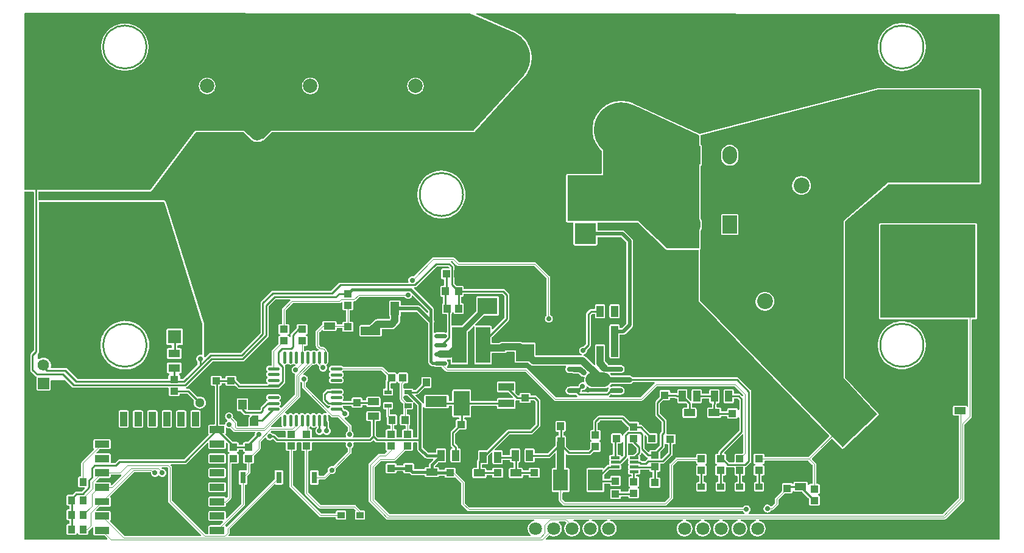
<source format=gtl>
G04 Layer: TopLayer*
G04 EasyEDA v6.4.20.6, 2021-08-20T18:50:31+10:00*
G04 da2b955f28294749bdafdb94d24a6b32,8629367194b24dd88a5c18b2f13758b0,10*
G04 Gerber Generator version 0.2*
G04 Scale: 100 percent, Rotated: No, Reflected: No *
G04 Dimensions in millimeters *
G04 leading zeros omitted , absolute positions ,4 integer and 5 decimal *
%FSLAX45Y45*%
%MOMM*%

%ADD10C,0.2540*%
%ADD11C,0.1000*%
%ADD12C,0.4000*%
%ADD13C,0.5000*%
%ADD14C,1.0000*%
%ADD15C,0.8000*%
%ADD16C,0.3000*%
%ADD17C,0.7000*%
%ADD18C,0.6000*%
%ADD19C,2.0000*%
%ADD20C,0.4500*%
%ADD21C,0.7000*%
%ADD22R,2.5600X3.4501*%
%ADD23R,1.0000X1.1000*%
%ADD24R,1.1000X1.0000*%
%ADD25R,1.0000X0.8999*%
%ADD26R,2.7000X1.2000*%
%ADD28R,1.0000X1.5500*%
%ADD29R,1.5500X1.0000*%
%ADD30R,3.0000X1.5000*%
%ADD31R,2.2000X3.5000*%
%ADD32R,2.2000X1.1000*%
%ADD33R,1.9000X1.2000*%
%ADD34R,2.5000X2.4257*%
%ADD35R,2.0000X5.0000*%
%ADD36R,1.1500X1.4000*%
%ADD37R,0.8000X1.6000*%
%ADD38R,1.0000X0.6000*%
%ADD39R,2.7200X2.2900*%
%ADD40R,2.0000X1.0000*%
%ADD41R,1.0000X2.0000*%
%ADD43R,2.0000X3.0000*%
%ADD44C,1.3000*%
%ADD46C,1.8000*%
%ADD47R,1.8000X1.8000*%
%ADD48C,2.9000*%
%ADD51C,1.5748*%
%ADD52C,2.2000*%
%ADD53C,1.4000*%
%ADD54C,7.0000*%

%LPD*%
G36*
X-13266521Y-2476500D02*
G01*
X-13270433Y-2475738D01*
X-13273684Y-2473502D01*
X-13275919Y-2470251D01*
X-13276681Y-2466340D01*
X-13276681Y-23418D01*
X-13275919Y-19507D01*
X-13273684Y-16205D01*
X-13270382Y-14020D01*
X-13266521Y-13258D01*
X-7088682Y-18999D01*
X-7084669Y-19862D01*
X-6462064Y-290017D01*
X-6459372Y-291744D01*
X-6457340Y-294233D01*
X-6456172Y-297180D01*
X-6331407Y-871219D01*
X-6331204Y-874420D01*
X-6332016Y-877468D01*
X-6333794Y-880160D01*
X-7025741Y-1647647D01*
X-7029196Y-1650136D01*
X-7033310Y-1651000D01*
X-9847173Y-1651000D01*
X-9848900Y-1651711D01*
X-9959492Y-1762302D01*
X-9962794Y-1764538D01*
X-9966706Y-1765300D01*
X-10098278Y-1765300D01*
X-10101935Y-1764639D01*
X-10105085Y-1762709D01*
X-10228427Y-1651660D01*
X-10230053Y-1651000D01*
X-10900918Y-1651000D01*
X-10902899Y-1651812D01*
X-11521541Y-2472436D01*
X-11523776Y-2474620D01*
X-11526570Y-2476042D01*
X-11529669Y-2476500D01*
G37*

%LPC*%
G36*
X-9302089Y-1144371D02*
G01*
X-9287611Y-1143457D01*
X-9273336Y-1140764D01*
X-9259519Y-1136243D01*
X-9246362Y-1130046D01*
X-9234068Y-1122273D01*
X-9222892Y-1113028D01*
X-9212935Y-1102410D01*
X-9204401Y-1090676D01*
X-9197390Y-1077925D01*
X-9192056Y-1064412D01*
X-9188450Y-1050340D01*
X-9186621Y-1035964D01*
X-9186621Y-1021435D01*
X-9188450Y-1007008D01*
X-9192056Y-992936D01*
X-9197390Y-979424D01*
X-9204401Y-966724D01*
X-9212935Y-954938D01*
X-9222892Y-944371D01*
X-9234068Y-935075D01*
X-9246362Y-927303D01*
X-9259519Y-921105D01*
X-9273336Y-916635D01*
X-9287611Y-913892D01*
X-9302089Y-912977D01*
X-9316567Y-913892D01*
X-9330842Y-916635D01*
X-9344660Y-921105D01*
X-9357817Y-927303D01*
X-9370110Y-935075D01*
X-9381286Y-944371D01*
X-9391243Y-954938D01*
X-9399778Y-966724D01*
X-9406788Y-979424D01*
X-9412122Y-992936D01*
X-9415729Y-1007008D01*
X-9417558Y-1021435D01*
X-9417558Y-1035964D01*
X-9415729Y-1050340D01*
X-9412122Y-1064412D01*
X-9406788Y-1077925D01*
X-9399778Y-1090676D01*
X-9391243Y-1102410D01*
X-9381286Y-1113028D01*
X-9370110Y-1122273D01*
X-9357817Y-1130046D01*
X-9344660Y-1136243D01*
X-9330842Y-1140764D01*
X-9316567Y-1143457D01*
G37*
G36*
X-7841589Y-1144371D02*
G01*
X-7827111Y-1143457D01*
X-7812836Y-1140764D01*
X-7799019Y-1136243D01*
X-7785862Y-1130046D01*
X-7773568Y-1122273D01*
X-7762392Y-1113028D01*
X-7752435Y-1102410D01*
X-7743901Y-1090676D01*
X-7736890Y-1077925D01*
X-7731556Y-1064412D01*
X-7727950Y-1050340D01*
X-7726121Y-1035964D01*
X-7726121Y-1021435D01*
X-7727950Y-1007008D01*
X-7731556Y-992936D01*
X-7736890Y-979424D01*
X-7743901Y-966724D01*
X-7752435Y-954938D01*
X-7762392Y-944371D01*
X-7773568Y-935075D01*
X-7785862Y-927303D01*
X-7799019Y-921105D01*
X-7812836Y-916635D01*
X-7827111Y-913892D01*
X-7841589Y-912977D01*
X-7856067Y-913892D01*
X-7870342Y-916635D01*
X-7884159Y-921105D01*
X-7897317Y-927303D01*
X-7909610Y-935075D01*
X-7920786Y-944371D01*
X-7930743Y-954938D01*
X-7939278Y-966724D01*
X-7946288Y-979424D01*
X-7951622Y-992936D01*
X-7955229Y-1007008D01*
X-7957058Y-1021435D01*
X-7957058Y-1035964D01*
X-7955229Y-1050340D01*
X-7951622Y-1064412D01*
X-7946288Y-1077925D01*
X-7939278Y-1090676D01*
X-7930743Y-1102410D01*
X-7920786Y-1113028D01*
X-7909610Y-1122273D01*
X-7897317Y-1130046D01*
X-7884159Y-1136243D01*
X-7870342Y-1140764D01*
X-7856067Y-1143457D01*
G37*
G36*
X-10737189Y-1144371D02*
G01*
X-10722711Y-1143457D01*
X-10708436Y-1140764D01*
X-10694619Y-1136243D01*
X-10681462Y-1130046D01*
X-10669168Y-1122273D01*
X-10657992Y-1113028D01*
X-10648035Y-1102410D01*
X-10639501Y-1090676D01*
X-10632490Y-1077925D01*
X-10627156Y-1064412D01*
X-10623550Y-1050340D01*
X-10621721Y-1035964D01*
X-10621721Y-1021435D01*
X-10623550Y-1007008D01*
X-10627156Y-992936D01*
X-10632490Y-979424D01*
X-10639501Y-966724D01*
X-10648035Y-954938D01*
X-10657992Y-944371D01*
X-10669168Y-935075D01*
X-10681462Y-927303D01*
X-10694619Y-921105D01*
X-10708436Y-916635D01*
X-10722711Y-913892D01*
X-10737189Y-912977D01*
X-10751667Y-913892D01*
X-10765942Y-916635D01*
X-10779760Y-921105D01*
X-10792917Y-927303D01*
X-10805210Y-935075D01*
X-10816386Y-944371D01*
X-10826343Y-954938D01*
X-10834878Y-966724D01*
X-10841888Y-979424D01*
X-10847222Y-992936D01*
X-10850829Y-1007008D01*
X-10852658Y-1021435D01*
X-10852658Y-1035964D01*
X-10850829Y-1050340D01*
X-10847222Y-1064412D01*
X-10841888Y-1077925D01*
X-10834878Y-1090676D01*
X-10826343Y-1102410D01*
X-10816386Y-1113028D01*
X-10805210Y-1122273D01*
X-10792917Y-1130046D01*
X-10779760Y-1136243D01*
X-10765942Y-1140764D01*
X-10751667Y-1143457D01*
G37*
G36*
X-11892889Y-815441D02*
G01*
X-11867692Y-815441D01*
X-11842648Y-813511D01*
X-11817756Y-809701D01*
X-11793270Y-803960D01*
X-11769293Y-796391D01*
X-11745976Y-786942D01*
X-11723420Y-775817D01*
X-11701780Y-762965D01*
X-11681206Y-748487D01*
X-11661800Y-732485D01*
X-11643664Y-715010D01*
X-11626951Y-696264D01*
X-11611660Y-676249D01*
X-11597995Y-655116D01*
X-11586006Y-633018D01*
X-11575694Y-610057D01*
X-11567210Y-586384D01*
X-11560505Y-562102D01*
X-11555730Y-537413D01*
X-11552834Y-512419D01*
X-11551869Y-487324D01*
X-11552834Y-462178D01*
X-11555730Y-437184D01*
X-11560505Y-412496D01*
X-11567210Y-388213D01*
X-11575694Y-364540D01*
X-11586006Y-341579D01*
X-11597995Y-319481D01*
X-11611660Y-298348D01*
X-11626951Y-278333D01*
X-11643664Y-259588D01*
X-11661800Y-242112D01*
X-11681206Y-226110D01*
X-11701780Y-211632D01*
X-11723420Y-198780D01*
X-11745976Y-187655D01*
X-11769293Y-178206D01*
X-11793270Y-170637D01*
X-11817756Y-164896D01*
X-11842648Y-161086D01*
X-11867692Y-159156D01*
X-11892889Y-159156D01*
X-11917934Y-161086D01*
X-11942826Y-164896D01*
X-11967311Y-170637D01*
X-11991289Y-178206D01*
X-12014606Y-187655D01*
X-12037161Y-198780D01*
X-12058802Y-211632D01*
X-12079376Y-226110D01*
X-12098782Y-242112D01*
X-12116917Y-259588D01*
X-12133630Y-278333D01*
X-12148921Y-298348D01*
X-12162586Y-319481D01*
X-12174575Y-341579D01*
X-12184888Y-364540D01*
X-12193371Y-388213D01*
X-12200077Y-412496D01*
X-12204852Y-437184D01*
X-12207748Y-462178D01*
X-12208713Y-487324D01*
X-12207748Y-512419D01*
X-12204852Y-537413D01*
X-12200077Y-562102D01*
X-12193371Y-586384D01*
X-12184888Y-610057D01*
X-12174575Y-633018D01*
X-12162586Y-655116D01*
X-12148921Y-676249D01*
X-12133630Y-696264D01*
X-12116917Y-715010D01*
X-12098782Y-732485D01*
X-12079376Y-748487D01*
X-12058802Y-762965D01*
X-12037161Y-775817D01*
X-12014606Y-786942D01*
X-11991289Y-796391D01*
X-11967311Y-803960D01*
X-11942826Y-809701D01*
X-11917934Y-813511D01*
G37*

%LPD*%
G36*
X-4339386Y-3289300D02*
G01*
X-4343095Y-3288588D01*
X-4346346Y-3286556D01*
X-4749088Y-2908960D01*
X-4750714Y-2908300D01*
X-5717540Y-2908300D01*
X-5721451Y-2907538D01*
X-5724702Y-2905302D01*
X-5726938Y-2902051D01*
X-5727700Y-2898140D01*
X-5727700Y-2283460D01*
X-5726938Y-2279548D01*
X-5724702Y-2276297D01*
X-5721451Y-2274062D01*
X-5717540Y-2273300D01*
X-5233416Y-2273300D01*
X-5232400Y-2272284D01*
X-5232400Y-1870202D01*
X-5231892Y-1867052D01*
X-5230418Y-1864207D01*
X-4818176Y-1302054D01*
X-4815687Y-1299667D01*
X-4812538Y-1298244D01*
X-4809134Y-1297990D01*
X-4805781Y-1298854D01*
X-3904843Y-1711807D01*
X-3901694Y-1713992D01*
X-3899611Y-1717243D01*
X-3898900Y-1721002D01*
X-3898900Y-3279140D01*
X-3899662Y-3283051D01*
X-3901897Y-3286302D01*
X-3905148Y-3288537D01*
X-3909060Y-3289300D01*
G37*

%LPD*%
G36*
X-1367129Y-4254500D02*
G01*
X-1371041Y-4253738D01*
X-1374292Y-4251502D01*
X-1376527Y-4248251D01*
X-1377289Y-4244340D01*
X-1377289Y-2969260D01*
X-1376527Y-2965348D01*
X-1374292Y-2962097D01*
X-1371041Y-2959862D01*
X-1367129Y-2959100D01*
X-66649Y-2959100D01*
X-62788Y-2959862D01*
X-59486Y-2962097D01*
X-57251Y-2965348D01*
X-56489Y-2969260D01*
X-56489Y-4244340D01*
X-57251Y-4248251D01*
X-59486Y-4251502D01*
X-62788Y-4253738D01*
X-66649Y-4254500D01*
G37*

%LPD*%
G36*
X-6771233Y-4415688D02*
G01*
X-6775145Y-4414926D01*
X-6778396Y-4412691D01*
X-6780631Y-4409440D01*
X-6781393Y-4405528D01*
X-6781393Y-4386072D01*
X-6781952Y-4380941D01*
X-6783476Y-4376623D01*
X-6785914Y-4372762D01*
X-6789166Y-4369511D01*
X-6793026Y-4367072D01*
X-6797344Y-4365599D01*
X-6802475Y-4364990D01*
X-7001306Y-4364990D01*
X-7003694Y-4365244D01*
X-7007809Y-4364888D01*
X-7011466Y-4362856D01*
X-7013956Y-4359605D01*
X-7014972Y-4355541D01*
X-7014260Y-4351477D01*
X-7012025Y-4347972D01*
X-6890715Y-4226661D01*
X-6887413Y-4224477D01*
X-6883501Y-4223715D01*
X-6702856Y-4223715D01*
X-6697725Y-4223105D01*
X-6693408Y-4221632D01*
X-6689547Y-4219194D01*
X-6686296Y-4215942D01*
X-6683857Y-4212082D01*
X-6682384Y-4207764D01*
X-6681774Y-4202633D01*
X-6681774Y-3974795D01*
X-6682384Y-3969664D01*
X-6683857Y-3965346D01*
X-6686296Y-3961485D01*
X-6689547Y-3958234D01*
X-6693408Y-3955796D01*
X-6697725Y-3954272D01*
X-6702856Y-3953713D01*
X-6973722Y-3953713D01*
X-6978853Y-3954272D01*
X-6983171Y-3955796D01*
X-6987031Y-3958234D01*
X-6990283Y-3961485D01*
X-6992721Y-3965346D01*
X-6994194Y-3969664D01*
X-6994804Y-3974795D01*
X-6994804Y-4155440D01*
X-6995566Y-4159351D01*
X-6997750Y-4162653D01*
X-7197140Y-4362043D01*
X-7200442Y-4364228D01*
X-7204354Y-4364990D01*
X-7328357Y-4364990D01*
X-7332218Y-4364228D01*
X-7335520Y-4362043D01*
X-7337704Y-4358741D01*
X-7338517Y-4354830D01*
X-7338517Y-4203039D01*
X-7337704Y-4199128D01*
X-7334910Y-4195216D01*
X-7332472Y-4191355D01*
X-7330592Y-4185970D01*
X-7328458Y-4182414D01*
X-7325055Y-4180027D01*
X-7320788Y-4179163D01*
X-7316724Y-4180027D01*
X-7313320Y-4182414D01*
X-7311186Y-4185970D01*
X-7309307Y-4191355D01*
X-7306868Y-4195216D01*
X-7303617Y-4198467D01*
X-7299756Y-4200906D01*
X-7295438Y-4202430D01*
X-7290308Y-4202988D01*
X-7191451Y-4202988D01*
X-7186371Y-4202430D01*
X-7182053Y-4200906D01*
X-7178141Y-4198467D01*
X-7174941Y-4195216D01*
X-7172502Y-4191355D01*
X-7170978Y-4187037D01*
X-7170420Y-4181906D01*
X-7170420Y-4073093D01*
X-7170978Y-4067962D01*
X-7172502Y-4063644D01*
X-7174941Y-4059783D01*
X-7178141Y-4056532D01*
X-7182053Y-4054094D01*
X-7186371Y-4052570D01*
X-7191451Y-4052011D01*
X-7197547Y-4052011D01*
X-7201408Y-4051249D01*
X-7204709Y-4049014D01*
X-7206945Y-4045712D01*
X-7207707Y-4041851D01*
X-7207707Y-3971848D01*
X-7206945Y-3967987D01*
X-7204709Y-3964686D01*
X-7201408Y-3962450D01*
X-7197547Y-3961688D01*
X-7194143Y-3961688D01*
X-7189063Y-3961129D01*
X-7184745Y-3959606D01*
X-7180834Y-3957167D01*
X-7177633Y-3953916D01*
X-7175195Y-3950055D01*
X-7173671Y-3945737D01*
X-7173112Y-3940606D01*
X-7173112Y-3929583D01*
X-7172299Y-3925671D01*
X-7170115Y-3922369D01*
X-7166813Y-3920185D01*
X-7162952Y-3919423D01*
X-6640372Y-3919423D01*
X-6636461Y-3920185D01*
X-6633159Y-3922369D01*
X-6607759Y-3947769D01*
X-6605574Y-3951071D01*
X-6604812Y-3954983D01*
X-6604812Y-4249216D01*
X-6605574Y-4253128D01*
X-6607759Y-4256430D01*
X-6764070Y-4412691D01*
X-6767372Y-4414926D01*
G37*

%LPD*%
G36*
X-7574686Y-4463338D02*
G01*
X-7578699Y-4462678D01*
X-7582103Y-4460494D01*
X-7584389Y-4457141D01*
X-7585202Y-4453178D01*
X-7585202Y-4327499D01*
X-7584338Y-4323435D01*
X-7582560Y-4319473D01*
X-7580680Y-4311294D01*
X-7580274Y-4302912D01*
X-7581442Y-4294632D01*
X-7584643Y-4285437D01*
X-7585202Y-4282084D01*
X-7585202Y-4140708D01*
X-7586014Y-4132326D01*
X-7588300Y-4124706D01*
X-7592059Y-4117746D01*
X-7597394Y-4111193D01*
X-7859166Y-3849420D01*
X-7861401Y-3846169D01*
X-7862163Y-3842258D01*
X-7861401Y-3838346D01*
X-7859166Y-3835095D01*
X-7855864Y-3832860D01*
X-7852003Y-3832098D01*
X-7846263Y-3832098D01*
X-7838846Y-3831336D01*
X-7832242Y-3829151D01*
X-7826146Y-3825646D01*
X-7821980Y-3822090D01*
X-7541259Y-3541369D01*
X-7537958Y-3539185D01*
X-7534097Y-3538423D01*
X-7389672Y-3538423D01*
X-7385761Y-3539185D01*
X-7382459Y-3541369D01*
X-7371791Y-3552037D01*
X-7369556Y-3555339D01*
X-7368794Y-3559251D01*
X-7369556Y-3563112D01*
X-7371791Y-3566414D01*
X-7375093Y-3568649D01*
X-7378953Y-3569411D01*
X-7462977Y-3569411D01*
X-7468057Y-3569970D01*
X-7472375Y-3571494D01*
X-7476286Y-3573932D01*
X-7479487Y-3577183D01*
X-7481925Y-3581044D01*
X-7483449Y-3585362D01*
X-7484008Y-3590493D01*
X-7484008Y-3699306D01*
X-7483449Y-3704437D01*
X-7481925Y-3708755D01*
X-7479487Y-3712616D01*
X-7476286Y-3715867D01*
X-7472375Y-3718306D01*
X-7468057Y-3719829D01*
X-7462977Y-3720388D01*
X-7456881Y-3720388D01*
X-7452969Y-3721150D01*
X-7449718Y-3723386D01*
X-7447483Y-3726687D01*
X-7446721Y-3730548D01*
X-7446721Y-3800551D01*
X-7447483Y-3804412D01*
X-7449718Y-3807714D01*
X-7452969Y-3809949D01*
X-7456881Y-3810711D01*
X-7473035Y-3810711D01*
X-7478115Y-3811270D01*
X-7482433Y-3812794D01*
X-7486345Y-3815232D01*
X-7489545Y-3818483D01*
X-7491984Y-3822344D01*
X-7493508Y-3826662D01*
X-7494066Y-3831793D01*
X-7494066Y-3940606D01*
X-7493508Y-3945737D01*
X-7491984Y-3950055D01*
X-7489545Y-3953916D01*
X-7486345Y-3957167D01*
X-7482433Y-3959606D01*
X-7478115Y-3961129D01*
X-7473035Y-3961688D01*
X-7466939Y-3961688D01*
X-7463078Y-3962450D01*
X-7459776Y-3964686D01*
X-7457592Y-3967987D01*
X-7456779Y-3971848D01*
X-7456779Y-4046626D01*
X-7457389Y-4049979D01*
X-7459014Y-4052976D01*
X-7461554Y-4055211D01*
X-7463637Y-4056532D01*
X-7466838Y-4059783D01*
X-7469276Y-4063644D01*
X-7470800Y-4067962D01*
X-7471359Y-4073093D01*
X-7471359Y-4181906D01*
X-7470800Y-4187037D01*
X-7469276Y-4191355D01*
X-7466838Y-4195216D01*
X-7463637Y-4198467D01*
X-7459725Y-4200906D01*
X-7455408Y-4202430D01*
X-7450328Y-4202988D01*
X-7415072Y-4202988D01*
X-7411161Y-4203750D01*
X-7407859Y-4205986D01*
X-7405674Y-4209288D01*
X-7404912Y-4213148D01*
X-7404912Y-4451705D01*
X-7405573Y-4455363D01*
X-7407503Y-4458512D01*
X-7410450Y-4460748D01*
X-7414006Y-4461814D01*
X-7417663Y-4461510D01*
X-7424064Y-4459833D01*
X-7433259Y-4459020D01*
X-7552385Y-4459020D01*
X-7561580Y-4459833D01*
G37*

%LPD*%
G36*
X-9299752Y-4722063D02*
G01*
X-9303258Y-4720742D01*
X-9311995Y-4712665D01*
X-9318752Y-4708499D01*
X-9326168Y-4705654D01*
X-9333941Y-4704181D01*
X-9341866Y-4704181D01*
X-9349638Y-4705654D01*
X-9357055Y-4708499D01*
X-9363811Y-4712665D01*
X-9370364Y-4718659D01*
X-9373514Y-4720590D01*
X-9378391Y-4721301D01*
X-9382048Y-4720590D01*
X-9385198Y-4718659D01*
X-9388297Y-4715814D01*
X-9390786Y-4712411D01*
X-9391599Y-4708245D01*
X-9391345Y-4656378D01*
X-9390532Y-4652518D01*
X-9388348Y-4649266D01*
X-9385046Y-4647082D01*
X-9381185Y-4646269D01*
X-9361982Y-4646269D01*
X-9356852Y-4645710D01*
X-9352534Y-4644186D01*
X-9348673Y-4641748D01*
X-9345422Y-4638548D01*
X-9342983Y-4634636D01*
X-9341459Y-4630318D01*
X-9340900Y-4625238D01*
X-9340900Y-4526381D01*
X-9341459Y-4521250D01*
X-9342983Y-4516932D01*
X-9345422Y-4513072D01*
X-9348673Y-4509820D01*
X-9352534Y-4507382D01*
X-9357918Y-4505502D01*
X-9361474Y-4503369D01*
X-9363862Y-4499965D01*
X-9364726Y-4495698D01*
X-9363862Y-4491634D01*
X-9361474Y-4488230D01*
X-9357918Y-4486097D01*
X-9352534Y-4484217D01*
X-9348673Y-4481779D01*
X-9345422Y-4478528D01*
X-9342983Y-4474667D01*
X-9341459Y-4470349D01*
X-9340900Y-4465218D01*
X-9340900Y-4366361D01*
X-9341459Y-4361230D01*
X-9342983Y-4356912D01*
X-9345422Y-4353052D01*
X-9348673Y-4349851D01*
X-9352534Y-4347413D01*
X-9356852Y-4345889D01*
X-9361982Y-4345330D01*
X-9470796Y-4345330D01*
X-9475927Y-4345889D01*
X-9480245Y-4347413D01*
X-9484156Y-4349851D01*
X-9487357Y-4353052D01*
X-9489795Y-4356912D01*
X-9491319Y-4361230D01*
X-9491878Y-4366361D01*
X-9491878Y-4393133D01*
X-9492640Y-4397044D01*
X-9494875Y-4400346D01*
X-9566503Y-4471924D01*
X-9571177Y-4477766D01*
X-9574326Y-4483912D01*
X-9576155Y-4490720D01*
X-9576612Y-4496206D01*
X-9576612Y-4515205D01*
X-9577374Y-4519168D01*
X-9579660Y-4522520D01*
X-9583064Y-4524705D01*
X-9587077Y-4525365D01*
X-9590989Y-4524451D01*
X-9594291Y-4522063D01*
X-9596323Y-4518558D01*
X-9596932Y-4516932D01*
X-9599371Y-4513072D01*
X-9602571Y-4509820D01*
X-9606483Y-4507382D01*
X-9611868Y-4505502D01*
X-9615424Y-4503369D01*
X-9617811Y-4499965D01*
X-9618675Y-4495698D01*
X-9617811Y-4491634D01*
X-9615424Y-4488230D01*
X-9611868Y-4486097D01*
X-9606483Y-4484217D01*
X-9602571Y-4481779D01*
X-9599371Y-4478528D01*
X-9596932Y-4474667D01*
X-9595408Y-4470349D01*
X-9594850Y-4465218D01*
X-9594850Y-4366361D01*
X-9595408Y-4361281D01*
X-9596932Y-4356963D01*
X-9599371Y-4353052D01*
X-9602571Y-4349851D01*
X-9606483Y-4347413D01*
X-9610801Y-4345889D01*
X-9615881Y-4345330D01*
X-9634677Y-4345330D01*
X-9638538Y-4344517D01*
X-9641840Y-4342333D01*
X-9644024Y-4339031D01*
X-9644837Y-4335170D01*
X-9644837Y-4154881D01*
X-9644024Y-4151020D01*
X-9641840Y-4147718D01*
X-9548520Y-4054398D01*
X-9545218Y-4052163D01*
X-9541306Y-4051401D01*
X-8895994Y-4051401D01*
X-8890000Y-4050741D01*
X-8884615Y-4048861D01*
X-8879941Y-4045915D01*
X-8874048Y-4040327D01*
X-8870746Y-4038193D01*
X-8866886Y-4037533D01*
X-8863025Y-4038346D01*
X-8859824Y-4040581D01*
X-8857640Y-4043832D01*
X-8856878Y-4047693D01*
X-8856878Y-4129938D01*
X-8856319Y-4135069D01*
X-8854795Y-4139387D01*
X-8852357Y-4143248D01*
X-8849156Y-4146448D01*
X-8845245Y-4148886D01*
X-8840927Y-4150410D01*
X-8835796Y-4151020D01*
X-8817051Y-4151020D01*
X-8813139Y-4151782D01*
X-8809888Y-4153966D01*
X-8807653Y-4157268D01*
X-8806891Y-4161180D01*
X-8806891Y-4299762D01*
X-8807653Y-4303623D01*
X-8809888Y-4306925D01*
X-8813139Y-4309110D01*
X-8817051Y-4309922D01*
X-8835796Y-4309922D01*
X-8840927Y-4310481D01*
X-8845245Y-4312005D01*
X-8849156Y-4314444D01*
X-8852357Y-4317644D01*
X-8854795Y-4321556D01*
X-8856319Y-4325874D01*
X-8856878Y-4330954D01*
X-8856878Y-4334764D01*
X-8857640Y-4338624D01*
X-8859875Y-4341926D01*
X-8863177Y-4344111D01*
X-8867038Y-4344924D01*
X-8927236Y-4344924D01*
X-8931097Y-4344111D01*
X-8934399Y-4341926D01*
X-8936634Y-4338624D01*
X-8937396Y-4334764D01*
X-8937396Y-4320946D01*
X-8937955Y-4315866D01*
X-8939479Y-4311548D01*
X-8941917Y-4307636D01*
X-8945168Y-4304436D01*
X-8949029Y-4301998D01*
X-8953347Y-4300474D01*
X-8958478Y-4299915D01*
X-9112300Y-4299915D01*
X-9117431Y-4300474D01*
X-9121749Y-4301998D01*
X-9125610Y-4304436D01*
X-9128861Y-4307636D01*
X-9131300Y-4311548D01*
X-9132824Y-4315866D01*
X-9133382Y-4320946D01*
X-9133382Y-4339590D01*
X-9133941Y-4342892D01*
X-9135567Y-4345838D01*
X-9138056Y-4348124D01*
X-9141968Y-4350613D01*
X-9218320Y-4426762D01*
X-9222079Y-4431436D01*
X-9224568Y-4436567D01*
X-9225838Y-4442155D01*
X-9225991Y-4445304D01*
X-9225991Y-4647895D01*
X-9225330Y-4653889D01*
X-9223451Y-4659274D01*
X-9220403Y-4664100D01*
X-9218320Y-4666437D01*
X-9193072Y-4691684D01*
X-9190837Y-4694986D01*
X-9190126Y-4698949D01*
X-9190939Y-4702860D01*
X-9193225Y-4706162D01*
X-9203791Y-4712665D01*
X-9212529Y-4720742D01*
X-9216034Y-4722063D01*
X-9219742Y-4722063D01*
X-9223248Y-4720742D01*
X-9231985Y-4712665D01*
X-9238742Y-4708499D01*
X-9246158Y-4705654D01*
X-9253931Y-4704181D01*
X-9261856Y-4704181D01*
X-9269628Y-4705654D01*
X-9277045Y-4708499D01*
X-9283801Y-4712665D01*
X-9292539Y-4720742D01*
X-9296044Y-4722063D01*
G37*

%LPD*%
G36*
X-12533071Y-5104892D02*
G01*
X-12536982Y-5104130D01*
X-12540284Y-5101894D01*
X-12678054Y-4964176D01*
X-12684252Y-4959045D01*
X-12690957Y-4955489D01*
X-12698171Y-4953304D01*
X-12706197Y-4952492D01*
X-12899136Y-4952492D01*
X-12903504Y-4951526D01*
X-12907010Y-4948783D01*
X-12908991Y-4944821D01*
X-12909092Y-4940350D01*
X-12906756Y-4928565D01*
X-12905841Y-4914900D01*
X-12906756Y-4901234D01*
X-12909448Y-4887823D01*
X-12913817Y-4874869D01*
X-12919862Y-4862576D01*
X-12927482Y-4851196D01*
X-12936524Y-4840935D01*
X-12946786Y-4831892D01*
X-12958165Y-4824272D01*
X-12970459Y-4818227D01*
X-12983413Y-4813858D01*
X-12996824Y-4811166D01*
X-13010489Y-4810252D01*
X-13024154Y-4811166D01*
X-13037565Y-4813858D01*
X-13050519Y-4818227D01*
X-13062813Y-4824272D01*
X-13070890Y-4829708D01*
X-13074954Y-4831283D01*
X-13079272Y-4831029D01*
X-13083133Y-4828946D01*
X-13085775Y-4825492D01*
X-13086689Y-4821224D01*
X-13086689Y-4757572D01*
X-13086080Y-4754168D01*
X-13084403Y-4751120D01*
X-13080034Y-4745837D01*
X-13076478Y-4739132D01*
X-13074294Y-4731918D01*
X-13073481Y-4723892D01*
X-13073481Y-2651760D01*
X-13072719Y-2647848D01*
X-13070484Y-2644597D01*
X-13067233Y-2642362D01*
X-13063321Y-2641600D01*
X-11341557Y-2641600D01*
X-11337391Y-2642514D01*
X-11333937Y-2645003D01*
X-11331854Y-2648712D01*
X-10801146Y-4341926D01*
X-10800689Y-4344974D01*
X-10800689Y-4756759D01*
X-10801654Y-4761026D01*
X-10804296Y-4764481D01*
X-10808157Y-4766513D01*
X-10812526Y-4766767D01*
X-10821060Y-4765344D01*
X-10831118Y-4765344D01*
X-10841024Y-4766970D01*
X-10850524Y-4770272D01*
X-10859363Y-4775047D01*
X-10867339Y-4781194D01*
X-10874146Y-4788611D01*
X-10879632Y-4797044D01*
X-10883646Y-4806238D01*
X-10886135Y-4815992D01*
X-10886948Y-4826000D01*
X-10886135Y-4836007D01*
X-10883646Y-4845761D01*
X-10879632Y-4854956D01*
X-10874146Y-4863388D01*
X-10872317Y-4865370D01*
X-10870285Y-4868570D01*
X-10869625Y-4872278D01*
X-10869625Y-4899609D01*
X-10870387Y-4903520D01*
X-10872571Y-4906772D01*
X-11067694Y-5101894D01*
X-11070996Y-5104130D01*
X-11074908Y-5104892D01*
X-11103305Y-5104892D01*
X-11107216Y-5104130D01*
X-11110518Y-5101894D01*
X-11112703Y-5098643D01*
X-11113465Y-5094732D01*
X-11113465Y-5064861D01*
X-11114176Y-5058562D01*
X-11116106Y-5053076D01*
X-11119205Y-5048199D01*
X-11122863Y-5044490D01*
X-11124996Y-5041392D01*
X-11125809Y-5037734D01*
X-11125250Y-5033975D01*
X-11123371Y-5030724D01*
X-11120424Y-5028336D01*
X-11116818Y-5027218D01*
X-11111128Y-5026609D01*
X-11105692Y-5024678D01*
X-11100765Y-5021580D01*
X-11096701Y-5017516D01*
X-11093602Y-5012588D01*
X-11091672Y-5007152D01*
X-11090960Y-5000853D01*
X-11090960Y-4901946D01*
X-11091672Y-4895646D01*
X-11093602Y-4890211D01*
X-11096701Y-4885283D01*
X-11100765Y-4881219D01*
X-11105692Y-4878120D01*
X-11111128Y-4876190D01*
X-11117478Y-4875479D01*
X-11271300Y-4875479D01*
X-11277650Y-4876190D01*
X-11283086Y-4878120D01*
X-11288014Y-4881219D01*
X-11292078Y-4885283D01*
X-11295176Y-4890211D01*
X-11297107Y-4895646D01*
X-11297818Y-4901946D01*
X-11297818Y-5000853D01*
X-11297107Y-5007152D01*
X-11295176Y-5012588D01*
X-11292078Y-5017516D01*
X-11288014Y-5021580D01*
X-11283086Y-5024678D01*
X-11277650Y-5026609D01*
X-11271961Y-5027218D01*
X-11268354Y-5028336D01*
X-11265408Y-5030724D01*
X-11263528Y-5033975D01*
X-11262969Y-5037734D01*
X-11263782Y-5041392D01*
X-11265916Y-5044490D01*
X-11269573Y-5048199D01*
X-11272672Y-5053076D01*
X-11274602Y-5058562D01*
X-11275314Y-5064861D01*
X-11275314Y-5094732D01*
X-11276076Y-5098643D01*
X-11278260Y-5101894D01*
X-11281562Y-5104130D01*
X-11285474Y-5104892D01*
G37*

%LPC*%
G36*
X-11886692Y-4975860D02*
G01*
X-11861088Y-4975352D01*
X-11835587Y-4972913D01*
X-11810288Y-4968595D01*
X-11785447Y-4962347D01*
X-11761165Y-4954270D01*
X-11737492Y-4944313D01*
X-11714683Y-4932629D01*
X-11692839Y-4919268D01*
X-11672062Y-4904282D01*
X-11652453Y-4887772D01*
X-11634165Y-4869840D01*
X-11617299Y-4850536D01*
X-11601907Y-4830064D01*
X-11588140Y-4808474D01*
X-11575999Y-4785868D01*
X-11565636Y-4762449D01*
X-11557101Y-4738268D01*
X-11550396Y-4713528D01*
X-11545570Y-4688382D01*
X-11542674Y-4662932D01*
X-11541709Y-4637328D01*
X-11542674Y-4611674D01*
X-11545570Y-4586224D01*
X-11550396Y-4561078D01*
X-11557101Y-4536338D01*
X-11565636Y-4512157D01*
X-11575999Y-4488738D01*
X-11588140Y-4466132D01*
X-11601907Y-4444542D01*
X-11617299Y-4424070D01*
X-11634165Y-4404766D01*
X-11652453Y-4386834D01*
X-11672062Y-4370324D01*
X-11692839Y-4355338D01*
X-11714683Y-4341977D01*
X-11737492Y-4330293D01*
X-11761165Y-4320336D01*
X-11785447Y-4312259D01*
X-11810288Y-4306011D01*
X-11835587Y-4301693D01*
X-11861088Y-4299254D01*
X-11886692Y-4298746D01*
X-11912295Y-4300220D01*
X-11937695Y-4303623D01*
X-11962739Y-4308906D01*
X-11987377Y-4316069D01*
X-12011355Y-4325112D01*
X-12034570Y-4335881D01*
X-12056922Y-4348429D01*
X-12078258Y-4362602D01*
X-12098477Y-4378401D01*
X-12117425Y-4395622D01*
X-12135053Y-4414266D01*
X-12151156Y-4434179D01*
X-12165787Y-4455210D01*
X-12178741Y-4477359D01*
X-12189968Y-4500372D01*
X-12199416Y-4524197D01*
X-12207087Y-4548632D01*
X-12212828Y-4573625D01*
X-12216688Y-4598924D01*
X-12218670Y-4624476D01*
X-12218670Y-4650130D01*
X-12216688Y-4675682D01*
X-12212828Y-4700981D01*
X-12207087Y-4725974D01*
X-12199416Y-4750409D01*
X-12189968Y-4774234D01*
X-12178741Y-4797247D01*
X-12165787Y-4819396D01*
X-12151156Y-4840427D01*
X-12135053Y-4860340D01*
X-12117425Y-4878984D01*
X-12098477Y-4896205D01*
X-12078258Y-4912004D01*
X-12056922Y-4926177D01*
X-12034570Y-4938725D01*
X-12011355Y-4949494D01*
X-11987377Y-4958537D01*
X-11962739Y-4965700D01*
X-11937695Y-4970983D01*
X-11912295Y-4974386D01*
G37*
G36*
X-11271300Y-4827320D02*
G01*
X-11117478Y-4827320D01*
X-11111128Y-4826609D01*
X-11105692Y-4824679D01*
X-11100765Y-4821580D01*
X-11096701Y-4817516D01*
X-11093602Y-4812588D01*
X-11091672Y-4807153D01*
X-11090960Y-4800854D01*
X-11090960Y-4701946D01*
X-11091672Y-4695647D01*
X-11093602Y-4690211D01*
X-11096701Y-4685284D01*
X-11100765Y-4681220D01*
X-11105692Y-4678121D01*
X-11111128Y-4676190D01*
X-11117478Y-4675479D01*
X-11138916Y-4675479D01*
X-11142827Y-4674717D01*
X-11146078Y-4672533D01*
X-11148314Y-4669231D01*
X-11149076Y-4665319D01*
X-11149076Y-4647285D01*
X-11148314Y-4643374D01*
X-11146078Y-4640072D01*
X-11142827Y-4637887D01*
X-11138916Y-4637125D01*
X-11098276Y-4637125D01*
X-11091926Y-4636414D01*
X-11086490Y-4634484D01*
X-11081562Y-4631385D01*
X-11077498Y-4627321D01*
X-11074400Y-4622393D01*
X-11072520Y-4616958D01*
X-11071758Y-4610658D01*
X-11071758Y-4431792D01*
X-11072520Y-4425442D01*
X-11074400Y-4420006D01*
X-11077498Y-4415078D01*
X-11081562Y-4411014D01*
X-11086490Y-4407916D01*
X-11091926Y-4405985D01*
X-11098276Y-4405274D01*
X-11277142Y-4405274D01*
X-11283442Y-4405985D01*
X-11288928Y-4407916D01*
X-11293805Y-4411014D01*
X-11297920Y-4415078D01*
X-11300968Y-4420006D01*
X-11302898Y-4425442D01*
X-11303609Y-4431792D01*
X-11303609Y-4610658D01*
X-11302898Y-4616958D01*
X-11300968Y-4622393D01*
X-11297920Y-4627321D01*
X-11293805Y-4631385D01*
X-11288928Y-4634484D01*
X-11283442Y-4636414D01*
X-11277142Y-4637125D01*
X-11236452Y-4637125D01*
X-11232591Y-4637887D01*
X-11229289Y-4640072D01*
X-11227054Y-4643374D01*
X-11226292Y-4647285D01*
X-11226292Y-4665319D01*
X-11227054Y-4669231D01*
X-11229289Y-4672533D01*
X-11232591Y-4674717D01*
X-11236452Y-4675479D01*
X-11271300Y-4675479D01*
X-11277650Y-4676190D01*
X-11283086Y-4678121D01*
X-11288014Y-4681220D01*
X-11292078Y-4685284D01*
X-11295176Y-4690211D01*
X-11297107Y-4695647D01*
X-11297818Y-4701946D01*
X-11297818Y-4800854D01*
X-11297107Y-4807153D01*
X-11295176Y-4812588D01*
X-11292078Y-4817516D01*
X-11288014Y-4821580D01*
X-11283086Y-4824679D01*
X-11277650Y-4826609D01*
G37*

%LPD*%
G36*
X-5516880Y-5288127D02*
G01*
X-5520994Y-5287264D01*
X-5524398Y-5284825D01*
X-5526532Y-5281218D01*
X-5527040Y-5277053D01*
X-5526532Y-5271668D01*
X-5525617Y-5268264D01*
X-5523636Y-5265369D01*
X-5520740Y-5263337D01*
X-5517337Y-5262422D01*
X-5507837Y-5261610D01*
X-5498541Y-5259120D01*
X-5489752Y-5255006D01*
X-5481828Y-5249468D01*
X-5475020Y-5242661D01*
X-5469483Y-5234736D01*
X-5465368Y-5225948D01*
X-5463540Y-5219141D01*
X-5461762Y-5215534D01*
X-5458764Y-5212943D01*
X-5455005Y-5211673D01*
X-5451043Y-5211978D01*
X-5447436Y-5213756D01*
X-5443016Y-5217261D01*
X-5430570Y-5224780D01*
X-5417261Y-5230774D01*
X-5403392Y-5235092D01*
X-5389067Y-5237683D01*
X-5374233Y-5238597D01*
X-5224881Y-5238597D01*
X-5210048Y-5237683D01*
X-5195722Y-5235092D01*
X-5181854Y-5230774D01*
X-5170220Y-5225542D01*
X-5166004Y-5224627D01*
X-5161737Y-5225592D01*
X-5158282Y-5228234D01*
X-5156301Y-5232095D01*
X-5156047Y-5236413D01*
X-5157673Y-5240477D01*
X-5161737Y-5249265D01*
X-5164226Y-5258562D01*
X-5164429Y-5260848D01*
X-5165344Y-5264251D01*
X-5167376Y-5267147D01*
X-5185359Y-5285130D01*
X-5188661Y-5287314D01*
X-5192572Y-5288127D01*
G37*

%LPD*%
G36*
X-5141112Y-5359298D02*
G01*
X-5145024Y-5358536D01*
X-5148326Y-5356301D01*
X-5150510Y-5353050D01*
X-5151272Y-5349138D01*
X-5150510Y-5345277D01*
X-5148326Y-5341975D01*
X-5131206Y-5324906D01*
X-5128310Y-5322874D01*
X-5124907Y-5321960D01*
X-5121402Y-5322265D01*
X-5119268Y-5322824D01*
X-5109159Y-5323687D01*
X-4990084Y-5323687D01*
X-4979974Y-5322824D01*
X-4970678Y-5320334D01*
X-4961890Y-5316220D01*
X-4953965Y-5310682D01*
X-4947158Y-5303875D01*
X-4941570Y-5295950D01*
X-4937506Y-5287162D01*
X-4935016Y-5277866D01*
X-4934153Y-5268214D01*
X-4935016Y-5258562D01*
X-4937506Y-5249265D01*
X-4941570Y-5240477D01*
X-4947158Y-5232552D01*
X-4953965Y-5225745D01*
X-4961890Y-5220208D01*
X-4970678Y-5216093D01*
X-4979974Y-5213604D01*
X-4990084Y-5212740D01*
X-5109159Y-5212740D01*
X-5119268Y-5213604D01*
X-5124602Y-5215026D01*
X-5128818Y-5215280D01*
X-5132730Y-5213756D01*
X-5135727Y-5210810D01*
X-5137251Y-5206898D01*
X-5137099Y-5202682D01*
X-5135219Y-5198922D01*
X-5125415Y-5186527D01*
X-5123586Y-5183479D01*
X-5121300Y-5180888D01*
X-5118303Y-5179212D01*
X-5114899Y-5178602D01*
X-4870196Y-5178602D01*
X-4859832Y-5177739D01*
X-4850180Y-5175300D01*
X-4841036Y-5171287D01*
X-4832654Y-5165801D01*
X-4825288Y-5159044D01*
X-4822342Y-5155234D01*
X-4820107Y-5153101D01*
X-4817364Y-5151780D01*
X-4814316Y-5151323D01*
X-4526076Y-5151323D01*
X-4522216Y-5152085D01*
X-4518914Y-5154269D01*
X-4516678Y-5157571D01*
X-4515916Y-5161483D01*
X-4516678Y-5165344D01*
X-4518914Y-5168646D01*
X-4706569Y-5356301D01*
X-4709871Y-5358536D01*
X-4713782Y-5359298D01*
G37*

%LPD*%
G36*
X-5883706Y-5359298D02*
G01*
X-5887618Y-5358536D01*
X-5890920Y-5356301D01*
X-6286652Y-4960569D01*
X-6291326Y-4956810D01*
X-6296456Y-4954371D01*
X-6302044Y-4953101D01*
X-6305194Y-4952898D01*
X-7389926Y-4952898D01*
X-7393838Y-4952136D01*
X-7397140Y-4949901D01*
X-7402118Y-4944922D01*
X-7404506Y-4941214D01*
X-7405065Y-4936845D01*
X-7403744Y-4932680D01*
X-7394194Y-4922926D01*
X-7389114Y-4915712D01*
X-7385405Y-4907737D01*
X-7383119Y-4899253D01*
X-7382357Y-4890516D01*
X-7383119Y-4881727D01*
X-7385405Y-4873244D01*
X-7389114Y-4865268D01*
X-7394194Y-4858054D01*
X-7400899Y-4851501D01*
X-7403795Y-4848352D01*
X-7405166Y-4844338D01*
X-7404760Y-4840122D01*
X-7402677Y-4836414D01*
X-7399274Y-4833874D01*
X-7395108Y-4833010D01*
X-7362545Y-4833010D01*
X-7358684Y-4833772D01*
X-7355382Y-4835956D01*
X-7353147Y-4839258D01*
X-7352385Y-4843170D01*
X-7352385Y-4884928D01*
X-7351826Y-4890058D01*
X-7350302Y-4894376D01*
X-7347864Y-4898237D01*
X-7344613Y-4901488D01*
X-7340752Y-4903927D01*
X-7336434Y-4905400D01*
X-7331303Y-4906010D01*
X-7132472Y-4906010D01*
X-7127341Y-4905400D01*
X-7123023Y-4903927D01*
X-7119162Y-4901488D01*
X-7115911Y-4898237D01*
X-7113473Y-4894376D01*
X-7111949Y-4890058D01*
X-7111390Y-4884928D01*
X-7111390Y-4451604D01*
X-7110628Y-4447692D01*
X-7108444Y-4444390D01*
X-7039406Y-4375404D01*
X-7035952Y-4373118D01*
X-7031837Y-4372406D01*
X-7027824Y-4373422D01*
X-7024522Y-4375962D01*
X-7022490Y-4379569D01*
X-7022134Y-4383684D01*
X-7022388Y-4386072D01*
X-7022388Y-4884928D01*
X-7021830Y-4890058D01*
X-7020306Y-4894376D01*
X-7017867Y-4898237D01*
X-7014616Y-4901488D01*
X-7010755Y-4903927D01*
X-7006437Y-4905400D01*
X-7001306Y-4906010D01*
X-6802475Y-4906010D01*
X-6797344Y-4905400D01*
X-6793026Y-4903927D01*
X-6789166Y-4901488D01*
X-6785914Y-4898237D01*
X-6783476Y-4894376D01*
X-6781952Y-4890058D01*
X-6781393Y-4884928D01*
X-6781393Y-4755286D01*
X-6780631Y-4751374D01*
X-6778396Y-4748072D01*
X-6775145Y-4745888D01*
X-6771233Y-4745126D01*
X-6593382Y-4745177D01*
X-6588252Y-4744618D01*
X-6583934Y-4743094D01*
X-6580073Y-4740656D01*
X-6576822Y-4737455D01*
X-6574993Y-4734560D01*
X-6572758Y-4732020D01*
X-6569760Y-4730343D01*
X-6566408Y-4729784D01*
X-6473240Y-4729784D01*
X-6469380Y-4730546D01*
X-6466078Y-4732782D01*
X-6463842Y-4736084D01*
X-6463080Y-4739944D01*
X-6463080Y-4860340D01*
X-6462522Y-4865471D01*
X-6460998Y-4869789D01*
X-6458559Y-4873650D01*
X-6455308Y-4876901D01*
X-6451447Y-4879340D01*
X-6447129Y-4880864D01*
X-6441998Y-4881422D01*
X-6275628Y-4881422D01*
X-6271768Y-4882184D01*
X-6268466Y-4884420D01*
X-6251905Y-4900980D01*
X-6243167Y-4908397D01*
X-6233769Y-4914188D01*
X-6223558Y-4918405D01*
X-6212789Y-4920996D01*
X-6201359Y-4921910D01*
X-5756402Y-4921910D01*
X-5752084Y-4922824D01*
X-5748629Y-4925517D01*
X-5746597Y-4929428D01*
X-5746394Y-4933797D01*
X-5748070Y-4937861D01*
X-5749747Y-4940249D01*
X-5753811Y-4949037D01*
X-5756351Y-4958334D01*
X-5757164Y-4967986D01*
X-5756351Y-4977638D01*
X-5753811Y-4986934D01*
X-5749747Y-4995722D01*
X-5744210Y-5003647D01*
X-5737352Y-5010454D01*
X-5729427Y-5015992D01*
X-5720689Y-5020106D01*
X-5711342Y-5022596D01*
X-5701284Y-5023459D01*
X-5667298Y-5023459D01*
X-5663234Y-5024323D01*
X-5661355Y-5025186D01*
X-5651652Y-5027625D01*
X-5641289Y-5028488D01*
X-5582564Y-5028488D01*
X-5578703Y-5029250D01*
X-5575401Y-5031435D01*
X-5547868Y-5058968D01*
X-5539943Y-5065725D01*
X-5531358Y-5070805D01*
X-5522061Y-5074462D01*
X-5512308Y-5076494D01*
X-5501081Y-5076901D01*
X-5496915Y-5077968D01*
X-5493562Y-5080660D01*
X-5491632Y-5084572D01*
X-5491480Y-5088890D01*
X-5494172Y-5103571D01*
X-5495036Y-5118100D01*
X-5494172Y-5132628D01*
X-5492546Y-5141468D01*
X-5492597Y-5145532D01*
X-5494274Y-5149240D01*
X-5497271Y-5151983D01*
X-5501132Y-5153355D01*
X-5505145Y-5153101D01*
X-5507837Y-5152390D01*
X-5517489Y-5151526D01*
X-5527141Y-5152390D01*
X-5536438Y-5154879D01*
X-5545226Y-5158994D01*
X-5553151Y-5164531D01*
X-5559958Y-5171338D01*
X-5565495Y-5179263D01*
X-5569610Y-5188051D01*
X-5572099Y-5197348D01*
X-5572658Y-5203444D01*
X-5573623Y-5207050D01*
X-5575909Y-5210048D01*
X-5579059Y-5212029D01*
X-5582767Y-5212740D01*
X-5701284Y-5212740D01*
X-5711342Y-5213604D01*
X-5720689Y-5216093D01*
X-5729427Y-5220208D01*
X-5737352Y-5225745D01*
X-5744210Y-5232552D01*
X-5749747Y-5240477D01*
X-5753811Y-5249265D01*
X-5756351Y-5258562D01*
X-5757164Y-5268214D01*
X-5756351Y-5277866D01*
X-5753811Y-5287162D01*
X-5749747Y-5295950D01*
X-5744210Y-5303875D01*
X-5737352Y-5310682D01*
X-5729427Y-5316220D01*
X-5720689Y-5320334D01*
X-5711342Y-5322824D01*
X-5701284Y-5323687D01*
X-5616803Y-5323687D01*
X-5612892Y-5324500D01*
X-5609590Y-5326684D01*
X-5594350Y-5341975D01*
X-5592114Y-5345277D01*
X-5591352Y-5349138D01*
X-5592114Y-5353050D01*
X-5594350Y-5356301D01*
X-5597601Y-5358536D01*
X-5601512Y-5359298D01*
G37*

%LPD*%
G36*
X-7883042Y-5430926D02*
G01*
X-7888325Y-5429859D01*
X-7893456Y-5429300D01*
X-7953095Y-5429300D01*
X-7957007Y-5428538D01*
X-7960309Y-5426303D01*
X-8003641Y-5383022D01*
X-8005825Y-5379720D01*
X-8006588Y-5375808D01*
X-8006588Y-5350052D01*
X-8005724Y-5345887D01*
X-8003184Y-5342483D01*
X-7999526Y-5340400D01*
X-7995310Y-5339943D01*
X-7992313Y-5340299D01*
X-7953857Y-5340299D01*
X-7949996Y-5341061D01*
X-7946694Y-5343296D01*
X-7876336Y-5413603D01*
X-7874152Y-5416854D01*
X-7873390Y-5420614D01*
X-7874050Y-5424474D01*
X-7876133Y-5427726D01*
X-7879283Y-5430012D01*
G37*

%LPD*%
G36*
X-9620554Y-5598363D02*
G01*
X-9624060Y-5597042D01*
X-9632797Y-5588965D01*
X-9639554Y-5584799D01*
X-9646412Y-5582158D01*
X-9649764Y-5579973D01*
X-9652050Y-5576671D01*
X-9652914Y-5572760D01*
X-9652152Y-5568848D01*
X-9649917Y-5565495D01*
X-9449358Y-5364937D01*
X-9445599Y-5360263D01*
X-9443161Y-5355132D01*
X-9441891Y-5349544D01*
X-9441688Y-5346395D01*
X-9441688Y-5156860D01*
X-9440722Y-5152542D01*
X-9438081Y-5149088D01*
X-9434169Y-5147056D01*
X-9429750Y-5146852D01*
X-9425686Y-5148529D01*
X-9420809Y-5151932D01*
X-9418523Y-5154218D01*
X-9416999Y-5157063D01*
X-9416491Y-5160264D01*
X-9416491Y-5219395D01*
X-9415830Y-5225389D01*
X-9413951Y-5230774D01*
X-9410903Y-5235600D01*
X-9408820Y-5237937D01*
X-9082887Y-5563870D01*
X-9080550Y-5567476D01*
X-9079941Y-5571693D01*
X-9081058Y-5575808D01*
X-9083802Y-5579059D01*
X-9087662Y-5580938D01*
X-9091930Y-5581040D01*
X-9094927Y-5580481D01*
X-9102852Y-5580481D01*
X-9110624Y-5581954D01*
X-9118041Y-5584799D01*
X-9124797Y-5588965D01*
X-9133535Y-5597042D01*
X-9137040Y-5598363D01*
X-9140748Y-5598363D01*
X-9144254Y-5597042D01*
X-9152991Y-5588965D01*
X-9159748Y-5584799D01*
X-9167164Y-5581954D01*
X-9174937Y-5580481D01*
X-9182862Y-5580481D01*
X-9190634Y-5581954D01*
X-9198051Y-5584799D01*
X-9204807Y-5588965D01*
X-9213545Y-5597042D01*
X-9217050Y-5598363D01*
X-9220758Y-5598363D01*
X-9224264Y-5597042D01*
X-9233001Y-5588965D01*
X-9239758Y-5584799D01*
X-9247174Y-5581954D01*
X-9254947Y-5580481D01*
X-9262872Y-5580481D01*
X-9270644Y-5581954D01*
X-9278061Y-5584799D01*
X-9284817Y-5588965D01*
X-9293555Y-5597042D01*
X-9297060Y-5598363D01*
X-9300768Y-5598363D01*
X-9304274Y-5597042D01*
X-9313011Y-5588965D01*
X-9319768Y-5584799D01*
X-9327184Y-5581954D01*
X-9334957Y-5580481D01*
X-9342882Y-5580481D01*
X-9350654Y-5581954D01*
X-9358071Y-5584799D01*
X-9364827Y-5588965D01*
X-9371380Y-5594959D01*
X-9374530Y-5596890D01*
X-9379407Y-5597601D01*
X-9383064Y-5596890D01*
X-9386214Y-5594959D01*
X-9392767Y-5588965D01*
X-9399524Y-5584799D01*
X-9406940Y-5581954D01*
X-9414713Y-5580481D01*
X-9422638Y-5580481D01*
X-9430410Y-5581954D01*
X-9437827Y-5584799D01*
X-9444583Y-5588965D01*
X-9453321Y-5597042D01*
X-9456826Y-5598363D01*
X-9460534Y-5598363D01*
X-9464040Y-5597042D01*
X-9472777Y-5588965D01*
X-9479534Y-5584799D01*
X-9486950Y-5581954D01*
X-9494723Y-5580481D01*
X-9502648Y-5580481D01*
X-9510420Y-5581954D01*
X-9517837Y-5584799D01*
X-9524593Y-5588965D01*
X-9533331Y-5597042D01*
X-9536836Y-5598363D01*
X-9540544Y-5598363D01*
X-9544050Y-5597042D01*
X-9552787Y-5588965D01*
X-9559544Y-5584799D01*
X-9566960Y-5581954D01*
X-9574733Y-5580481D01*
X-9582658Y-5580481D01*
X-9590430Y-5581954D01*
X-9597847Y-5584799D01*
X-9604603Y-5588965D01*
X-9613341Y-5597042D01*
X-9616846Y-5598363D01*
G37*

%LPD*%
G36*
X-10307828Y-5765698D02*
G01*
X-10311739Y-5764936D01*
X-10315041Y-5762701D01*
X-10317226Y-5759450D01*
X-10317988Y-5755538D01*
X-10317988Y-5715304D01*
X-10318648Y-5709310D01*
X-10320528Y-5703925D01*
X-10323576Y-5699099D01*
X-10325658Y-5696762D01*
X-10375493Y-5646928D01*
X-10377525Y-5644032D01*
X-10378440Y-5640628D01*
X-10377779Y-5635752D01*
X-10376916Y-5626100D01*
X-10377779Y-5616448D01*
X-10380268Y-5607151D01*
X-10384383Y-5598363D01*
X-10389920Y-5590438D01*
X-10396728Y-5583631D01*
X-10404652Y-5578094D01*
X-10413441Y-5573979D01*
X-10422737Y-5571490D01*
X-10432389Y-5570626D01*
X-10442041Y-5571490D01*
X-10451338Y-5573979D01*
X-10460126Y-5578094D01*
X-10468051Y-5583631D01*
X-10474858Y-5590438D01*
X-10480395Y-5598363D01*
X-10484510Y-5607151D01*
X-10486999Y-5616448D01*
X-10487863Y-5626100D01*
X-10486999Y-5635752D01*
X-10484510Y-5645048D01*
X-10480395Y-5653836D01*
X-10474858Y-5661761D01*
X-10468051Y-5668568D01*
X-10459415Y-5674664D01*
X-10457078Y-5676900D01*
X-10455554Y-5679744D01*
X-10455046Y-5683554D01*
X-10455554Y-5686755D01*
X-10457078Y-5689600D01*
X-10459415Y-5691835D01*
X-10468051Y-5697931D01*
X-10474858Y-5704738D01*
X-10480395Y-5712663D01*
X-10484510Y-5721451D01*
X-10487050Y-5730849D01*
X-10487406Y-5734405D01*
X-10488472Y-5737910D01*
X-10490708Y-5740857D01*
X-10493908Y-5742787D01*
X-10497515Y-5743448D01*
X-10554157Y-5743448D01*
X-10558068Y-5742686D01*
X-10561320Y-5740501D01*
X-10563555Y-5737199D01*
X-10564317Y-5733288D01*
X-10564317Y-5212435D01*
X-10563656Y-5208828D01*
X-10561726Y-5205679D01*
X-10558830Y-5203393D01*
X-10555274Y-5202326D01*
X-10550652Y-5201818D01*
X-10546334Y-5200294D01*
X-10542473Y-5197856D01*
X-10539222Y-5194655D01*
X-10536783Y-5190744D01*
X-10535259Y-5186426D01*
X-10534700Y-5181346D01*
X-10534700Y-5175250D01*
X-10533938Y-5171389D01*
X-10531703Y-5168087D01*
X-10528401Y-5165852D01*
X-10524540Y-5165090D01*
X-10492638Y-5165090D01*
X-10488777Y-5165852D01*
X-10485475Y-5168087D01*
X-10483240Y-5171389D01*
X-10482478Y-5175250D01*
X-10482478Y-5181346D01*
X-10481919Y-5186426D01*
X-10480395Y-5190744D01*
X-10477957Y-5194655D01*
X-10474756Y-5197856D01*
X-10470845Y-5200294D01*
X-10466527Y-5201818D01*
X-10461396Y-5202377D01*
X-10352582Y-5202377D01*
X-10346944Y-5202224D01*
X-10344048Y-5203240D01*
X-10341610Y-5205018D01*
X-10316565Y-5230114D01*
X-10310723Y-5234787D01*
X-10304576Y-5237937D01*
X-10297769Y-5239766D01*
X-10292283Y-5240223D01*
X-9899700Y-5240223D01*
X-9895179Y-5241239D01*
X-9890709Y-5243474D01*
X-9883089Y-5245658D01*
X-9874707Y-5246420D01*
X-9755632Y-5246420D01*
X-9747300Y-5245658D01*
X-9739630Y-5243474D01*
X-9732568Y-5239969D01*
X-9726218Y-5235194D01*
X-9720884Y-5229352D01*
X-9718294Y-5225643D01*
X-9659975Y-5167376D01*
X-9655302Y-5161534D01*
X-9652152Y-5155387D01*
X-9650323Y-5148580D01*
X-9649917Y-5143093D01*
X-9649917Y-4940808D01*
X-9650679Y-4933391D01*
X-9652812Y-4926838D01*
X-9654641Y-4923637D01*
X-9655911Y-4920030D01*
X-9655708Y-4916170D01*
X-9654082Y-4912664D01*
X-9651288Y-4910023D01*
X-9647682Y-4908600D01*
X-9645954Y-4908245D01*
X-9638538Y-4905400D01*
X-9631781Y-4901234D01*
X-9623044Y-4893157D01*
X-9619538Y-4891836D01*
X-9615830Y-4891836D01*
X-9612325Y-4893157D01*
X-9603587Y-4901234D01*
X-9596831Y-4905400D01*
X-9589414Y-4908245D01*
X-9581642Y-4909718D01*
X-9573717Y-4909718D01*
X-9565944Y-4908245D01*
X-9558528Y-4905400D01*
X-9551771Y-4901234D01*
X-9543034Y-4893157D01*
X-9539528Y-4891836D01*
X-9535820Y-4891836D01*
X-9532315Y-4893157D01*
X-9523577Y-4901234D01*
X-9513366Y-4907737D01*
X-9511131Y-4911293D01*
X-9510522Y-4915458D01*
X-9511639Y-4919472D01*
X-9514332Y-4922723D01*
X-9518040Y-4924602D01*
X-9524238Y-4926279D01*
X-9533026Y-4930394D01*
X-9540951Y-4935931D01*
X-9547758Y-4942738D01*
X-9553295Y-4950663D01*
X-9557410Y-4959451D01*
X-9559899Y-4968748D01*
X-9560763Y-4978400D01*
X-9559899Y-4988052D01*
X-9557410Y-4997348D01*
X-9553295Y-5006136D01*
X-9547758Y-5014061D01*
X-9540951Y-5020868D01*
X-9533026Y-5026406D01*
X-9524238Y-5030520D01*
X-9522764Y-5030927D01*
X-9519056Y-5032756D01*
X-9516414Y-5035905D01*
X-9515246Y-5039868D01*
X-9515754Y-5043932D01*
X-9517481Y-5049113D01*
X-9518091Y-5054904D01*
X-9518091Y-5319217D01*
X-9518853Y-5323128D01*
X-9521088Y-5326430D01*
X-9700768Y-5506110D01*
X-9703765Y-5508193D01*
X-9707321Y-5509056D01*
X-9710928Y-5508650D01*
X-9714179Y-5506974D01*
X-9716617Y-5504281D01*
X-9720884Y-5497322D01*
X-9728962Y-5488584D01*
X-9730282Y-5485079D01*
X-9730282Y-5481370D01*
X-9728962Y-5477865D01*
X-9720884Y-5469128D01*
X-9716719Y-5462371D01*
X-9713874Y-5454954D01*
X-9712401Y-5447182D01*
X-9712401Y-5439257D01*
X-9713874Y-5431485D01*
X-9716719Y-5424068D01*
X-9720884Y-5417312D01*
X-9728962Y-5408574D01*
X-9730282Y-5405069D01*
X-9730282Y-5401360D01*
X-9728962Y-5397855D01*
X-9720884Y-5389118D01*
X-9716719Y-5382361D01*
X-9713874Y-5374944D01*
X-9712401Y-5367172D01*
X-9712401Y-5359247D01*
X-9713874Y-5351475D01*
X-9716719Y-5344058D01*
X-9720884Y-5337302D01*
X-9726218Y-5331460D01*
X-9732568Y-5326684D01*
X-9739630Y-5323179D01*
X-9747300Y-5320995D01*
X-9755632Y-5320233D01*
X-9874707Y-5320233D01*
X-9883089Y-5320995D01*
X-9890709Y-5323179D01*
X-9897770Y-5326684D01*
X-9904120Y-5331460D01*
X-9909454Y-5337302D01*
X-9913620Y-5344058D01*
X-9916464Y-5351475D01*
X-9917938Y-5359247D01*
X-9917938Y-5367172D01*
X-9916464Y-5374944D01*
X-9913620Y-5382361D01*
X-9909454Y-5389118D01*
X-9903460Y-5395671D01*
X-9901377Y-5399125D01*
X-9900869Y-5403138D01*
X-9902494Y-5408168D01*
X-9904171Y-5410606D01*
X-9906457Y-5412384D01*
X-9913518Y-5416499D01*
X-9917684Y-5420004D01*
X-9985603Y-5487924D01*
X-9990277Y-5493766D01*
X-9993426Y-5499912D01*
X-9995255Y-5506720D01*
X-9995712Y-5512206D01*
X-9995712Y-5531916D01*
X-9996474Y-5535828D01*
X-9998659Y-5539130D01*
X-10001961Y-5541314D01*
X-10005872Y-5542076D01*
X-10157561Y-5542127D01*
X-10161422Y-5541314D01*
X-10164724Y-5539130D01*
X-10166908Y-5535828D01*
X-10167721Y-5531967D01*
X-10167721Y-5395874D01*
X-10168280Y-5390743D01*
X-10169804Y-5386425D01*
X-10172242Y-5382564D01*
X-10175443Y-5379313D01*
X-10179354Y-5376875D01*
X-10183672Y-5375351D01*
X-10188752Y-5374792D01*
X-10302646Y-5374792D01*
X-10307726Y-5375351D01*
X-10312044Y-5376875D01*
X-10315956Y-5379313D01*
X-10319156Y-5382564D01*
X-10321594Y-5386425D01*
X-10323118Y-5390743D01*
X-10323677Y-5395874D01*
X-10323677Y-5534710D01*
X-10323118Y-5539841D01*
X-10321594Y-5544159D01*
X-10319156Y-5548020D01*
X-10315956Y-5551271D01*
X-10312044Y-5553710D01*
X-10307726Y-5555234D01*
X-10302646Y-5555792D01*
X-10274452Y-5555792D01*
X-10270591Y-5556554D01*
X-10267289Y-5558790D01*
X-10227665Y-5598414D01*
X-10221823Y-5603087D01*
X-10215676Y-5606237D01*
X-10208869Y-5608066D01*
X-10203383Y-5608523D01*
X-10153192Y-5608523D01*
X-10149281Y-5609285D01*
X-10145928Y-5611520D01*
X-10143744Y-5614873D01*
X-10143032Y-5618835D01*
X-10143896Y-5622747D01*
X-10146182Y-5625998D01*
X-10157002Y-5636310D01*
X-10160000Y-5639866D01*
X-10161981Y-5643473D01*
X-10163251Y-5647385D01*
X-10163708Y-5652008D01*
X-10163708Y-5754827D01*
X-10164165Y-5758637D01*
X-10166248Y-5762294D01*
X-10169652Y-5764834D01*
X-10173817Y-5765698D01*
G37*

%LPD*%
G36*
X-9838283Y-5778398D02*
G01*
X-9842195Y-5777636D01*
X-9845497Y-5775401D01*
X-9847681Y-5772150D01*
X-9848443Y-5768238D01*
X-9847681Y-5764377D01*
X-9845497Y-5761075D01*
X-9719056Y-5634634D01*
X-9715754Y-5632399D01*
X-9711842Y-5631637D01*
X-9707981Y-5632399D01*
X-9704679Y-5634634D01*
X-9702495Y-5637936D01*
X-9701682Y-5641797D01*
X-9701682Y-5742787D01*
X-9700920Y-5751118D01*
X-9698786Y-5758789D01*
X-9696297Y-5763717D01*
X-9695230Y-5767679D01*
X-9695840Y-5771743D01*
X-9698024Y-5775248D01*
X-9701377Y-5777585D01*
X-9705390Y-5778398D01*
G37*

%LPD*%
G36*
X-9741357Y-5923127D02*
G01*
X-9745218Y-5922314D01*
X-9748520Y-5920130D01*
X-9786264Y-5882386D01*
X-9792055Y-5877712D01*
X-9798202Y-5874562D01*
X-9805060Y-5872734D01*
X-9810496Y-5872327D01*
X-9818776Y-5872327D01*
X-9822637Y-5871514D01*
X-9825939Y-5869330D01*
X-9832238Y-5863031D01*
X-9840163Y-5857494D01*
X-9849205Y-5853277D01*
X-9852355Y-5850991D01*
X-9854387Y-5847689D01*
X-9855098Y-5843879D01*
X-9854285Y-5840069D01*
X-9852101Y-5836869D01*
X-9847630Y-5832398D01*
X-9844328Y-5830163D01*
X-9840417Y-5829401D01*
X-9654438Y-5829401D01*
X-9650577Y-5830163D01*
X-9647275Y-5832398D01*
X-9645040Y-5835650D01*
X-9644278Y-5839561D01*
X-9644278Y-5912967D01*
X-9645040Y-5916828D01*
X-9647275Y-5920130D01*
X-9650577Y-5922314D01*
X-9654438Y-5923127D01*
G37*

%LPD*%
G36*
X-9267240Y-5923127D02*
G01*
X-9271101Y-5922314D01*
X-9274403Y-5920130D01*
X-9276638Y-5916828D01*
X-9277400Y-5912967D01*
X-9277400Y-5826861D01*
X-9277959Y-5821781D01*
X-9279483Y-5817463D01*
X-9281922Y-5813552D01*
X-9285173Y-5810351D01*
X-9289034Y-5807913D01*
X-9293352Y-5806389D01*
X-9298482Y-5805830D01*
X-9303258Y-5805830D01*
X-9307169Y-5805017D01*
X-9310471Y-5802833D01*
X-9312656Y-5799531D01*
X-9313418Y-5795670D01*
X-9313418Y-5782360D01*
X-9312656Y-5778449D01*
X-9310370Y-5775096D01*
X-9306052Y-5770829D01*
X-9302394Y-5768543D01*
X-9298178Y-5767984D01*
X-9294063Y-5769203D01*
X-9284817Y-5777534D01*
X-9278061Y-5781700D01*
X-9270644Y-5784545D01*
X-9262872Y-5786018D01*
X-9254947Y-5786018D01*
X-9247174Y-5784545D01*
X-9239758Y-5781700D01*
X-9233001Y-5777534D01*
X-9229090Y-5773978D01*
X-9225788Y-5771946D01*
X-9221927Y-5771286D01*
X-9218168Y-5772150D01*
X-9214967Y-5774385D01*
X-9212834Y-5777636D01*
X-9212122Y-5781446D01*
X-9212122Y-5783986D01*
X-9212884Y-5787847D01*
X-9215069Y-5791149D01*
X-9217558Y-5793638D01*
X-9223095Y-5801563D01*
X-9227210Y-5810351D01*
X-9229699Y-5819648D01*
X-9230563Y-5829300D01*
X-9229699Y-5838952D01*
X-9227210Y-5848248D01*
X-9223095Y-5857036D01*
X-9217558Y-5864961D01*
X-9210751Y-5871768D01*
X-9202826Y-5877306D01*
X-9194038Y-5881420D01*
X-9184741Y-5883910D01*
X-9175089Y-5884773D01*
X-9165437Y-5883910D01*
X-9156141Y-5881420D01*
X-9147352Y-5877306D01*
X-9139428Y-5871768D01*
X-9131960Y-5864301D01*
X-9128658Y-5862116D01*
X-9123781Y-5861354D01*
X-9119920Y-5862116D01*
X-9116618Y-5864301D01*
X-9109151Y-5871768D01*
X-9101226Y-5877306D01*
X-9092438Y-5881420D01*
X-9083141Y-5883910D01*
X-9073489Y-5884773D01*
X-9063837Y-5883910D01*
X-9054541Y-5881420D01*
X-9045752Y-5877306D01*
X-9037828Y-5871768D01*
X-9031020Y-5864961D01*
X-9025483Y-5857036D01*
X-9021368Y-5848248D01*
X-9018879Y-5838952D01*
X-9018016Y-5829300D01*
X-9018879Y-5819648D01*
X-9021368Y-5810351D01*
X-9025483Y-5801563D01*
X-9031020Y-5793638D01*
X-9037320Y-5787339D01*
X-9039504Y-5784037D01*
X-9040317Y-5780176D01*
X-9040317Y-5709158D01*
X-9041079Y-5701741D01*
X-9043212Y-5695188D01*
X-9046768Y-5689041D01*
X-9050324Y-5684875D01*
X-9052915Y-5682284D01*
X-9055100Y-5678982D01*
X-9055912Y-5675071D01*
X-9055912Y-5623712D01*
X-9056674Y-5615533D01*
X-9056217Y-5611418D01*
X-9054134Y-5607862D01*
X-9050832Y-5605373D01*
X-9046870Y-5604408D01*
X-9042806Y-5605119D01*
X-9039352Y-5607405D01*
X-9015526Y-5631230D01*
X-9010853Y-5634990D01*
X-9005722Y-5637428D01*
X-9000134Y-5638698D01*
X-8996984Y-5638901D01*
X-8923172Y-5638901D01*
X-8919260Y-5639663D01*
X-8915958Y-5641898D01*
X-8784488Y-5773369D01*
X-8782253Y-5776671D01*
X-8781491Y-5780582D01*
X-8781491Y-5825236D01*
X-8781999Y-5828436D01*
X-8783523Y-5831281D01*
X-8785809Y-5833567D01*
X-8791651Y-5837631D01*
X-8798458Y-5844438D01*
X-8803995Y-5852363D01*
X-8808110Y-5861151D01*
X-8810599Y-5870448D01*
X-8811463Y-5880100D01*
X-8810599Y-5889752D01*
X-8808110Y-5899048D01*
X-8803640Y-5908649D01*
X-8802674Y-5912561D01*
X-8803335Y-5916574D01*
X-8805519Y-5919978D01*
X-8808872Y-5922314D01*
X-8812834Y-5923127D01*
G37*

%LPD*%
G36*
X-7864551Y-5924245D02*
G01*
X-7868412Y-5923483D01*
X-7871714Y-5921298D01*
X-7873949Y-5917996D01*
X-7874711Y-5914085D01*
X-7874711Y-5826861D01*
X-7875270Y-5821730D01*
X-7876794Y-5817412D01*
X-7879232Y-5813552D01*
X-7882483Y-5810351D01*
X-7886344Y-5807913D01*
X-7890662Y-5806389D01*
X-7895793Y-5805830D01*
X-7914538Y-5805830D01*
X-7918450Y-5805017D01*
X-7921701Y-5802833D01*
X-7923936Y-5799531D01*
X-7924698Y-5795670D01*
X-7924698Y-5752338D01*
X-7923936Y-5748426D01*
X-7918805Y-5740755D01*
X-7917281Y-5736437D01*
X-7916722Y-5731306D01*
X-7916722Y-5622493D01*
X-7917281Y-5617362D01*
X-7918805Y-5613044D01*
X-7921244Y-5609183D01*
X-7924444Y-5605932D01*
X-7928356Y-5603494D01*
X-7932674Y-5601970D01*
X-7937753Y-5601411D01*
X-7951520Y-5601411D01*
X-7955432Y-5600649D01*
X-7958734Y-5598414D01*
X-7960918Y-5595112D01*
X-7961680Y-5591251D01*
X-7961680Y-5540451D01*
X-7960918Y-5536590D01*
X-7958734Y-5533288D01*
X-7955432Y-5531053D01*
X-7951520Y-5530291D01*
X-7893456Y-5530291D01*
X-7888325Y-5529732D01*
X-7884007Y-5528208D01*
X-7880146Y-5525770D01*
X-7876895Y-5522518D01*
X-7874457Y-5518658D01*
X-7872984Y-5514340D01*
X-7872374Y-5509209D01*
X-7872374Y-5450382D01*
X-7872984Y-5445252D01*
X-7874050Y-5439968D01*
X-7873136Y-5436158D01*
X-7870850Y-5433009D01*
X-7867548Y-5430977D01*
X-7863738Y-5430266D01*
X-7859928Y-5431078D01*
X-7856728Y-5433263D01*
X-7821574Y-5468416D01*
X-7819339Y-5471718D01*
X-7818577Y-5475579D01*
X-7818577Y-5914085D01*
X-7819339Y-5917996D01*
X-7821574Y-5921298D01*
X-7824876Y-5923483D01*
X-7828737Y-5924245D01*
G37*

%LPD*%
G36*
X-10290251Y-6020917D02*
G01*
X-10294112Y-6020104D01*
X-10297414Y-6017920D01*
X-10299649Y-6014618D01*
X-10300411Y-6010757D01*
X-10300411Y-6004661D01*
X-10300970Y-5999530D01*
X-10302494Y-5995212D01*
X-10304932Y-5991352D01*
X-10308183Y-5988151D01*
X-10312044Y-5985713D01*
X-10316362Y-5984189D01*
X-10321493Y-5983630D01*
X-10376712Y-5983630D01*
X-10380624Y-5982817D01*
X-10383875Y-5980633D01*
X-10478262Y-5886297D01*
X-10480192Y-5883503D01*
X-10481157Y-5880252D01*
X-10480954Y-5876848D01*
X-10479125Y-5872835D01*
X-10477601Y-5868517D01*
X-10477042Y-5863386D01*
X-10477042Y-5796127D01*
X-10476077Y-5791809D01*
X-10473385Y-5788355D01*
X-10469473Y-5786323D01*
X-10465104Y-5786120D01*
X-10451338Y-5792520D01*
X-10442041Y-5795010D01*
X-10432389Y-5795873D01*
X-10422737Y-5795010D01*
X-10417860Y-5794349D01*
X-10414457Y-5795264D01*
X-10411561Y-5797296D01*
X-10374426Y-5834430D01*
X-10369753Y-5838190D01*
X-10364622Y-5840628D01*
X-10359034Y-5841898D01*
X-10355884Y-5842101D01*
X-10079482Y-5842101D01*
X-10075519Y-5842914D01*
X-10072166Y-5845200D01*
X-10069982Y-5848604D01*
X-10069322Y-5852617D01*
X-10070287Y-5856528D01*
X-10072420Y-5861151D01*
X-10074910Y-5870448D01*
X-10075773Y-5880100D01*
X-10075468Y-5883198D01*
X-10076078Y-5887567D01*
X-10078415Y-5891276D01*
X-10167772Y-5980633D01*
X-10171074Y-5982817D01*
X-10174986Y-5983630D01*
X-10214406Y-5983630D01*
X-10219537Y-5984189D01*
X-10223855Y-5985713D01*
X-10227716Y-5988151D01*
X-10230967Y-5991352D01*
X-10233406Y-5995212D01*
X-10234930Y-5999530D01*
X-10235488Y-6004661D01*
X-10235488Y-6010757D01*
X-10236250Y-6014618D01*
X-10238486Y-6017920D01*
X-10241788Y-6020104D01*
X-10245648Y-6020917D01*
G37*

%LPD*%
G36*
X-1904898Y-6053785D02*
G01*
X-1908759Y-6052921D01*
X-1912010Y-6050686D01*
X-3883355Y-4016146D01*
X-3885437Y-4012895D01*
X-3886200Y-4009085D01*
X-3886200Y-3309721D01*
X-3885742Y-3306673D01*
X-3884371Y-3303879D01*
X-3880815Y-3298748D01*
X-3879087Y-3294176D01*
X-3878376Y-3288690D01*
X-3878376Y-3050032D01*
X-3878021Y-3047288D01*
X-3876954Y-3044748D01*
X-3874109Y-3040075D01*
X-3868165Y-3026816D01*
X-3863797Y-3012948D01*
X-3861206Y-2998622D01*
X-3860292Y-2983788D01*
X-3860292Y-2934411D01*
X-3861206Y-2919577D01*
X-3863797Y-2905252D01*
X-3868165Y-2891383D01*
X-3874109Y-2878124D01*
X-3876954Y-2873451D01*
X-3878021Y-2870911D01*
X-3878376Y-2868168D01*
X-3878376Y-2146808D01*
X-3877818Y-2143353D01*
X-3876090Y-2140305D01*
X-3873449Y-2138070D01*
X-3867962Y-2134768D01*
X-3864813Y-2131618D01*
X-3862374Y-2127758D01*
X-3860850Y-2123440D01*
X-3860292Y-2118309D01*
X-3860292Y-1869490D01*
X-3860850Y-1864360D01*
X-3862374Y-1860042D01*
X-3864813Y-1856181D01*
X-3867962Y-1853031D01*
X-3873449Y-1849729D01*
X-3876090Y-1847494D01*
X-3877818Y-1844446D01*
X-3878376Y-1840992D01*
X-3878376Y-1720392D01*
X-3877411Y-1716074D01*
X-3874719Y-1712569D01*
X-3870756Y-1710537D01*
X-1410919Y-1079804D01*
X-1408430Y-1079500D01*
X-10160Y-1079500D01*
X-6248Y-1080262D01*
X-2997Y-1082497D01*
X-762Y-1085748D01*
X0Y-1089660D01*
X0Y-2364740D01*
X-762Y-2368651D01*
X-2997Y-2371902D01*
X-6248Y-2374138D01*
X-10160Y-2374900D01*
X-1268984Y-2374900D01*
X-1270609Y-2375408D01*
X-1891385Y-2907538D01*
X-1892300Y-2909316D01*
X-1892300Y-5091684D01*
X-1891690Y-5093360D01*
X-1429207Y-5593334D01*
X-1427175Y-5596686D01*
X-1426514Y-5600547D01*
X-1427429Y-5604408D01*
X-1429664Y-5607608D01*
X-1897684Y-6050991D01*
X-1901037Y-6053074D01*
G37*

%LPC*%
G36*
X-2984195Y-4156405D02*
G01*
X-2968752Y-4155440D01*
X-2953512Y-4152747D01*
X-2938729Y-4148226D01*
X-2924606Y-4141978D01*
X-2911297Y-4134104D01*
X-2899003Y-4124756D01*
X-2887929Y-4113987D01*
X-2878175Y-4101947D01*
X-2869895Y-4088892D01*
X-2863291Y-4074922D01*
X-2858312Y-4060291D01*
X-2855112Y-4045153D01*
X-2853740Y-4029760D01*
X-2854198Y-4014317D01*
X-2856484Y-3999026D01*
X-2860598Y-3984091D01*
X-2866390Y-3969765D01*
X-2873857Y-3956253D01*
X-2882849Y-3943705D01*
X-2893314Y-3932275D01*
X-2904998Y-3922166D01*
X-2917850Y-3913530D01*
X-2931566Y-3906469D01*
X-2946095Y-3901084D01*
X-2961081Y-3897477D01*
X-2976473Y-3895648D01*
X-2991916Y-3895648D01*
X-3007258Y-3897477D01*
X-3022295Y-3901084D01*
X-3036773Y-3906469D01*
X-3050540Y-3913530D01*
X-3063341Y-3922166D01*
X-3075076Y-3932275D01*
X-3085490Y-3943705D01*
X-3094532Y-3956253D01*
X-3102000Y-3969765D01*
X-3107791Y-3984091D01*
X-3111855Y-3999026D01*
X-3114141Y-4014317D01*
X-3114598Y-4029760D01*
X-3113227Y-4045153D01*
X-3110026Y-4060291D01*
X-3105099Y-4074922D01*
X-3098444Y-4088892D01*
X-3090214Y-4101947D01*
X-3080461Y-4113987D01*
X-3069386Y-4124756D01*
X-3057093Y-4134104D01*
X-3043783Y-4141978D01*
X-3029610Y-4148226D01*
X-3014827Y-4152747D01*
X-2999638Y-4155440D01*
G37*
G36*
X-3572205Y-3104591D02*
G01*
X-3373374Y-3104591D01*
X-3368243Y-3104032D01*
X-3363925Y-3102508D01*
X-3360064Y-3100070D01*
X-3356813Y-3096818D01*
X-3354374Y-3092958D01*
X-3352850Y-3088640D01*
X-3352292Y-3083509D01*
X-3352292Y-2834690D01*
X-3352850Y-2829560D01*
X-3354374Y-2825242D01*
X-3356813Y-2821381D01*
X-3360064Y-2818130D01*
X-3363925Y-2815691D01*
X-3368243Y-2814167D01*
X-3373374Y-2813608D01*
X-3572205Y-2813608D01*
X-3577336Y-2814167D01*
X-3581654Y-2815691D01*
X-3585514Y-2818130D01*
X-3588765Y-2821381D01*
X-3591204Y-2825242D01*
X-3592728Y-2829560D01*
X-3593287Y-2834690D01*
X-3593287Y-3083509D01*
X-3592728Y-3088640D01*
X-3591204Y-3092958D01*
X-3588765Y-3096818D01*
X-3585514Y-3100070D01*
X-3581654Y-3102508D01*
X-3577336Y-3104032D01*
G37*
G36*
X-2476195Y-2543505D02*
G01*
X-2460752Y-2542540D01*
X-2445512Y-2539847D01*
X-2430729Y-2535326D01*
X-2416606Y-2529078D01*
X-2403297Y-2521204D01*
X-2391003Y-2511856D01*
X-2379929Y-2501087D01*
X-2370175Y-2489047D01*
X-2361895Y-2475992D01*
X-2355291Y-2462022D01*
X-2350312Y-2447391D01*
X-2347112Y-2432253D01*
X-2345740Y-2416860D01*
X-2346198Y-2401417D01*
X-2348484Y-2386126D01*
X-2352598Y-2371191D01*
X-2358390Y-2356866D01*
X-2365857Y-2343353D01*
X-2374849Y-2330805D01*
X-2385314Y-2319375D01*
X-2396998Y-2309266D01*
X-2409850Y-2300630D01*
X-2423566Y-2293569D01*
X-2438095Y-2288184D01*
X-2453081Y-2284577D01*
X-2468473Y-2282748D01*
X-2483916Y-2282748D01*
X-2499258Y-2284577D01*
X-2514295Y-2288184D01*
X-2528773Y-2293569D01*
X-2542540Y-2300630D01*
X-2555341Y-2309266D01*
X-2567076Y-2319375D01*
X-2577490Y-2330805D01*
X-2586532Y-2343353D01*
X-2594000Y-2356866D01*
X-2599791Y-2371191D01*
X-2603855Y-2386126D01*
X-2606141Y-2401417D01*
X-2606598Y-2416860D01*
X-2605227Y-2432253D01*
X-2602026Y-2447391D01*
X-2597099Y-2462022D01*
X-2590444Y-2475992D01*
X-2582214Y-2489047D01*
X-2572461Y-2501087D01*
X-2561386Y-2511856D01*
X-2549093Y-2521204D01*
X-2535783Y-2529078D01*
X-2521610Y-2535326D01*
X-2506827Y-2539847D01*
X-2491638Y-2542540D01*
G37*
G36*
X-3472789Y-2139391D02*
G01*
X-3458260Y-2138476D01*
X-3443935Y-2135886D01*
X-3430066Y-2131568D01*
X-3416808Y-2125573D01*
X-3404362Y-2118055D01*
X-3392881Y-2109063D01*
X-3382619Y-2098802D01*
X-3373628Y-2087321D01*
X-3366109Y-2074875D01*
X-3360165Y-2061616D01*
X-3355797Y-2047748D01*
X-3353206Y-2033422D01*
X-3352292Y-2018588D01*
X-3352292Y-1969211D01*
X-3353206Y-1954377D01*
X-3355797Y-1940052D01*
X-3360165Y-1926183D01*
X-3366109Y-1912924D01*
X-3373628Y-1900478D01*
X-3382619Y-1888998D01*
X-3392881Y-1878736D01*
X-3404362Y-1869744D01*
X-3416808Y-1862226D01*
X-3430066Y-1856232D01*
X-3443935Y-1851914D01*
X-3458260Y-1849323D01*
X-3472789Y-1848408D01*
X-3487318Y-1849323D01*
X-3501644Y-1851914D01*
X-3515512Y-1856232D01*
X-3528771Y-1862226D01*
X-3541217Y-1869744D01*
X-3552698Y-1878736D01*
X-3562959Y-1888998D01*
X-3571951Y-1900478D01*
X-3579469Y-1912924D01*
X-3585464Y-1926183D01*
X-3589782Y-1940052D01*
X-3592372Y-1954377D01*
X-3593287Y-1969211D01*
X-3593287Y-2018588D01*
X-3592372Y-2033422D01*
X-3589782Y-2047748D01*
X-3585464Y-2061616D01*
X-3579469Y-2074875D01*
X-3571951Y-2087321D01*
X-3562959Y-2098802D01*
X-3552698Y-2109063D01*
X-3541217Y-2118055D01*
X-3528771Y-2125573D01*
X-3515512Y-2131568D01*
X-3501644Y-2135886D01*
X-3487318Y-2138476D01*
G37*

%LPD*%
G36*
X-4877511Y-6165088D02*
G01*
X-4881321Y-6164224D01*
X-4884521Y-6162040D01*
X-4886655Y-6158738D01*
X-4887417Y-6154928D01*
X-4887417Y-6010706D01*
X-4886502Y-6006490D01*
X-4883912Y-6003036D01*
X-4880152Y-6000953D01*
X-4875885Y-6000648D01*
X-4871821Y-6002121D01*
X-4870246Y-6003086D01*
X-4865928Y-6004610D01*
X-4860798Y-6005220D01*
X-4833975Y-6005220D01*
X-4830064Y-6005982D01*
X-4826762Y-6008166D01*
X-4768951Y-6066028D01*
X-4766716Y-6069279D01*
X-4765954Y-6073190D01*
X-4765954Y-6114643D01*
X-4766716Y-6118555D01*
X-4768951Y-6121806D01*
X-4805832Y-6158738D01*
X-4809134Y-6160922D01*
X-4812995Y-6161684D01*
X-4862779Y-6161684D01*
X-4867808Y-6162243D01*
X-4873701Y-6164478D01*
G37*

%LPD*%
G36*
X-4974437Y-6186474D02*
G01*
X-4978654Y-6185001D01*
X-4981905Y-6181852D01*
X-4984953Y-6173317D01*
X-4987391Y-6169456D01*
X-4990642Y-6166205D01*
X-4994503Y-6163767D01*
X-4998821Y-6162294D01*
X-5003952Y-6161684D01*
X-5021021Y-6161684D01*
X-5024882Y-6160922D01*
X-5028184Y-6158738D01*
X-5030368Y-6155436D01*
X-5031181Y-6151524D01*
X-5031181Y-6015380D01*
X-5030368Y-6011468D01*
X-5028184Y-6008166D01*
X-5024882Y-6005982D01*
X-5021021Y-6005220D01*
X-4993233Y-6005220D01*
X-4988102Y-6004610D01*
X-4983784Y-6003086D01*
X-4979924Y-6000648D01*
X-4976672Y-5997448D01*
X-4974234Y-5993587D01*
X-4973523Y-5991555D01*
X-4971491Y-5988050D01*
X-4968189Y-5985662D01*
X-4964277Y-5984748D01*
X-4960264Y-5985408D01*
X-4956860Y-5987592D01*
X-4954574Y-5990945D01*
X-4953812Y-5994908D01*
X-4953812Y-6166916D01*
X-4954574Y-6170828D01*
X-4956759Y-6174130D01*
X-4966157Y-6183528D01*
X-4969967Y-6185916D01*
G37*

%LPD*%
G36*
X-4428540Y-6215227D02*
G01*
X-4432401Y-6214414D01*
X-4435703Y-6212230D01*
X-4437938Y-6208928D01*
X-4438700Y-6205067D01*
X-4438700Y-6122466D01*
X-4437938Y-6118555D01*
X-4435703Y-6115253D01*
X-4389475Y-6069076D01*
X-4384802Y-6063234D01*
X-4381652Y-6057087D01*
X-4379823Y-6050280D01*
X-4379417Y-6044793D01*
X-4379417Y-6020714D01*
X-4378502Y-6016498D01*
X-4375912Y-6013043D01*
X-4372152Y-6010960D01*
X-4367885Y-6010656D01*
X-4363821Y-6012129D01*
X-4362246Y-6013094D01*
X-4357928Y-6014618D01*
X-4352798Y-6015177D01*
X-4341723Y-6015177D01*
X-4337812Y-6015990D01*
X-4334560Y-6018174D01*
X-4332325Y-6021476D01*
X-4331563Y-6025337D01*
X-4331563Y-6128816D01*
X-4332325Y-6132728D01*
X-4334510Y-6136030D01*
X-4410710Y-6212230D01*
X-4414012Y-6214414D01*
X-4417923Y-6215227D01*
G37*

%LPD*%
G36*
X-4686757Y-6253327D02*
G01*
X-4690618Y-6252514D01*
X-4693920Y-6250330D01*
X-4701133Y-6243116D01*
X-4706924Y-6238392D01*
X-4717084Y-6233414D01*
X-4719523Y-6230874D01*
X-4720945Y-6227622D01*
X-4721148Y-6224117D01*
X-4720844Y-6221628D01*
X-4720844Y-6182766D01*
X-4722317Y-6172962D01*
X-4721504Y-6169253D01*
X-4719370Y-6166154D01*
X-4709668Y-6156452D01*
X-4704943Y-6150660D01*
X-4701794Y-6144463D01*
X-4701286Y-6142532D01*
X-4699406Y-6138773D01*
X-4696104Y-6136132D01*
X-4692040Y-6135014D01*
X-4687824Y-6135725D01*
X-4684318Y-6138011D01*
X-4630826Y-6191504D01*
X-4625035Y-6196177D01*
X-4615180Y-6201105D01*
X-4612589Y-6204102D01*
X-4611319Y-6207861D01*
X-4611573Y-6211824D01*
X-4613300Y-6215380D01*
X-4616297Y-6217970D01*
X-4622698Y-6221679D01*
X-4626864Y-6225184D01*
X-4651959Y-6250330D01*
X-4655261Y-6252514D01*
X-4659172Y-6253327D01*
G37*

%LPD*%
G36*
X-3480257Y-6266027D02*
G01*
X-3484118Y-6265214D01*
X-3487420Y-6263030D01*
X-3521303Y-6229146D01*
X-3523538Y-6225844D01*
X-3524300Y-6221933D01*
X-3524300Y-6169761D01*
X-3524859Y-6164681D01*
X-3526383Y-6160363D01*
X-3528822Y-6156452D01*
X-3532073Y-6153251D01*
X-3535934Y-6150813D01*
X-3540251Y-6149289D01*
X-3544265Y-6148832D01*
X-3547872Y-6147714D01*
X-3550818Y-6145377D01*
X-3552698Y-6142075D01*
X-3553256Y-6138367D01*
X-3552444Y-6134658D01*
X-3550310Y-6131560D01*
X-3299714Y-5881014D01*
X-3296462Y-5878779D01*
X-3292551Y-5878017D01*
X-3288639Y-5878779D01*
X-3285388Y-5881014D01*
X-3283153Y-5884265D01*
X-3282391Y-5888177D01*
X-3282391Y-6128258D01*
X-3283153Y-6132118D01*
X-3285388Y-6135420D01*
X-3295650Y-6145733D01*
X-3298951Y-6147917D01*
X-3302863Y-6148730D01*
X-3387496Y-6148730D01*
X-3392627Y-6149289D01*
X-3396945Y-6150813D01*
X-3400856Y-6153251D01*
X-3404057Y-6156452D01*
X-3406495Y-6160363D01*
X-3408019Y-6164681D01*
X-3408578Y-6169761D01*
X-3408578Y-6255867D01*
X-3409340Y-6259728D01*
X-3411575Y-6263030D01*
X-3414877Y-6265214D01*
X-3418738Y-6266027D01*
G37*

%LPD*%
G36*
X-12066930Y-6585356D02*
G01*
X-12070842Y-6584594D01*
X-12074093Y-6582409D01*
X-12076328Y-6579108D01*
X-12077090Y-6575196D01*
X-12077090Y-6564528D01*
X-12077649Y-6559397D01*
X-12079173Y-6555079D01*
X-12081611Y-6551218D01*
X-12084862Y-6547967D01*
X-12088723Y-6545529D01*
X-12093041Y-6544056D01*
X-12098172Y-6543446D01*
X-12267692Y-6543446D01*
X-12271603Y-6542684D01*
X-12274905Y-6540449D01*
X-12277090Y-6537147D01*
X-12277852Y-6533235D01*
X-12277039Y-6529374D01*
X-12274804Y-6526072D01*
X-12235688Y-6487363D01*
X-12232386Y-6485229D01*
X-12228525Y-6484467D01*
X-12098223Y-6484467D01*
X-12093143Y-6483858D01*
X-12088825Y-6482384D01*
X-12084913Y-6479946D01*
X-12081713Y-6476695D01*
X-12079274Y-6472834D01*
X-12077750Y-6468516D01*
X-12077192Y-6463385D01*
X-12077192Y-6449618D01*
X-12076379Y-6445707D01*
X-12074194Y-6442456D01*
X-12070892Y-6440220D01*
X-12067032Y-6439458D01*
X-11951462Y-6439458D01*
X-11945518Y-6438798D01*
X-11942114Y-6437833D01*
X-11937695Y-6437528D01*
X-11933580Y-6439154D01*
X-11930532Y-6442405D01*
X-11929160Y-6446621D01*
X-11929719Y-6451041D01*
X-11932107Y-6454749D01*
X-12059767Y-6582409D01*
X-12063069Y-6584594D01*
G37*

%LPD*%
G36*
X-8202117Y-6984898D02*
G01*
X-8206028Y-6984136D01*
X-8209330Y-6981901D01*
X-8404301Y-6786930D01*
X-8406536Y-6783628D01*
X-8407298Y-6779717D01*
X-8407298Y-6339382D01*
X-8406536Y-6335471D01*
X-8404301Y-6332169D01*
X-8323630Y-6251498D01*
X-8320328Y-6249263D01*
X-8316417Y-6248501D01*
X-8137194Y-6248501D01*
X-8131251Y-6247841D01*
X-8125866Y-6245961D01*
X-8121040Y-6242913D01*
X-8118703Y-6240830D01*
X-7987639Y-6109766D01*
X-7984337Y-6107582D01*
X-7980425Y-6106769D01*
X-7895793Y-6106769D01*
X-7890662Y-6106210D01*
X-7886344Y-6104686D01*
X-7882483Y-6102248D01*
X-7879232Y-6099048D01*
X-7876794Y-6095136D01*
X-7875270Y-6090818D01*
X-7874711Y-6085738D01*
X-7874711Y-6000800D01*
X-7873949Y-5996940D01*
X-7871714Y-5993638D01*
X-7868412Y-5991402D01*
X-7864551Y-5990640D01*
X-7828737Y-5990640D01*
X-7824876Y-5991402D01*
X-7821574Y-5993638D01*
X-7819339Y-5996940D01*
X-7818577Y-6000800D01*
X-7818577Y-6077102D01*
X-7817764Y-6085484D01*
X-7815478Y-6093104D01*
X-7811719Y-6100064D01*
X-7806385Y-6106617D01*
X-7712506Y-6200495D01*
X-7705953Y-6205829D01*
X-7698994Y-6209588D01*
X-7691374Y-6211874D01*
X-7682992Y-6212687D01*
X-7606690Y-6212687D01*
X-7602778Y-6213449D01*
X-7599527Y-6215684D01*
X-7597292Y-6218986D01*
X-7596530Y-6222847D01*
X-7597292Y-6226759D01*
X-7599527Y-6230061D01*
X-7641285Y-6271818D01*
X-7646619Y-6278321D01*
X-7650378Y-6285331D01*
X-7652664Y-6292900D01*
X-7653477Y-6301282D01*
X-7653477Y-6321755D01*
X-7654239Y-6325616D01*
X-7656474Y-6328918D01*
X-7659776Y-6331153D01*
X-7663637Y-6331915D01*
X-7689900Y-6331915D01*
X-7695031Y-6332474D01*
X-7699349Y-6333998D01*
X-7703210Y-6336436D01*
X-7706461Y-6339636D01*
X-7708900Y-6343548D01*
X-7710424Y-6347866D01*
X-7710982Y-6352895D01*
X-7712049Y-6356400D01*
X-7714284Y-6359296D01*
X-7717434Y-6361226D01*
X-7721092Y-6361887D01*
X-7851851Y-6361887D01*
X-7855712Y-6361125D01*
X-7859014Y-6358940D01*
X-7861249Y-6355638D01*
X-7862011Y-6351727D01*
X-7862011Y-6299454D01*
X-7862570Y-6294374D01*
X-7864094Y-6290056D01*
X-7866532Y-6286144D01*
X-7869783Y-6282944D01*
X-7873644Y-6280505D01*
X-7877962Y-6278981D01*
X-7883093Y-6278422D01*
X-7991906Y-6278422D01*
X-7997037Y-6278981D01*
X-8001355Y-6280505D01*
X-8005216Y-6282944D01*
X-8008467Y-6286144D01*
X-8010906Y-6290056D01*
X-8012430Y-6294374D01*
X-8012988Y-6299403D01*
X-8014055Y-6302908D01*
X-8016290Y-6305804D01*
X-8019440Y-6307734D01*
X-8023098Y-6308394D01*
X-8093202Y-6308394D01*
X-8096859Y-6307734D01*
X-8100009Y-6305804D01*
X-8102244Y-6302908D01*
X-8103311Y-6299352D01*
X-8103870Y-6294374D01*
X-8105394Y-6290056D01*
X-8107832Y-6286144D01*
X-8111083Y-6282944D01*
X-8114944Y-6280505D01*
X-8119262Y-6278981D01*
X-8124393Y-6278422D01*
X-8233206Y-6278422D01*
X-8238337Y-6278981D01*
X-8242655Y-6280505D01*
X-8246516Y-6282944D01*
X-8249767Y-6286144D01*
X-8252206Y-6290056D01*
X-8253730Y-6294374D01*
X-8254288Y-6299454D01*
X-8254288Y-6398310D01*
X-8253730Y-6403441D01*
X-8252206Y-6407759D01*
X-8249767Y-6411620D01*
X-8246516Y-6414871D01*
X-8242655Y-6417310D01*
X-8238337Y-6418834D01*
X-8233206Y-6419392D01*
X-8124393Y-6419392D01*
X-8119262Y-6418834D01*
X-8114944Y-6417310D01*
X-8111083Y-6414871D01*
X-8107832Y-6411620D01*
X-8105394Y-6407759D01*
X-8103870Y-6403441D01*
X-8103311Y-6398412D01*
X-8102244Y-6394907D01*
X-8100009Y-6391960D01*
X-8096859Y-6390081D01*
X-8093202Y-6389370D01*
X-8023098Y-6389420D01*
X-8019440Y-6390081D01*
X-8016290Y-6391960D01*
X-8014055Y-6394907D01*
X-8012988Y-6398412D01*
X-8012430Y-6403441D01*
X-8010906Y-6407759D01*
X-8008467Y-6411620D01*
X-8005216Y-6414871D01*
X-8001355Y-6417310D01*
X-7997037Y-6418834D01*
X-7991906Y-6419392D01*
X-7928508Y-6419392D01*
X-7924596Y-6420154D01*
X-7921294Y-6422390D01*
X-7913014Y-6430670D01*
X-7906461Y-6436055D01*
X-7899501Y-6439763D01*
X-7891881Y-6442049D01*
X-7883499Y-6442913D01*
X-7721092Y-6442913D01*
X-7717434Y-6443573D01*
X-7714284Y-6445504D01*
X-7712049Y-6448399D01*
X-7710982Y-6451904D01*
X-7710424Y-6456934D01*
X-7708900Y-6461252D01*
X-7706461Y-6465163D01*
X-7703210Y-6468364D01*
X-7699349Y-6470802D01*
X-7695031Y-6472326D01*
X-7689900Y-6472885D01*
X-7536078Y-6472885D01*
X-7530947Y-6472326D01*
X-7526629Y-6470802D01*
X-7522768Y-6468364D01*
X-7519517Y-6465163D01*
X-7517079Y-6461252D01*
X-7516520Y-6459677D01*
X-7514386Y-6456121D01*
X-7510983Y-6453733D01*
X-7506919Y-6452870D01*
X-7444587Y-6452870D01*
X-7440930Y-6453581D01*
X-7437831Y-6455460D01*
X-7435545Y-6458407D01*
X-7434478Y-6461912D01*
X-7433919Y-6466941D01*
X-7432395Y-6471259D01*
X-7429957Y-6475120D01*
X-7426756Y-6478371D01*
X-7422845Y-6480810D01*
X-7418527Y-6482334D01*
X-7413396Y-6482892D01*
X-7304582Y-6482892D01*
X-7299502Y-6482334D01*
X-7293914Y-6480352D01*
X-7290206Y-6479743D01*
X-7286498Y-6480606D01*
X-7283348Y-6482740D01*
X-7208469Y-6557568D01*
X-7206284Y-6560870D01*
X-7205522Y-6564782D01*
X-7205522Y-6839712D01*
X-7204862Y-6845655D01*
X-7202982Y-6851040D01*
X-7199934Y-6855917D01*
X-7197852Y-6858253D01*
X-7118248Y-6937806D01*
X-7113574Y-6941566D01*
X-7108444Y-6944055D01*
X-7102856Y-6945325D01*
X-7099706Y-6945477D01*
X-3294887Y-6945477D01*
X-3291687Y-6946036D01*
X-3288792Y-6947509D01*
X-3286556Y-6949846D01*
X-3282492Y-6955637D01*
X-3275634Y-6962495D01*
X-3270046Y-6966407D01*
X-3267151Y-6969556D01*
X-3265779Y-6973570D01*
X-3266186Y-6977786D01*
X-3268268Y-6981494D01*
X-3271723Y-6984034D01*
X-3275838Y-6984898D01*
G37*

%LPD*%
G36*
X-10754817Y-7264298D02*
G01*
X-10758728Y-7263536D01*
X-10762030Y-7261301D01*
X-11223701Y-6799630D01*
X-11225936Y-6796328D01*
X-11226698Y-6792417D01*
X-11226698Y-6337604D01*
X-11227358Y-6331610D01*
X-11229238Y-6326225D01*
X-11232286Y-6321399D01*
X-11234369Y-6319062D01*
X-11241786Y-6311646D01*
X-11244021Y-6308344D01*
X-11244783Y-6304483D01*
X-11244021Y-6300571D01*
X-11241786Y-6297269D01*
X-11238484Y-6295085D01*
X-11234623Y-6294323D01*
X-11045190Y-6294323D01*
X-11037773Y-6293510D01*
X-11031169Y-6291376D01*
X-11025073Y-6287820D01*
X-11020907Y-6284315D01*
X-10735259Y-5998667D01*
X-10732008Y-5996482D01*
X-10728096Y-5995720D01*
X-10724235Y-5996482D01*
X-10720933Y-5998667D01*
X-10718698Y-6001969D01*
X-10717936Y-6005880D01*
X-10717936Y-6063386D01*
X-10717377Y-6068517D01*
X-10715853Y-6072835D01*
X-10713415Y-6076696D01*
X-10710164Y-6079947D01*
X-10706303Y-6082385D01*
X-10701985Y-6083858D01*
X-10696854Y-6084468D01*
X-10498023Y-6084468D01*
X-10492892Y-6083858D01*
X-10488574Y-6082385D01*
X-10484713Y-6079947D01*
X-10481462Y-6076696D01*
X-10479024Y-6072835D01*
X-10477500Y-6068517D01*
X-10476941Y-6063386D01*
X-10476941Y-6005982D01*
X-10476179Y-6002121D01*
X-10473944Y-5998819D01*
X-10470692Y-5996635D01*
X-10466781Y-5995822D01*
X-10462920Y-5996635D01*
X-10459618Y-5998819D01*
X-10454386Y-6004052D01*
X-10452150Y-6007354D01*
X-10451388Y-6011214D01*
X-10451388Y-6103518D01*
X-10450830Y-6108649D01*
X-10449306Y-6112967D01*
X-10446867Y-6116828D01*
X-10443616Y-6120079D01*
X-10439755Y-6122517D01*
X-10434370Y-6124397D01*
X-10430814Y-6126530D01*
X-10428427Y-6129934D01*
X-10427563Y-6134201D01*
X-10428427Y-6138265D01*
X-10430814Y-6141669D01*
X-10434370Y-6143802D01*
X-10439755Y-6145682D01*
X-10443616Y-6148120D01*
X-10446867Y-6151372D01*
X-10449306Y-6155232D01*
X-10450830Y-6159550D01*
X-10451388Y-6164681D01*
X-10451388Y-6257798D01*
X-10452201Y-6265164D01*
X-10452201Y-6741617D01*
X-10452963Y-6745528D01*
X-10455198Y-6748830D01*
X-10463225Y-6756857D01*
X-10466222Y-6758940D01*
X-10469727Y-6759854D01*
X-10473334Y-6759448D01*
X-10476585Y-6757771D01*
X-10479024Y-6755079D01*
X-10481462Y-6751218D01*
X-10484713Y-6747967D01*
X-10488574Y-6745528D01*
X-10492892Y-6744055D01*
X-10498023Y-6743446D01*
X-10696854Y-6743446D01*
X-10701985Y-6744055D01*
X-10706303Y-6745528D01*
X-10710164Y-6747967D01*
X-10713415Y-6751218D01*
X-10715853Y-6755079D01*
X-10717377Y-6759397D01*
X-10717936Y-6764528D01*
X-10717936Y-6863384D01*
X-10717377Y-6868515D01*
X-10715853Y-6872833D01*
X-10713415Y-6876694D01*
X-10710164Y-6879945D01*
X-10706303Y-6882384D01*
X-10701985Y-6883857D01*
X-10696854Y-6884466D01*
X-10498023Y-6884466D01*
X-10492892Y-6883857D01*
X-10488574Y-6882384D01*
X-10484713Y-6879945D01*
X-10481462Y-6876694D01*
X-10479024Y-6872833D01*
X-10477500Y-6868515D01*
X-10476941Y-6863384D01*
X-10476941Y-6844893D01*
X-10476382Y-6841540D01*
X-10474756Y-6838594D01*
X-10472267Y-6836308D01*
X-10468203Y-6833717D01*
X-10466019Y-6831787D01*
X-10408869Y-6774637D01*
X-10405110Y-6769963D01*
X-10402671Y-6764832D01*
X-10401401Y-6759244D01*
X-10401198Y-6756095D01*
X-10401198Y-6294729D01*
X-10400436Y-6290868D01*
X-10398201Y-6287566D01*
X-10394950Y-6285382D01*
X-10391038Y-6284569D01*
X-10321493Y-6284569D01*
X-10316362Y-6284010D01*
X-10312044Y-6282486D01*
X-10308183Y-6280048D01*
X-10304932Y-6276848D01*
X-10302494Y-6272936D01*
X-10300970Y-6268618D01*
X-10300411Y-6263538D01*
X-10300411Y-6164681D01*
X-10300970Y-6159550D01*
X-10302494Y-6155232D01*
X-10304932Y-6151372D01*
X-10308183Y-6148120D01*
X-10312044Y-6145682D01*
X-10317429Y-6143802D01*
X-10320985Y-6141669D01*
X-10323372Y-6138265D01*
X-10324236Y-6133998D01*
X-10323372Y-6129934D01*
X-10320985Y-6126530D01*
X-10317429Y-6124397D01*
X-10312044Y-6122517D01*
X-10308183Y-6120079D01*
X-10304932Y-6116828D01*
X-10302494Y-6112967D01*
X-10300970Y-6108649D01*
X-10300411Y-6103518D01*
X-10300411Y-6097473D01*
X-10299649Y-6093561D01*
X-10297414Y-6090259D01*
X-10294112Y-6088075D01*
X-10290251Y-6087313D01*
X-10245648Y-6087313D01*
X-10241788Y-6088075D01*
X-10238486Y-6090259D01*
X-10236250Y-6093561D01*
X-10235488Y-6097473D01*
X-10235488Y-6103518D01*
X-10234930Y-6108649D01*
X-10233406Y-6112967D01*
X-10230967Y-6116828D01*
X-10227716Y-6120079D01*
X-10223855Y-6122517D01*
X-10218470Y-6124397D01*
X-10214914Y-6126530D01*
X-10212527Y-6129934D01*
X-10211663Y-6134201D01*
X-10212527Y-6138265D01*
X-10214914Y-6141669D01*
X-10218470Y-6143802D01*
X-10223855Y-6145682D01*
X-10227716Y-6148120D01*
X-10230967Y-6151372D01*
X-10233406Y-6155232D01*
X-10234930Y-6159550D01*
X-10235488Y-6164681D01*
X-10235488Y-6263538D01*
X-10234930Y-6268618D01*
X-10233406Y-6272936D01*
X-10230967Y-6276848D01*
X-10227716Y-6280048D01*
X-10223855Y-6282486D01*
X-10219537Y-6284010D01*
X-10214406Y-6284569D01*
X-10195661Y-6284569D01*
X-10191750Y-6285382D01*
X-10188448Y-6287566D01*
X-10186263Y-6290868D01*
X-10185501Y-6294729D01*
X-10185501Y-6366408D01*
X-10186365Y-6370523D01*
X-10188854Y-6373977D01*
X-10192562Y-6376060D01*
X-10196779Y-6376517D01*
X-10275620Y-6376517D01*
X-10280751Y-6377076D01*
X-10285069Y-6378600D01*
X-10288930Y-6381038D01*
X-10292181Y-6384239D01*
X-10294620Y-6388150D01*
X-10296144Y-6392468D01*
X-10296702Y-6397548D01*
X-10296702Y-6556451D01*
X-10296144Y-6561531D01*
X-10294620Y-6565849D01*
X-10292181Y-6569760D01*
X-10288930Y-6572961D01*
X-10285069Y-6575399D01*
X-10280751Y-6576923D01*
X-10275620Y-6577482D01*
X-10271861Y-6577482D01*
X-10267950Y-6578295D01*
X-10264648Y-6580479D01*
X-10262463Y-6583781D01*
X-10261701Y-6587642D01*
X-10261701Y-6837934D01*
X-10262463Y-6841845D01*
X-10264648Y-6845147D01*
X-10459618Y-7040067D01*
X-10462920Y-7042251D01*
X-10466781Y-7043013D01*
X-10470692Y-7042251D01*
X-10473944Y-7040067D01*
X-10476179Y-7036765D01*
X-10476941Y-7032853D01*
X-10476941Y-6964527D01*
X-10477500Y-6959396D01*
X-10479024Y-6955078D01*
X-10481462Y-6951218D01*
X-10484713Y-6947966D01*
X-10488574Y-6945528D01*
X-10492892Y-6944055D01*
X-10498023Y-6943445D01*
X-10696854Y-6943445D01*
X-10701985Y-6944055D01*
X-10706303Y-6945528D01*
X-10710164Y-6947966D01*
X-10713415Y-6951218D01*
X-10715853Y-6955078D01*
X-10717377Y-6959396D01*
X-10717936Y-6964527D01*
X-10717936Y-7063384D01*
X-10717377Y-7068515D01*
X-10715853Y-7072833D01*
X-10713415Y-7076694D01*
X-10710164Y-7079945D01*
X-10706303Y-7082383D01*
X-10701985Y-7083856D01*
X-10696854Y-7084466D01*
X-10528503Y-7084466D01*
X-10524642Y-7085228D01*
X-10521340Y-7087412D01*
X-10519156Y-7090714D01*
X-10518343Y-7094626D01*
X-10519156Y-7098487D01*
X-10521340Y-7101789D01*
X-10559999Y-7140498D01*
X-10563301Y-7142683D01*
X-10567212Y-7143445D01*
X-10696854Y-7143445D01*
X-10701985Y-7144054D01*
X-10706303Y-7145528D01*
X-10710164Y-7147966D01*
X-10713415Y-7151217D01*
X-10715853Y-7155078D01*
X-10717377Y-7159396D01*
X-10717936Y-7164527D01*
X-10717936Y-7254138D01*
X-10718698Y-7258050D01*
X-10720933Y-7261301D01*
X-10724235Y-7263536D01*
X-10728096Y-7264298D01*
G37*

%LPC*%
G36*
X-10696854Y-6684467D02*
G01*
X-10498023Y-6684467D01*
X-10492892Y-6683857D01*
X-10488574Y-6682384D01*
X-10484713Y-6679946D01*
X-10481462Y-6676694D01*
X-10479024Y-6672834D01*
X-10477500Y-6668516D01*
X-10476941Y-6663385D01*
X-10476941Y-6564528D01*
X-10477500Y-6559397D01*
X-10479024Y-6555079D01*
X-10481462Y-6551218D01*
X-10484713Y-6547967D01*
X-10488574Y-6545529D01*
X-10492892Y-6544056D01*
X-10498023Y-6543446D01*
X-10696854Y-6543446D01*
X-10701985Y-6544056D01*
X-10706303Y-6545529D01*
X-10710164Y-6547967D01*
X-10713415Y-6551218D01*
X-10715853Y-6555079D01*
X-10717377Y-6559397D01*
X-10717936Y-6564528D01*
X-10717936Y-6663385D01*
X-10717377Y-6668516D01*
X-10715853Y-6672834D01*
X-10713415Y-6676694D01*
X-10710164Y-6679946D01*
X-10706303Y-6682384D01*
X-10701985Y-6683857D01*
G37*
G36*
X-10696854Y-6484467D02*
G01*
X-10498023Y-6484467D01*
X-10492892Y-6483858D01*
X-10488574Y-6482384D01*
X-10484713Y-6479946D01*
X-10481462Y-6476695D01*
X-10479024Y-6472834D01*
X-10477500Y-6468516D01*
X-10476941Y-6463385D01*
X-10476941Y-6364528D01*
X-10477500Y-6359398D01*
X-10479024Y-6355080D01*
X-10481462Y-6351219D01*
X-10484713Y-6347968D01*
X-10488574Y-6345529D01*
X-10492892Y-6344005D01*
X-10498023Y-6343446D01*
X-10696854Y-6343446D01*
X-10701985Y-6344005D01*
X-10706303Y-6345529D01*
X-10710164Y-6347968D01*
X-10713415Y-6351219D01*
X-10715853Y-6355080D01*
X-10717377Y-6359398D01*
X-10717936Y-6364528D01*
X-10717936Y-6463385D01*
X-10717377Y-6468516D01*
X-10715853Y-6472834D01*
X-10713415Y-6476695D01*
X-10710164Y-6479946D01*
X-10706303Y-6482384D01*
X-10701985Y-6483858D01*
G37*
G36*
X-10696854Y-6284468D02*
G01*
X-10498023Y-6284468D01*
X-10492892Y-6283858D01*
X-10488574Y-6282385D01*
X-10484713Y-6279946D01*
X-10481462Y-6276695D01*
X-10479024Y-6272834D01*
X-10477500Y-6268516D01*
X-10476941Y-6263386D01*
X-10476941Y-6164529D01*
X-10477500Y-6159398D01*
X-10479024Y-6155080D01*
X-10481462Y-6151219D01*
X-10484713Y-6147968D01*
X-10488574Y-6145530D01*
X-10492892Y-6144006D01*
X-10498023Y-6143447D01*
X-10696854Y-6143447D01*
X-10701985Y-6144006D01*
X-10706303Y-6145530D01*
X-10710164Y-6147968D01*
X-10713415Y-6151219D01*
X-10715853Y-6155080D01*
X-10717377Y-6159398D01*
X-10717936Y-6164529D01*
X-10717936Y-6263386D01*
X-10717377Y-6268516D01*
X-10715853Y-6272834D01*
X-10713415Y-6276695D01*
X-10710164Y-6279946D01*
X-10706303Y-6282385D01*
X-10701985Y-6283858D01*
G37*

%LPD*%
G36*
X-11881612Y-7289698D02*
G01*
X-11885523Y-7288936D01*
X-11888825Y-7286701D01*
X-12083084Y-7092442D01*
X-12085269Y-7089190D01*
X-12086031Y-7085279D01*
X-12085269Y-7081367D01*
X-12083084Y-7078116D01*
X-12081662Y-7076694D01*
X-12079224Y-7072833D01*
X-12077700Y-7068515D01*
X-12077141Y-7063384D01*
X-12077141Y-6964527D01*
X-12077700Y-6959396D01*
X-12079224Y-6955078D01*
X-12081662Y-6951218D01*
X-12084913Y-6947966D01*
X-12088774Y-6945528D01*
X-12093092Y-6944055D01*
X-12098223Y-6943445D01*
X-12266574Y-6943445D01*
X-12270486Y-6942683D01*
X-12273737Y-6940499D01*
X-12275972Y-6937197D01*
X-12276734Y-6933285D01*
X-12275972Y-6929424D01*
X-12273737Y-6926122D01*
X-12235078Y-6887413D01*
X-12231776Y-6885228D01*
X-12227915Y-6884466D01*
X-12098223Y-6884466D01*
X-12093143Y-6883857D01*
X-12088825Y-6882384D01*
X-12084913Y-6879945D01*
X-12081713Y-6876694D01*
X-12079274Y-6872833D01*
X-12077750Y-6868515D01*
X-12077192Y-6863384D01*
X-12077192Y-6764528D01*
X-12077750Y-6759397D01*
X-12079274Y-6755079D01*
X-12081713Y-6751218D01*
X-12083084Y-6749796D01*
X-12085320Y-6746494D01*
X-12086082Y-6742633D01*
X-12085320Y-6738721D01*
X-12083084Y-6735419D01*
X-11751513Y-6403898D01*
X-11748211Y-6401663D01*
X-11744350Y-6400901D01*
X-11526672Y-6400901D01*
X-11522710Y-6401714D01*
X-11519357Y-6404000D01*
X-11517172Y-6407404D01*
X-11516512Y-6411417D01*
X-11516563Y-6413246D01*
X-11515699Y-6423152D01*
X-11513210Y-6432448D01*
X-11509095Y-6441236D01*
X-11503558Y-6449161D01*
X-11496751Y-6455968D01*
X-11488826Y-6461506D01*
X-11480038Y-6465620D01*
X-11470741Y-6468110D01*
X-11461089Y-6468973D01*
X-11451437Y-6468110D01*
X-11442141Y-6465620D01*
X-11433352Y-6461506D01*
X-11425428Y-6455968D01*
X-11417960Y-6448501D01*
X-11414658Y-6446316D01*
X-11409781Y-6445554D01*
X-11405920Y-6446316D01*
X-11402618Y-6448501D01*
X-11395151Y-6455968D01*
X-11387226Y-6461506D01*
X-11378438Y-6465620D01*
X-11369141Y-6468110D01*
X-11359489Y-6468973D01*
X-11349837Y-6468110D01*
X-11340541Y-6465620D01*
X-11331752Y-6461506D01*
X-11323828Y-6455968D01*
X-11317020Y-6449161D01*
X-11311483Y-6441236D01*
X-11307368Y-6432448D01*
X-11304879Y-6423152D01*
X-11304016Y-6413500D01*
X-11304879Y-6403848D01*
X-11307368Y-6394551D01*
X-11311483Y-6385763D01*
X-11317020Y-6377838D01*
X-11323828Y-6371031D01*
X-11331752Y-6365494D01*
X-11340541Y-6361379D01*
X-11349837Y-6358890D01*
X-11363299Y-6357670D01*
X-11367465Y-6356299D01*
X-11370665Y-6353302D01*
X-11372342Y-6349238D01*
X-11372088Y-6344869D01*
X-11370056Y-6341008D01*
X-11366601Y-6338366D01*
X-11362283Y-6337401D01*
X-11292382Y-6337401D01*
X-11288471Y-6338163D01*
X-11285169Y-6340398D01*
X-11280698Y-6344869D01*
X-11278463Y-6348171D01*
X-11277701Y-6352082D01*
X-11277701Y-6806895D01*
X-11277041Y-6812889D01*
X-11275161Y-6818274D01*
X-11272113Y-6823100D01*
X-11270030Y-6825437D01*
X-10823092Y-7272375D01*
X-10820908Y-7275677D01*
X-10820146Y-7279538D01*
X-10820908Y-7283450D01*
X-10823092Y-7286701D01*
X-10826394Y-7288936D01*
X-10830306Y-7289698D01*
G37*

%LPD*%
G36*
X-10429494Y-7289698D02*
G01*
X-10433354Y-7288936D01*
X-10436606Y-7286802D01*
X-10438841Y-7283551D01*
X-10439654Y-7279741D01*
X-10438993Y-7275880D01*
X-10436910Y-7272578D01*
X-10432084Y-7267498D01*
X-10429138Y-7262774D01*
X-10427258Y-7257389D01*
X-10426598Y-7251395D01*
X-10426598Y-7202982D01*
X-10425836Y-7199071D01*
X-10423601Y-7195769D01*
X-9803790Y-6575958D01*
X-9800996Y-6573977D01*
X-9797745Y-6573012D01*
X-9794341Y-6573215D01*
X-9789769Y-6575399D01*
X-9785451Y-6576923D01*
X-9780320Y-6577482D01*
X-9701479Y-6577482D01*
X-9696348Y-6576923D01*
X-9692030Y-6575399D01*
X-9688169Y-6572961D01*
X-9684918Y-6569760D01*
X-9682480Y-6565849D01*
X-9680956Y-6561531D01*
X-9680397Y-6556451D01*
X-9680397Y-6397548D01*
X-9680956Y-6392468D01*
X-9682480Y-6388150D01*
X-9684918Y-6384239D01*
X-9688169Y-6381038D01*
X-9692030Y-6378600D01*
X-9696348Y-6377076D01*
X-9701479Y-6376517D01*
X-9780320Y-6376517D01*
X-9785451Y-6377076D01*
X-9789769Y-6378600D01*
X-9793630Y-6381038D01*
X-9796881Y-6384239D01*
X-9799320Y-6388150D01*
X-9800844Y-6392468D01*
X-9801402Y-6397548D01*
X-9801402Y-6497218D01*
X-9802164Y-6501130D01*
X-9804349Y-6504431D01*
X-10461396Y-7161428D01*
X-10464800Y-7163663D01*
X-10468813Y-7164374D01*
X-10472775Y-7163511D01*
X-10476077Y-7161072D01*
X-10478160Y-7157618D01*
X-10479024Y-7155078D01*
X-10481462Y-7151217D01*
X-10482884Y-7149795D01*
X-10485069Y-7146493D01*
X-10485831Y-7142632D01*
X-10485069Y-7138720D01*
X-10482884Y-7135418D01*
X-10218369Y-6870953D01*
X-10214610Y-6866280D01*
X-10212120Y-6861149D01*
X-10210850Y-6855561D01*
X-10210698Y-6852412D01*
X-10210698Y-6587642D01*
X-10209936Y-6583781D01*
X-10207701Y-6580479D01*
X-10204450Y-6578295D01*
X-10200538Y-6577482D01*
X-10196779Y-6577482D01*
X-10191648Y-6576923D01*
X-10187330Y-6575399D01*
X-10183469Y-6572961D01*
X-10180218Y-6569760D01*
X-10177780Y-6565849D01*
X-10176256Y-6561531D01*
X-10175697Y-6556451D01*
X-10175697Y-6456781D01*
X-10174935Y-6452870D01*
X-10172750Y-6449568D01*
X-10142169Y-6419037D01*
X-10138410Y-6414363D01*
X-10135920Y-6409232D01*
X-10134650Y-6403644D01*
X-10134498Y-6400495D01*
X-10134498Y-6294729D01*
X-10133736Y-6290868D01*
X-10131501Y-6287566D01*
X-10128250Y-6285382D01*
X-10124338Y-6284569D01*
X-10105593Y-6284569D01*
X-10100462Y-6284010D01*
X-10096144Y-6282486D01*
X-10092283Y-6280048D01*
X-10089032Y-6276848D01*
X-10086594Y-6272936D01*
X-10085070Y-6268618D01*
X-10084511Y-6263538D01*
X-10084511Y-6178854D01*
X-10083749Y-6174994D01*
X-10081514Y-6171692D01*
X-10002469Y-6092596D01*
X-9998710Y-6087922D01*
X-9996271Y-6082792D01*
X-9995001Y-6077254D01*
X-9994798Y-6074105D01*
X-9994798Y-5983782D01*
X-9994036Y-5979871D01*
X-9991801Y-5976569D01*
X-9936530Y-5921298D01*
X-9933330Y-5919114D01*
X-9929520Y-5918301D01*
X-9925710Y-5919012D01*
X-9922408Y-5921044D01*
X-9920122Y-5924194D01*
X-9915906Y-5933236D01*
X-9910368Y-5941161D01*
X-9903561Y-5947968D01*
X-9895636Y-5953506D01*
X-9886848Y-5957620D01*
X-9877552Y-5960110D01*
X-9867900Y-5960973D01*
X-9858248Y-5960110D01*
X-9848951Y-5957620D01*
X-9840163Y-5953506D01*
X-9832238Y-5947968D01*
X-9830612Y-5946343D01*
X-9827310Y-5944108D01*
X-9823399Y-5943346D01*
X-9819538Y-5944108D01*
X-9816236Y-5946343D01*
X-9783165Y-5979414D01*
X-9777323Y-5984087D01*
X-9771176Y-5987237D01*
X-9764369Y-5989066D01*
X-9758883Y-5989523D01*
X-9654438Y-5989523D01*
X-9650577Y-5990285D01*
X-9647275Y-5992469D01*
X-9645040Y-5995771D01*
X-9644278Y-5999683D01*
X-9644278Y-6085738D01*
X-9643719Y-6090869D01*
X-9642195Y-6095187D01*
X-9639757Y-6099048D01*
X-9636556Y-6102248D01*
X-9632645Y-6104686D01*
X-9628327Y-6106210D01*
X-9623196Y-6106820D01*
X-9604451Y-6106820D01*
X-9600539Y-6107582D01*
X-9597288Y-6109766D01*
X-9595053Y-6113068D01*
X-9594291Y-6116980D01*
X-9594291Y-6598005D01*
X-9593630Y-6604000D01*
X-9591751Y-6609384D01*
X-9588703Y-6614210D01*
X-9586620Y-6616547D01*
X-9183725Y-7019442D01*
X-9179052Y-7023201D01*
X-9173921Y-7025640D01*
X-9168333Y-7026909D01*
X-9165183Y-7027113D01*
X-8957970Y-7027113D01*
X-8954058Y-7027875D01*
X-8950756Y-7030110D01*
X-8948572Y-7033361D01*
X-8947810Y-7037273D01*
X-8947810Y-7046010D01*
X-8947200Y-7051141D01*
X-8945727Y-7055459D01*
X-8943289Y-7059320D01*
X-8940038Y-7062571D01*
X-8936177Y-7065009D01*
X-8931859Y-7066534D01*
X-8926728Y-7067092D01*
X-8827871Y-7067092D01*
X-8822740Y-7066534D01*
X-8818422Y-7065009D01*
X-8814562Y-7062571D01*
X-8811310Y-7059320D01*
X-8808872Y-7055459D01*
X-8807348Y-7051141D01*
X-8806789Y-7046010D01*
X-8806789Y-6957161D01*
X-8807348Y-6952081D01*
X-8808872Y-6947763D01*
X-8811310Y-6943852D01*
X-8814562Y-6940651D01*
X-8818422Y-6938213D01*
X-8822740Y-6936689D01*
X-8827871Y-6936130D01*
X-8926728Y-6936130D01*
X-8931859Y-6936689D01*
X-8936177Y-6938213D01*
X-8940038Y-6940651D01*
X-8943289Y-6943852D01*
X-8945727Y-6947763D01*
X-8947200Y-6952081D01*
X-8947810Y-6957161D01*
X-8947810Y-6965950D01*
X-8948572Y-6969861D01*
X-8950756Y-6973112D01*
X-8954058Y-6975348D01*
X-8957970Y-6976109D01*
X-9150705Y-6976109D01*
X-9154617Y-6975348D01*
X-9157919Y-6973112D01*
X-9540290Y-6590741D01*
X-9542526Y-6587439D01*
X-9543288Y-6583527D01*
X-9543288Y-6116980D01*
X-9542526Y-6113068D01*
X-9540290Y-6109766D01*
X-9537039Y-6107582D01*
X-9533128Y-6106820D01*
X-9514382Y-6106820D01*
X-9509252Y-6106210D01*
X-9504934Y-6104686D01*
X-9501073Y-6102248D01*
X-9497822Y-6099048D01*
X-9495383Y-6095187D01*
X-9493859Y-6090869D01*
X-9493300Y-6085738D01*
X-9493300Y-5999683D01*
X-9492538Y-5995771D01*
X-9490303Y-5992469D01*
X-9487001Y-5990285D01*
X-9483140Y-5989523D01*
X-9438538Y-5989523D01*
X-9434677Y-5990285D01*
X-9431375Y-5992469D01*
X-9429140Y-5995771D01*
X-9428378Y-5999683D01*
X-9428378Y-6085738D01*
X-9427819Y-6090869D01*
X-9426295Y-6095187D01*
X-9423857Y-6099048D01*
X-9420656Y-6102248D01*
X-9416745Y-6104686D01*
X-9412427Y-6106210D01*
X-9407296Y-6106820D01*
X-9388551Y-6106820D01*
X-9384639Y-6107582D01*
X-9381388Y-6109766D01*
X-9379153Y-6113068D01*
X-9378391Y-6116980D01*
X-9378391Y-6699605D01*
X-9377730Y-6705600D01*
X-9375851Y-6710984D01*
X-9372803Y-6715810D01*
X-9370720Y-6718147D01*
X-9187637Y-6901230D01*
X-9182963Y-6904990D01*
X-9177832Y-6907428D01*
X-9172244Y-6908698D01*
X-9169095Y-6908901D01*
X-8701582Y-6908901D01*
X-8697671Y-6909663D01*
X-8694369Y-6911898D01*
X-8676640Y-6929577D01*
X-8674455Y-6932879D01*
X-8673693Y-6936689D01*
X-8674404Y-6940600D01*
X-8679027Y-6947763D01*
X-8680500Y-6952081D01*
X-8681110Y-6957161D01*
X-8681110Y-7046010D01*
X-8680500Y-7051141D01*
X-8679027Y-7055459D01*
X-8676589Y-7059320D01*
X-8673338Y-7062571D01*
X-8669477Y-7065009D01*
X-8665159Y-7066534D01*
X-8660028Y-7067092D01*
X-8561171Y-7067092D01*
X-8556040Y-7066534D01*
X-8551722Y-7065009D01*
X-8547862Y-7062571D01*
X-8544610Y-7059320D01*
X-8542172Y-7055459D01*
X-8540648Y-7051141D01*
X-8540089Y-7046010D01*
X-8540089Y-6957161D01*
X-8540648Y-6952081D01*
X-8542172Y-6947763D01*
X-8544610Y-6943852D01*
X-8547862Y-6940651D01*
X-8551722Y-6938213D01*
X-8556040Y-6936689D01*
X-8561171Y-6936130D01*
X-8593836Y-6936130D01*
X-8597696Y-6935317D01*
X-8600998Y-6933133D01*
X-8668562Y-6865569D01*
X-8673236Y-6861809D01*
X-8678367Y-6859371D01*
X-8683955Y-6858101D01*
X-8687104Y-6857898D01*
X-9154617Y-6857898D01*
X-9158528Y-6857136D01*
X-9161830Y-6854901D01*
X-9324390Y-6692341D01*
X-9326626Y-6689039D01*
X-9327388Y-6685127D01*
X-9327388Y-6116980D01*
X-9326626Y-6113068D01*
X-9324390Y-6109766D01*
X-9321139Y-6107582D01*
X-9317228Y-6106820D01*
X-9298482Y-6106820D01*
X-9293352Y-6106210D01*
X-9289034Y-6104686D01*
X-9285173Y-6102248D01*
X-9281922Y-6099048D01*
X-9279483Y-6095187D01*
X-9277959Y-6090869D01*
X-9277400Y-6085738D01*
X-9277400Y-5999683D01*
X-9276638Y-5995771D01*
X-9274403Y-5992469D01*
X-9271101Y-5990285D01*
X-9267240Y-5989523D01*
X-8818321Y-5989523D01*
X-8814663Y-5990183D01*
X-8811514Y-5992114D01*
X-8809278Y-5995060D01*
X-8808212Y-5998616D01*
X-8808516Y-6002274D01*
X-8810599Y-6010148D01*
X-8811463Y-6019800D01*
X-8810599Y-6029452D01*
X-8808110Y-6038748D01*
X-8803995Y-6047536D01*
X-8798458Y-6055461D01*
X-8791651Y-6062268D01*
X-8785809Y-6066383D01*
X-8783472Y-6068618D01*
X-8781999Y-6071463D01*
X-8781491Y-6074664D01*
X-8781491Y-6112306D01*
X-8782253Y-6116218D01*
X-8784488Y-6119520D01*
X-8983472Y-6318504D01*
X-8986367Y-6320536D01*
X-8989771Y-6321450D01*
X-8994648Y-6320790D01*
X-9004300Y-6319926D01*
X-9013952Y-6320790D01*
X-9023248Y-6323279D01*
X-9032036Y-6327394D01*
X-9039961Y-6332931D01*
X-9046768Y-6339738D01*
X-9052306Y-6347663D01*
X-9056420Y-6356451D01*
X-9058910Y-6365748D01*
X-9059773Y-6375400D01*
X-9058910Y-6385052D01*
X-9058249Y-6389928D01*
X-9059164Y-6393332D01*
X-9061196Y-6396228D01*
X-9113469Y-6448501D01*
X-9116771Y-6450736D01*
X-9120682Y-6451498D01*
X-9174937Y-6451498D01*
X-9178848Y-6450736D01*
X-9182150Y-6448501D01*
X-9184335Y-6445250D01*
X-9185097Y-6441338D01*
X-9185097Y-6397548D01*
X-9185656Y-6392468D01*
X-9187180Y-6388150D01*
X-9189618Y-6384239D01*
X-9192869Y-6381038D01*
X-9196730Y-6378600D01*
X-9201048Y-6377076D01*
X-9206179Y-6376517D01*
X-9285020Y-6376517D01*
X-9290151Y-6377076D01*
X-9294469Y-6378600D01*
X-9298330Y-6381038D01*
X-9301581Y-6384239D01*
X-9304020Y-6388150D01*
X-9305544Y-6392468D01*
X-9306102Y-6397548D01*
X-9306102Y-6556451D01*
X-9305544Y-6561531D01*
X-9304020Y-6565849D01*
X-9301581Y-6569760D01*
X-9298330Y-6572961D01*
X-9294469Y-6575399D01*
X-9290151Y-6576923D01*
X-9285020Y-6577482D01*
X-9206179Y-6577482D01*
X-9201048Y-6576923D01*
X-9196730Y-6575399D01*
X-9192869Y-6572961D01*
X-9189618Y-6569760D01*
X-9187180Y-6565849D01*
X-9185656Y-6561531D01*
X-9185097Y-6556451D01*
X-9185097Y-6512661D01*
X-9184335Y-6508750D01*
X-9182150Y-6505498D01*
X-9178848Y-6503263D01*
X-9174937Y-6502501D01*
X-9106204Y-6502501D01*
X-9100210Y-6501841D01*
X-9094825Y-6499961D01*
X-9089999Y-6496913D01*
X-9087662Y-6494830D01*
X-9025128Y-6432296D01*
X-9022232Y-6430264D01*
X-9018828Y-6429349D01*
X-9013952Y-6430010D01*
X-9004300Y-6430873D01*
X-8994648Y-6430010D01*
X-8985351Y-6427520D01*
X-8976563Y-6423406D01*
X-8968638Y-6417868D01*
X-8961831Y-6411061D01*
X-8956294Y-6403136D01*
X-8952179Y-6394348D01*
X-8949690Y-6385052D01*
X-8948826Y-6375400D01*
X-8949690Y-6365748D01*
X-8950350Y-6360871D01*
X-8949436Y-6357467D01*
X-8947404Y-6354572D01*
X-8738158Y-6145326D01*
X-8734399Y-6140653D01*
X-8731961Y-6135522D01*
X-8730691Y-6129934D01*
X-8730488Y-6126784D01*
X-8730488Y-6074664D01*
X-8729980Y-6071463D01*
X-8728456Y-6068618D01*
X-8726170Y-6066383D01*
X-8720328Y-6062268D01*
X-8713520Y-6055461D01*
X-8707983Y-6047536D01*
X-8703868Y-6038748D01*
X-8701379Y-6029452D01*
X-8700516Y-6019800D01*
X-8701379Y-6010148D01*
X-8703462Y-6002274D01*
X-8703767Y-5998616D01*
X-8702700Y-5995060D01*
X-8700465Y-5992114D01*
X-8697315Y-5990183D01*
X-8693658Y-5989523D01*
X-8477148Y-5989523D01*
X-8469680Y-5988710D01*
X-8463127Y-5986576D01*
X-8456980Y-5983020D01*
X-8452815Y-5979515D01*
X-8432952Y-5959652D01*
X-8429701Y-5957417D01*
X-8425789Y-5956655D01*
X-8421928Y-5957417D01*
X-8418626Y-5959652D01*
X-8397697Y-5980531D01*
X-8391906Y-5985256D01*
X-8385708Y-5988405D01*
X-8378901Y-5990234D01*
X-8373414Y-5990640D01*
X-8264448Y-5990640D01*
X-8260588Y-5991402D01*
X-8257286Y-5993638D01*
X-8255050Y-5996940D01*
X-8254288Y-6000800D01*
X-8254288Y-6085738D01*
X-8253730Y-6090818D01*
X-8252206Y-6095136D01*
X-8249767Y-6099048D01*
X-8246516Y-6102248D01*
X-8241741Y-6105296D01*
X-8239048Y-6107734D01*
X-8237372Y-6110986D01*
X-8236966Y-6114592D01*
X-8237880Y-6118098D01*
X-8239963Y-6121095D01*
X-8262569Y-6143701D01*
X-8265871Y-6145936D01*
X-8269782Y-6146698D01*
X-8343595Y-6146698D01*
X-8349589Y-6147358D01*
X-8354974Y-6149238D01*
X-8359800Y-6152286D01*
X-8362137Y-6154369D01*
X-8488730Y-6280962D01*
X-8492490Y-6285636D01*
X-8494928Y-6290767D01*
X-8496198Y-6296355D01*
X-8496401Y-6299504D01*
X-8496401Y-6799884D01*
X-8495741Y-6805879D01*
X-8493861Y-6811264D01*
X-8490813Y-6816090D01*
X-8488730Y-6818426D01*
X-8253526Y-7053630D01*
X-8248853Y-7057390D01*
X-8243722Y-7059828D01*
X-8238134Y-7061098D01*
X-8234984Y-7061301D01*
X-6201816Y-7061301D01*
X-6197701Y-7062165D01*
X-6194298Y-7064603D01*
X-6192215Y-7068261D01*
X-6191707Y-7072426D01*
X-6192977Y-7076440D01*
X-6195771Y-7079589D01*
X-6199581Y-7081367D01*
X-6203645Y-7082281D01*
X-6216904Y-7087158D01*
X-6229451Y-7093712D01*
X-6241084Y-7101840D01*
X-6251549Y-7111339D01*
X-6260744Y-7122109D01*
X-6268466Y-7133996D01*
X-6274612Y-7146747D01*
X-6279083Y-7160158D01*
X-6281775Y-7174077D01*
X-6282690Y-7188200D01*
X-6281775Y-7202322D01*
X-6279083Y-7216241D01*
X-6274612Y-7229652D01*
X-6268466Y-7242403D01*
X-6260744Y-7254290D01*
X-6251549Y-7265060D01*
X-6243878Y-7272020D01*
X-6241491Y-7275271D01*
X-6240576Y-7279233D01*
X-6241237Y-7283196D01*
X-6243421Y-7286599D01*
X-6246774Y-7288885D01*
X-6250736Y-7289698D01*
G37*

%LPD*%
G36*
X-6022187Y-7340092D02*
G01*
X-6026099Y-7339330D01*
X-6029401Y-7337094D01*
X-6031585Y-7333843D01*
X-6032347Y-7329931D01*
X-6031585Y-7326020D01*
X-6029401Y-7322769D01*
X-5989624Y-7282992D01*
X-5986780Y-7280960D01*
X-5983376Y-7280046D01*
X-5979820Y-7280351D01*
X-5962904Y-7289241D01*
X-5949645Y-7294118D01*
X-5935827Y-7297267D01*
X-5921756Y-7298639D01*
X-5907582Y-7298181D01*
X-5893612Y-7295896D01*
X-5880049Y-7291882D01*
X-5867095Y-7286142D01*
X-5855004Y-7278827D01*
X-5843930Y-7269988D01*
X-5834075Y-7259828D01*
X-5825591Y-7248448D01*
X-5818682Y-7236155D01*
X-5813348Y-7222998D01*
X-5809742Y-7209332D01*
X-5807964Y-7195261D01*
X-5807964Y-7181138D01*
X-5809742Y-7167067D01*
X-5813348Y-7153402D01*
X-5818682Y-7140244D01*
X-5825591Y-7127951D01*
X-5834075Y-7116572D01*
X-5843930Y-7106412D01*
X-5845962Y-7104786D01*
X-5848604Y-7101586D01*
X-5849772Y-7097623D01*
X-5849213Y-7093508D01*
X-5847080Y-7089952D01*
X-5843676Y-7087565D01*
X-5839612Y-7086701D01*
X-5767882Y-7086701D01*
X-5763971Y-7087463D01*
X-5760669Y-7089698D01*
X-5748121Y-7102246D01*
X-5745988Y-7105345D01*
X-5745124Y-7109053D01*
X-5745683Y-7112762D01*
X-5747562Y-7116013D01*
X-5752744Y-7122109D01*
X-5760466Y-7133996D01*
X-5766612Y-7146747D01*
X-5771083Y-7160158D01*
X-5773775Y-7174077D01*
X-5774690Y-7188200D01*
X-5773775Y-7202322D01*
X-5771083Y-7216241D01*
X-5766612Y-7229652D01*
X-5760466Y-7242403D01*
X-5752744Y-7254290D01*
X-5743549Y-7265060D01*
X-5733084Y-7274559D01*
X-5721451Y-7282688D01*
X-5708904Y-7289241D01*
X-5695645Y-7294118D01*
X-5681827Y-7297267D01*
X-5667756Y-7298639D01*
X-5653582Y-7298181D01*
X-5639612Y-7295896D01*
X-5626049Y-7291882D01*
X-5613095Y-7286142D01*
X-5601004Y-7278827D01*
X-5589930Y-7269988D01*
X-5580075Y-7259828D01*
X-5571591Y-7248448D01*
X-5564682Y-7236155D01*
X-5559348Y-7222998D01*
X-5555742Y-7209332D01*
X-5553964Y-7195261D01*
X-5553964Y-7181138D01*
X-5555742Y-7167067D01*
X-5559348Y-7153402D01*
X-5564682Y-7140244D01*
X-5571591Y-7127951D01*
X-5580075Y-7116572D01*
X-5589930Y-7106412D01*
X-5601004Y-7097572D01*
X-5613095Y-7090257D01*
X-5626049Y-7084517D01*
X-5637225Y-7081215D01*
X-5640882Y-7079234D01*
X-5643422Y-7076033D01*
X-5644489Y-7072071D01*
X-5643880Y-7068007D01*
X-5641746Y-7064502D01*
X-5638393Y-7062114D01*
X-5634329Y-7061301D01*
X-5439816Y-7061301D01*
X-5435701Y-7062165D01*
X-5432298Y-7064603D01*
X-5430215Y-7068261D01*
X-5429707Y-7072426D01*
X-5430977Y-7076440D01*
X-5433771Y-7079589D01*
X-5437581Y-7081367D01*
X-5441645Y-7082281D01*
X-5454904Y-7087158D01*
X-5467451Y-7093712D01*
X-5479084Y-7101840D01*
X-5489549Y-7111339D01*
X-5498744Y-7122109D01*
X-5506466Y-7133996D01*
X-5512612Y-7146747D01*
X-5517083Y-7160158D01*
X-5519775Y-7174077D01*
X-5520690Y-7188200D01*
X-5519775Y-7202322D01*
X-5517083Y-7216241D01*
X-5512612Y-7229652D01*
X-5506466Y-7242403D01*
X-5498744Y-7254290D01*
X-5489549Y-7265060D01*
X-5479084Y-7274559D01*
X-5467451Y-7282688D01*
X-5454904Y-7289241D01*
X-5441645Y-7294118D01*
X-5427827Y-7297267D01*
X-5413756Y-7298639D01*
X-5399582Y-7298181D01*
X-5385612Y-7295896D01*
X-5372049Y-7291882D01*
X-5359095Y-7286142D01*
X-5347004Y-7278827D01*
X-5335930Y-7269988D01*
X-5326075Y-7259828D01*
X-5317591Y-7248448D01*
X-5310682Y-7236155D01*
X-5305348Y-7222998D01*
X-5301742Y-7209332D01*
X-5299964Y-7195261D01*
X-5299964Y-7181138D01*
X-5301742Y-7167067D01*
X-5305348Y-7153402D01*
X-5310682Y-7140244D01*
X-5317591Y-7127951D01*
X-5326075Y-7116572D01*
X-5335930Y-7106412D01*
X-5347004Y-7097572D01*
X-5359095Y-7090257D01*
X-5372049Y-7084517D01*
X-5383225Y-7081215D01*
X-5386882Y-7079234D01*
X-5389422Y-7076033D01*
X-5390489Y-7072071D01*
X-5389880Y-7068007D01*
X-5387746Y-7064502D01*
X-5384393Y-7062114D01*
X-5380329Y-7061301D01*
X-5185816Y-7061301D01*
X-5181701Y-7062165D01*
X-5178298Y-7064603D01*
X-5176215Y-7068261D01*
X-5175707Y-7072426D01*
X-5176977Y-7076440D01*
X-5179771Y-7079589D01*
X-5183581Y-7081367D01*
X-5187645Y-7082281D01*
X-5200904Y-7087158D01*
X-5213451Y-7093712D01*
X-5225084Y-7101840D01*
X-5235549Y-7111339D01*
X-5244744Y-7122109D01*
X-5252466Y-7133996D01*
X-5258612Y-7146747D01*
X-5263083Y-7160158D01*
X-5265775Y-7174077D01*
X-5266690Y-7188200D01*
X-5265775Y-7202322D01*
X-5263083Y-7216241D01*
X-5258612Y-7229652D01*
X-5252466Y-7242403D01*
X-5244744Y-7254290D01*
X-5235549Y-7265060D01*
X-5225084Y-7274559D01*
X-5213451Y-7282688D01*
X-5200904Y-7289241D01*
X-5187645Y-7294118D01*
X-5173827Y-7297267D01*
X-5159756Y-7298639D01*
X-5145582Y-7298181D01*
X-5131612Y-7295896D01*
X-5118049Y-7291882D01*
X-5105095Y-7286142D01*
X-5093004Y-7278827D01*
X-5081930Y-7269988D01*
X-5072075Y-7259828D01*
X-5063591Y-7248448D01*
X-5056682Y-7236155D01*
X-5051348Y-7222998D01*
X-5047742Y-7209332D01*
X-5045964Y-7195261D01*
X-5045964Y-7181138D01*
X-5047742Y-7167067D01*
X-5051348Y-7153402D01*
X-5056682Y-7140244D01*
X-5063591Y-7127951D01*
X-5072075Y-7116572D01*
X-5081930Y-7106412D01*
X-5093004Y-7097572D01*
X-5105095Y-7090257D01*
X-5118049Y-7084517D01*
X-5129225Y-7081215D01*
X-5132882Y-7079234D01*
X-5135422Y-7076033D01*
X-5136489Y-7072071D01*
X-5135880Y-7068007D01*
X-5133746Y-7064502D01*
X-5130393Y-7062114D01*
X-5126329Y-7061301D01*
X-4131716Y-7061301D01*
X-4127601Y-7062165D01*
X-4124198Y-7064603D01*
X-4122115Y-7068261D01*
X-4121607Y-7072426D01*
X-4122877Y-7076440D01*
X-4125671Y-7079589D01*
X-4129481Y-7081367D01*
X-4133545Y-7082281D01*
X-4146804Y-7087158D01*
X-4159351Y-7093712D01*
X-4170984Y-7101840D01*
X-4181449Y-7111339D01*
X-4190644Y-7122109D01*
X-4198366Y-7133996D01*
X-4204512Y-7146747D01*
X-4208983Y-7160158D01*
X-4211675Y-7174077D01*
X-4212590Y-7188200D01*
X-4211675Y-7202322D01*
X-4208983Y-7216241D01*
X-4204512Y-7229652D01*
X-4198366Y-7242403D01*
X-4190644Y-7254290D01*
X-4181449Y-7265060D01*
X-4170984Y-7274559D01*
X-4159351Y-7282688D01*
X-4146804Y-7289241D01*
X-4133545Y-7294118D01*
X-4119727Y-7297267D01*
X-4105656Y-7298639D01*
X-4091482Y-7298181D01*
X-4077512Y-7295896D01*
X-4063949Y-7291882D01*
X-4050995Y-7286142D01*
X-4038904Y-7278827D01*
X-4027830Y-7269988D01*
X-4017975Y-7259828D01*
X-4009491Y-7248448D01*
X-4002582Y-7236155D01*
X-3997248Y-7222998D01*
X-3993642Y-7209332D01*
X-3991864Y-7195261D01*
X-3991864Y-7181138D01*
X-3993642Y-7167067D01*
X-3997248Y-7153402D01*
X-4002582Y-7140244D01*
X-4009491Y-7127951D01*
X-4017975Y-7116572D01*
X-4027830Y-7106412D01*
X-4038904Y-7097572D01*
X-4050995Y-7090257D01*
X-4063949Y-7084517D01*
X-4075125Y-7081215D01*
X-4078782Y-7079234D01*
X-4081322Y-7076033D01*
X-4082389Y-7072071D01*
X-4081779Y-7068007D01*
X-4079646Y-7064502D01*
X-4076293Y-7062114D01*
X-4072229Y-7061301D01*
X-3877716Y-7061301D01*
X-3873601Y-7062165D01*
X-3870198Y-7064603D01*
X-3868115Y-7068261D01*
X-3867607Y-7072426D01*
X-3868877Y-7076440D01*
X-3871671Y-7079589D01*
X-3875481Y-7081367D01*
X-3879545Y-7082281D01*
X-3892804Y-7087158D01*
X-3905351Y-7093712D01*
X-3916984Y-7101840D01*
X-3927449Y-7111339D01*
X-3936644Y-7122109D01*
X-3944365Y-7133996D01*
X-3950512Y-7146747D01*
X-3954983Y-7160158D01*
X-3957675Y-7174077D01*
X-3958590Y-7188200D01*
X-3957675Y-7202322D01*
X-3954983Y-7216241D01*
X-3950512Y-7229652D01*
X-3944365Y-7242403D01*
X-3936644Y-7254290D01*
X-3927449Y-7265060D01*
X-3916984Y-7274559D01*
X-3905351Y-7282688D01*
X-3892804Y-7289241D01*
X-3879545Y-7294118D01*
X-3865727Y-7297267D01*
X-3851656Y-7298639D01*
X-3837482Y-7298181D01*
X-3823512Y-7295896D01*
X-3809949Y-7291882D01*
X-3796995Y-7286142D01*
X-3784904Y-7278827D01*
X-3773830Y-7269988D01*
X-3763975Y-7259828D01*
X-3755491Y-7248448D01*
X-3748582Y-7236155D01*
X-3743248Y-7222998D01*
X-3739642Y-7209332D01*
X-3737864Y-7195261D01*
X-3737864Y-7181138D01*
X-3739642Y-7167067D01*
X-3743248Y-7153402D01*
X-3748582Y-7140244D01*
X-3755491Y-7127951D01*
X-3763975Y-7116572D01*
X-3773830Y-7106412D01*
X-3784904Y-7097572D01*
X-3796995Y-7090257D01*
X-3809949Y-7084517D01*
X-3821125Y-7081215D01*
X-3824782Y-7079234D01*
X-3827322Y-7076033D01*
X-3828389Y-7072071D01*
X-3827779Y-7068007D01*
X-3825646Y-7064502D01*
X-3822293Y-7062114D01*
X-3818229Y-7061301D01*
X-3623716Y-7061301D01*
X-3619601Y-7062165D01*
X-3616198Y-7064603D01*
X-3614115Y-7068261D01*
X-3613607Y-7072426D01*
X-3614877Y-7076440D01*
X-3617671Y-7079589D01*
X-3621481Y-7081367D01*
X-3625545Y-7082281D01*
X-3638804Y-7087158D01*
X-3651351Y-7093712D01*
X-3662984Y-7101840D01*
X-3673449Y-7111339D01*
X-3682644Y-7122109D01*
X-3690365Y-7133996D01*
X-3696512Y-7146747D01*
X-3700983Y-7160158D01*
X-3703675Y-7174077D01*
X-3704590Y-7188200D01*
X-3703675Y-7202322D01*
X-3700983Y-7216241D01*
X-3696512Y-7229652D01*
X-3690365Y-7242403D01*
X-3682644Y-7254290D01*
X-3673449Y-7265060D01*
X-3662984Y-7274559D01*
X-3651351Y-7282688D01*
X-3638804Y-7289241D01*
X-3625545Y-7294118D01*
X-3611727Y-7297267D01*
X-3597656Y-7298639D01*
X-3583482Y-7298181D01*
X-3569512Y-7295896D01*
X-3555949Y-7291882D01*
X-3542995Y-7286142D01*
X-3530904Y-7278827D01*
X-3519830Y-7269988D01*
X-3509975Y-7259828D01*
X-3501491Y-7248448D01*
X-3494582Y-7236155D01*
X-3489248Y-7222998D01*
X-3485642Y-7209332D01*
X-3483864Y-7195261D01*
X-3483864Y-7181138D01*
X-3485642Y-7167067D01*
X-3489248Y-7153402D01*
X-3494582Y-7140244D01*
X-3501491Y-7127951D01*
X-3509975Y-7116572D01*
X-3519830Y-7106412D01*
X-3530904Y-7097572D01*
X-3542995Y-7090257D01*
X-3555949Y-7084517D01*
X-3567125Y-7081215D01*
X-3570782Y-7079234D01*
X-3573322Y-7076033D01*
X-3574389Y-7072071D01*
X-3573779Y-7068007D01*
X-3571646Y-7064502D01*
X-3568293Y-7062114D01*
X-3564229Y-7061301D01*
X-3369716Y-7061301D01*
X-3365601Y-7062165D01*
X-3362198Y-7064603D01*
X-3360115Y-7068261D01*
X-3359607Y-7072426D01*
X-3360877Y-7076440D01*
X-3363671Y-7079589D01*
X-3367481Y-7081367D01*
X-3371545Y-7082281D01*
X-3384804Y-7087158D01*
X-3397351Y-7093712D01*
X-3408984Y-7101840D01*
X-3419449Y-7111339D01*
X-3428644Y-7122109D01*
X-3436365Y-7133996D01*
X-3442512Y-7146747D01*
X-3446983Y-7160158D01*
X-3449675Y-7174077D01*
X-3450590Y-7188200D01*
X-3449675Y-7202322D01*
X-3446983Y-7216241D01*
X-3442512Y-7229652D01*
X-3436365Y-7242403D01*
X-3428644Y-7254290D01*
X-3419449Y-7265060D01*
X-3408984Y-7274559D01*
X-3397351Y-7282688D01*
X-3384804Y-7289241D01*
X-3371545Y-7294118D01*
X-3357727Y-7297267D01*
X-3343656Y-7298639D01*
X-3329482Y-7298181D01*
X-3315512Y-7295896D01*
X-3301949Y-7291882D01*
X-3288995Y-7286142D01*
X-3276904Y-7278827D01*
X-3265830Y-7269988D01*
X-3255975Y-7259828D01*
X-3247491Y-7248448D01*
X-3240582Y-7236155D01*
X-3235248Y-7222998D01*
X-3231642Y-7209332D01*
X-3229864Y-7195261D01*
X-3229864Y-7181138D01*
X-3231642Y-7167067D01*
X-3235248Y-7153402D01*
X-3240582Y-7140244D01*
X-3247491Y-7127951D01*
X-3255975Y-7116572D01*
X-3265830Y-7106412D01*
X-3276904Y-7097572D01*
X-3288995Y-7090257D01*
X-3301949Y-7084517D01*
X-3313125Y-7081215D01*
X-3316782Y-7079234D01*
X-3319322Y-7076033D01*
X-3320389Y-7072071D01*
X-3319779Y-7068007D01*
X-3317646Y-7064502D01*
X-3314293Y-7062114D01*
X-3310229Y-7061301D01*
X-3115716Y-7061301D01*
X-3111601Y-7062165D01*
X-3108198Y-7064603D01*
X-3106115Y-7068261D01*
X-3105607Y-7072426D01*
X-3106877Y-7076440D01*
X-3109671Y-7079589D01*
X-3113481Y-7081367D01*
X-3117545Y-7082281D01*
X-3130804Y-7087158D01*
X-3143351Y-7093712D01*
X-3154984Y-7101840D01*
X-3165449Y-7111339D01*
X-3174644Y-7122109D01*
X-3182366Y-7133996D01*
X-3188512Y-7146747D01*
X-3192983Y-7160158D01*
X-3195675Y-7174077D01*
X-3196590Y-7188200D01*
X-3195675Y-7202322D01*
X-3192983Y-7216241D01*
X-3188512Y-7229652D01*
X-3182366Y-7242403D01*
X-3174644Y-7254290D01*
X-3165449Y-7265060D01*
X-3154984Y-7274559D01*
X-3143351Y-7282688D01*
X-3130804Y-7289241D01*
X-3117545Y-7294118D01*
X-3103727Y-7297267D01*
X-3089656Y-7298639D01*
X-3075482Y-7298181D01*
X-3061512Y-7295896D01*
X-3047949Y-7291882D01*
X-3034995Y-7286142D01*
X-3022904Y-7278827D01*
X-3011830Y-7269988D01*
X-3001975Y-7259828D01*
X-2993491Y-7248448D01*
X-2986582Y-7236155D01*
X-2981248Y-7222998D01*
X-2977642Y-7209332D01*
X-2975864Y-7195261D01*
X-2975864Y-7181138D01*
X-2977642Y-7167067D01*
X-2981248Y-7153402D01*
X-2986582Y-7140244D01*
X-2993491Y-7127951D01*
X-3001975Y-7116572D01*
X-3011830Y-7106412D01*
X-3022904Y-7097572D01*
X-3034995Y-7090257D01*
X-3047949Y-7084517D01*
X-3059125Y-7081215D01*
X-3062782Y-7079234D01*
X-3065322Y-7076033D01*
X-3066389Y-7072071D01*
X-3065780Y-7068007D01*
X-3063646Y-7064502D01*
X-3060293Y-7062114D01*
X-3056229Y-7061301D01*
X-488594Y-7061301D01*
X-482600Y-7060641D01*
X-477215Y-7058761D01*
X-472389Y-7055713D01*
X-470052Y-7053630D01*
X-216458Y-6800037D01*
X-212699Y-6795363D01*
X-210261Y-6790232D01*
X-208991Y-6784644D01*
X-208788Y-6781495D01*
X-208788Y-5742482D01*
X-208025Y-5738571D01*
X-205841Y-5735269D01*
X-114858Y-5644337D01*
X-111099Y-5639663D01*
X-108661Y-5634532D01*
X-107391Y-5628944D01*
X-107187Y-5625795D01*
X-107187Y-4285183D01*
X-106426Y-4281271D01*
X-104241Y-4277969D01*
X-100939Y-4275785D01*
X-97028Y-4275023D01*
X-56794Y-4275023D01*
X-54356Y-4274870D01*
X-49225Y-4273600D01*
X-44907Y-4271314D01*
X-41198Y-4268063D01*
X-38404Y-4263999D01*
X-36677Y-4259376D01*
X-36017Y-4253890D01*
X-36118Y-2956915D01*
X-37388Y-2951835D01*
X-39674Y-2947517D01*
X-42926Y-2943809D01*
X-46990Y-2941015D01*
X-51612Y-2939288D01*
X-57099Y-2938627D01*
X-1379474Y-2938729D01*
X-1384554Y-2939999D01*
X-1388872Y-2942285D01*
X-1392580Y-2945536D01*
X-1395374Y-2949600D01*
X-1397101Y-2954223D01*
X-1397812Y-2959709D01*
X-1397812Y-4254195D01*
X-1397660Y-4256684D01*
X-1396390Y-4261764D01*
X-1394104Y-4266082D01*
X-1390853Y-4269790D01*
X-1386789Y-4272584D01*
X-1382166Y-4274312D01*
X-1376680Y-4275023D01*
X-168351Y-4275023D01*
X-164439Y-4275785D01*
X-161188Y-4277969D01*
X-158953Y-4281271D01*
X-158191Y-4285183D01*
X-158191Y-5483301D01*
X-159105Y-5487517D01*
X-161747Y-5490972D01*
X-165557Y-5493054D01*
X-169875Y-5493308D01*
X-173939Y-5491784D01*
X-176936Y-5488686D01*
X-178917Y-5485536D01*
X-182168Y-5482336D01*
X-186029Y-5479897D01*
X-190347Y-5478373D01*
X-195478Y-5477814D01*
X-349300Y-5477814D01*
X-354431Y-5478373D01*
X-358749Y-5479897D01*
X-362610Y-5482336D01*
X-365861Y-5485536D01*
X-368300Y-5489448D01*
X-369824Y-5493766D01*
X-370382Y-5498846D01*
X-370382Y-5597753D01*
X-369824Y-5602833D01*
X-368300Y-5607151D01*
X-365861Y-5611063D01*
X-362610Y-5614263D01*
X-358749Y-5616702D01*
X-354431Y-5618226D01*
X-349300Y-5618784D01*
X-295351Y-5618784D01*
X-291439Y-5619546D01*
X-288188Y-5621782D01*
X-285953Y-5625084D01*
X-285191Y-5628944D01*
X-285191Y-6754317D01*
X-285953Y-6758228D01*
X-288188Y-6761530D01*
X-508558Y-6981901D01*
X-511860Y-6984136D01*
X-515772Y-6984898D01*
X-2939592Y-6984898D01*
X-2943910Y-6983933D01*
X-2947365Y-6981291D01*
X-2949397Y-6977380D01*
X-2949600Y-6972960D01*
X-2947924Y-6968896D01*
X-2944672Y-6965950D01*
X-2931058Y-6962089D01*
X-2922270Y-6958025D01*
X-2914345Y-6952488D01*
X-2907538Y-6945630D01*
X-2903423Y-6939838D01*
X-2901238Y-6937552D01*
X-2898495Y-6936079D01*
X-2895396Y-6935470D01*
X-2886964Y-6935266D01*
X-2881579Y-6934047D01*
X-2876448Y-6931558D01*
X-2871774Y-6927799D01*
X-2802178Y-6858253D01*
X-2798419Y-6853580D01*
X-2795930Y-6848398D01*
X-2794660Y-6842861D01*
X-2794508Y-6839712D01*
X-2794508Y-6790385D01*
X-2793746Y-6786473D01*
X-2791510Y-6783171D01*
X-2710129Y-6701790D01*
X-2706827Y-6699554D01*
X-2702915Y-6698792D01*
X-2618282Y-6698792D01*
X-2613152Y-6698234D01*
X-2608834Y-6696709D01*
X-2604973Y-6694271D01*
X-2601722Y-6691020D01*
X-2599283Y-6687159D01*
X-2597759Y-6682841D01*
X-2597150Y-6677202D01*
X-2596032Y-6673596D01*
X-2593644Y-6670649D01*
X-2590393Y-6668770D01*
X-2586634Y-6668211D01*
X-2582976Y-6669024D01*
X-2575560Y-6674002D01*
X-2571242Y-6675526D01*
X-2566111Y-6676085D01*
X-2470353Y-6676085D01*
X-2466441Y-6676898D01*
X-2463139Y-6679133D01*
X-2377135Y-6766153D01*
X-2374950Y-6769455D01*
X-2374188Y-6773316D01*
X-2374188Y-6847738D01*
X-2373630Y-6852869D01*
X-2372106Y-6857187D01*
X-2369667Y-6861048D01*
X-2366416Y-6864248D01*
X-2362555Y-6866686D01*
X-2358237Y-6868210D01*
X-2353106Y-6868820D01*
X-2244293Y-6868820D01*
X-2239162Y-6868210D01*
X-2234844Y-6866686D01*
X-2230983Y-6864248D01*
X-2227732Y-6861048D01*
X-2225294Y-6857187D01*
X-2223770Y-6852869D01*
X-2223211Y-6847738D01*
X-2223211Y-6748881D01*
X-2223770Y-6743750D01*
X-2225294Y-6739432D01*
X-2227732Y-6735572D01*
X-2230983Y-6732320D01*
X-2234844Y-6729882D01*
X-2240229Y-6728002D01*
X-2243785Y-6725869D01*
X-2246172Y-6722465D01*
X-2247036Y-6718198D01*
X-2246172Y-6714134D01*
X-2243785Y-6710730D01*
X-2240229Y-6708597D01*
X-2234844Y-6706717D01*
X-2230983Y-6704279D01*
X-2227732Y-6701028D01*
X-2225294Y-6697167D01*
X-2223770Y-6692849D01*
X-2223211Y-6687718D01*
X-2223211Y-6588861D01*
X-2223770Y-6583781D01*
X-2225294Y-6579463D01*
X-2227732Y-6575552D01*
X-2230983Y-6572351D01*
X-2234844Y-6569913D01*
X-2239162Y-6568389D01*
X-2244293Y-6567830D01*
X-2263038Y-6567830D01*
X-2266950Y-6567017D01*
X-2270201Y-6564833D01*
X-2272436Y-6561531D01*
X-2273198Y-6557670D01*
X-2273198Y-6290970D01*
X-2273858Y-6284976D01*
X-2275738Y-6279591D01*
X-2278786Y-6274765D01*
X-2280869Y-6272428D01*
X-2326944Y-6226352D01*
X-2329129Y-6223101D01*
X-2329891Y-6219190D01*
X-2329129Y-6215278D01*
X-2326944Y-6212027D01*
X-2058619Y-5943650D01*
X-2055266Y-5941466D01*
X-2051354Y-5940704D01*
X-2047392Y-5941517D01*
X-2044090Y-5943803D01*
X-1919935Y-6071971D01*
X-1918309Y-6073444D01*
X-1913889Y-6076289D01*
X-1909216Y-6077864D01*
X-1904339Y-6078321D01*
X-1899462Y-6077559D01*
X-1894890Y-6075680D01*
X-1890471Y-6072378D01*
X-1408480Y-5615787D01*
X-1407007Y-5614212D01*
X-1404112Y-5609793D01*
X-1402486Y-5605170D01*
X-1401978Y-5600242D01*
X-1402689Y-5595366D01*
X-1404518Y-5590844D01*
X-1407769Y-5586323D01*
X-1869084Y-5087569D01*
X-1871116Y-5084419D01*
X-1871776Y-5080711D01*
X-1871776Y-2922422D01*
X-1870862Y-2918155D01*
X-1868271Y-2914700D01*
X-1265275Y-2397861D01*
X-1262176Y-2396032D01*
X-1258671Y-2395423D01*
X-304Y-2395423D01*
X2184Y-2395270D01*
X7264Y-2394000D01*
X11582Y-2391714D01*
X15290Y-2388463D01*
X18084Y-2384399D01*
X19812Y-2379776D01*
X20523Y-2374290D01*
X20523Y-1079804D01*
X20370Y-1077315D01*
X19100Y-1072235D01*
X16814Y-1067917D01*
X13563Y-1064209D01*
X9499Y-1061415D01*
X4876Y-1059688D01*
X-609Y-1059027D01*
X-1409039Y-1059027D01*
X-1415389Y-1059789D01*
X-3888892Y-1694027D01*
X-3892346Y-1694332D01*
X-3895648Y-1693418D01*
X-4804410Y-1276959D01*
X-4807661Y-1275740D01*
X-4813300Y-1274521D01*
X-4830267Y-1266952D01*
X-4856530Y-1257401D01*
X-4883404Y-1249680D01*
X-4910734Y-1243888D01*
X-4938420Y-1240028D01*
X-4966309Y-1238046D01*
X-4994249Y-1238046D01*
X-5022138Y-1240028D01*
X-5049824Y-1243888D01*
X-5077206Y-1249730D01*
X-5104028Y-1257401D01*
X-5130342Y-1266952D01*
X-5155844Y-1278331D01*
X-5180533Y-1291488D01*
X-5204256Y-1306271D01*
X-5226862Y-1322730D01*
X-5248249Y-1340662D01*
X-5268366Y-1360119D01*
X-5287060Y-1380896D01*
X-5304282Y-1402892D01*
X-5319928Y-1426057D01*
X-5333898Y-1450289D01*
X-5346141Y-1475384D01*
X-5356606Y-1501343D01*
X-5365242Y-1527911D01*
X-5372049Y-1555038D01*
X-5376875Y-1582572D01*
X-5379821Y-1610360D01*
X-5380786Y-1638300D01*
X-5379821Y-1666239D01*
X-5376875Y-1694027D01*
X-5372049Y-1721561D01*
X-5365292Y-1748688D01*
X-5356606Y-1775256D01*
X-5346141Y-1801215D01*
X-5333898Y-1826310D01*
X-5319928Y-1850542D01*
X-5304282Y-1873707D01*
X-5287111Y-1895703D01*
X-5268366Y-1916480D01*
X-5256022Y-1928469D01*
X-5253685Y-1931822D01*
X-5252872Y-1935784D01*
X-5252872Y-2242667D01*
X-5253685Y-2246528D01*
X-5255869Y-2249830D01*
X-5259171Y-2252014D01*
X-5263032Y-2252827D01*
X-5729884Y-2252929D01*
X-5734964Y-2254199D01*
X-5739282Y-2256485D01*
X-5742990Y-2259736D01*
X-5745784Y-2263800D01*
X-5747512Y-2268423D01*
X-5748172Y-2273909D01*
X-5748070Y-2910484D01*
X-5746800Y-2915564D01*
X-5744514Y-2919882D01*
X-5741263Y-2923590D01*
X-5737199Y-2926384D01*
X-5732576Y-2928112D01*
X-5727090Y-2928823D01*
X-5654954Y-2928823D01*
X-5650788Y-2929686D01*
X-5647385Y-2932176D01*
X-5645251Y-2935884D01*
X-5644896Y-2940456D01*
X-5644896Y-3229305D01*
X-5644337Y-3234436D01*
X-5642813Y-3238754D01*
X-5640374Y-3242614D01*
X-5637123Y-3245866D01*
X-5633262Y-3248304D01*
X-5628944Y-3249828D01*
X-5623814Y-3250387D01*
X-5334965Y-3250387D01*
X-5329834Y-3249828D01*
X-5325516Y-3248304D01*
X-5321655Y-3245866D01*
X-5318404Y-3242614D01*
X-5315966Y-3238754D01*
X-5314492Y-3234436D01*
X-5313883Y-3229305D01*
X-5313883Y-3141776D01*
X-5313121Y-3137865D01*
X-5310936Y-3134563D01*
X-5307634Y-3132378D01*
X-5303723Y-3131616D01*
X-4988763Y-3131616D01*
X-4984851Y-3132378D01*
X-4981549Y-3134563D01*
X-4912563Y-3203549D01*
X-4910378Y-3206851D01*
X-4909616Y-3210763D01*
X-4909616Y-4333036D01*
X-4910378Y-4336948D01*
X-4912563Y-4340250D01*
X-4968849Y-4396536D01*
X-4972151Y-4398721D01*
X-4976063Y-4399483D01*
X-4993944Y-4399483D01*
X-4997805Y-4398721D01*
X-5001107Y-4396536D01*
X-5003342Y-4393234D01*
X-5004104Y-4389323D01*
X-5004104Y-4368088D01*
X-5004663Y-4362958D01*
X-5006187Y-4358640D01*
X-5008626Y-4354779D01*
X-5011877Y-4351528D01*
X-5015738Y-4349089D01*
X-5020056Y-4347565D01*
X-5025186Y-4347006D01*
X-5124043Y-4347006D01*
X-5129123Y-4347565D01*
X-5133441Y-4349089D01*
X-5137353Y-4351528D01*
X-5140553Y-4354779D01*
X-5142992Y-4358640D01*
X-5144516Y-4362958D01*
X-5145074Y-4368088D01*
X-5145074Y-4801311D01*
X-5144516Y-4806442D01*
X-5142992Y-4810760D01*
X-5140553Y-4814620D01*
X-5137353Y-4817872D01*
X-5133441Y-4820310D01*
X-5129123Y-4821834D01*
X-5124043Y-4822393D01*
X-5025186Y-4822393D01*
X-5020056Y-4821834D01*
X-5015738Y-4820310D01*
X-5011877Y-4817872D01*
X-5008626Y-4814620D01*
X-5006187Y-4810760D01*
X-5004663Y-4806442D01*
X-5004104Y-4801311D01*
X-5004104Y-4500676D01*
X-5003342Y-4496765D01*
X-5001107Y-4493463D01*
X-4997805Y-4491278D01*
X-4993944Y-4490516D01*
X-4951272Y-4490466D01*
X-4942586Y-4489246D01*
X-4934661Y-4486605D01*
X-4927295Y-4482490D01*
X-4920488Y-4476851D01*
X-4830724Y-4386986D01*
X-4825441Y-4380026D01*
X-4821732Y-4372508D01*
X-4819396Y-4364431D01*
X-4818583Y-4355642D01*
X-4818634Y-3185972D01*
X-4819853Y-3177286D01*
X-4822494Y-3169361D01*
X-4826609Y-3161995D01*
X-4832248Y-3155188D01*
X-4934813Y-3052724D01*
X-4941773Y-3047441D01*
X-4949291Y-3043732D01*
X-4957368Y-3041396D01*
X-4966157Y-3040583D01*
X-5303723Y-3040583D01*
X-5307634Y-3039821D01*
X-5310936Y-3037636D01*
X-5313121Y-3034334D01*
X-5313883Y-3030423D01*
X-5313883Y-2940456D01*
X-5313527Y-2935884D01*
X-5311394Y-2932176D01*
X-5307990Y-2929686D01*
X-5303824Y-2928823D01*
X-4761941Y-2928823D01*
X-4758182Y-2929534D01*
X-4754981Y-2931566D01*
X-4357878Y-3303828D01*
X-4353407Y-3307130D01*
X-4348886Y-3308959D01*
X-4342688Y-3309823D01*
X-3916832Y-3309823D01*
X-3912971Y-3310585D01*
X-3909669Y-3312769D01*
X-3907485Y-3316071D01*
X-3906672Y-3319983D01*
X-3906672Y-4012590D01*
X-3906012Y-4018076D01*
X-3904335Y-4022598D01*
X-3900424Y-4027982D01*
X-2093772Y-5892546D01*
X-2091588Y-5895848D01*
X-2090877Y-5899708D01*
X-2091689Y-5903569D01*
X-2093874Y-5906820D01*
X-2377744Y-6190691D01*
X-2381046Y-6192926D01*
X-2384958Y-6193688D01*
X-2980740Y-6193688D01*
X-2984601Y-6192926D01*
X-2987903Y-6190691D01*
X-2990138Y-6187440D01*
X-2990900Y-6183528D01*
X-2990900Y-6169761D01*
X-2991459Y-6164681D01*
X-2992983Y-6160363D01*
X-2995422Y-6156452D01*
X-2998673Y-6153251D01*
X-3002534Y-6150813D01*
X-3006852Y-6149289D01*
X-3011982Y-6148730D01*
X-3120796Y-6148730D01*
X-3125927Y-6149289D01*
X-3130245Y-6150813D01*
X-3134156Y-6153251D01*
X-3137357Y-6156452D01*
X-3139795Y-6160363D01*
X-3141319Y-6164681D01*
X-3141878Y-6169761D01*
X-3141878Y-6268618D01*
X-3141319Y-6273749D01*
X-3139795Y-6278067D01*
X-3137357Y-6281928D01*
X-3134156Y-6285179D01*
X-3130245Y-6287617D01*
X-3124860Y-6289497D01*
X-3121304Y-6291630D01*
X-3118916Y-6295034D01*
X-3118053Y-6299301D01*
X-3118916Y-6303365D01*
X-3121304Y-6306769D01*
X-3124860Y-6308902D01*
X-3130245Y-6310782D01*
X-3134156Y-6313220D01*
X-3137357Y-6316472D01*
X-3139795Y-6320332D01*
X-3141319Y-6324650D01*
X-3141878Y-6329781D01*
X-3141878Y-6428638D01*
X-3141319Y-6433769D01*
X-3139795Y-6438087D01*
X-3137357Y-6441948D01*
X-3134156Y-6445148D01*
X-3130245Y-6447586D01*
X-3125927Y-6449110D01*
X-3120796Y-6449720D01*
X-3109772Y-6449720D01*
X-3105861Y-6450482D01*
X-3102559Y-6452666D01*
X-3100374Y-6455968D01*
X-3099612Y-6459880D01*
X-3099612Y-6532270D01*
X-3100374Y-6536131D01*
X-3102559Y-6539433D01*
X-3105861Y-6541617D01*
X-3109772Y-6542430D01*
X-3115818Y-6542430D01*
X-3120948Y-6542989D01*
X-3125266Y-6544513D01*
X-3129127Y-6546951D01*
X-3132378Y-6550152D01*
X-3134817Y-6554063D01*
X-3136290Y-6558381D01*
X-3136900Y-6563461D01*
X-3136900Y-6652310D01*
X-3136290Y-6657441D01*
X-3134817Y-6661759D01*
X-3132378Y-6665620D01*
X-3129127Y-6668871D01*
X-3125266Y-6671309D01*
X-3120948Y-6672834D01*
X-3115818Y-6673392D01*
X-3016961Y-6673392D01*
X-3011830Y-6672834D01*
X-3007512Y-6671309D01*
X-3003651Y-6668871D01*
X-3000400Y-6665620D01*
X-2997962Y-6661759D01*
X-2996488Y-6657441D01*
X-2995879Y-6652310D01*
X-2995879Y-6563461D01*
X-2996488Y-6558381D01*
X-2997962Y-6554063D01*
X-3000400Y-6550152D01*
X-3003651Y-6546951D01*
X-3007512Y-6544513D01*
X-3011830Y-6542989D01*
X-3016961Y-6542430D01*
X-3023057Y-6542430D01*
X-3026918Y-6541617D01*
X-3030220Y-6539433D01*
X-3032404Y-6536131D01*
X-3033217Y-6532270D01*
X-3033217Y-6459880D01*
X-3032404Y-6455968D01*
X-3030220Y-6452666D01*
X-3026918Y-6450482D01*
X-3023057Y-6449720D01*
X-3011982Y-6449720D01*
X-3006852Y-6449110D01*
X-3002534Y-6447586D01*
X-2998673Y-6445148D01*
X-2995422Y-6441948D01*
X-2992983Y-6438087D01*
X-2991459Y-6433769D01*
X-2990900Y-6428638D01*
X-2990900Y-6329781D01*
X-2991459Y-6324650D01*
X-2992983Y-6320332D01*
X-2995422Y-6316472D01*
X-2998673Y-6313220D01*
X-3002534Y-6310782D01*
X-3007918Y-6308902D01*
X-3011474Y-6306769D01*
X-3013862Y-6303365D01*
X-3014726Y-6299098D01*
X-3013862Y-6295034D01*
X-3011474Y-6291630D01*
X-3007918Y-6289497D01*
X-3002534Y-6287617D01*
X-2998673Y-6285179D01*
X-2995422Y-6281928D01*
X-2992983Y-6278067D01*
X-2991459Y-6273749D01*
X-2990900Y-6268618D01*
X-2990900Y-6254851D01*
X-2990138Y-6250940D01*
X-2987903Y-6247688D01*
X-2984601Y-6245453D01*
X-2980740Y-6244691D01*
X-2384958Y-6244691D01*
X-2381046Y-6245453D01*
X-2377744Y-6247688D01*
X-2327198Y-6298234D01*
X-2324963Y-6301536D01*
X-2324201Y-6305448D01*
X-2324201Y-6557670D01*
X-2324963Y-6561531D01*
X-2327198Y-6564833D01*
X-2330450Y-6567017D01*
X-2334361Y-6567830D01*
X-2353106Y-6567830D01*
X-2358237Y-6568389D01*
X-2362555Y-6569913D01*
X-2366416Y-6572351D01*
X-2369667Y-6575552D01*
X-2372461Y-6579971D01*
X-2375458Y-6583070D01*
X-2379522Y-6584594D01*
X-2383840Y-6584340D01*
X-2387650Y-6582257D01*
X-2390292Y-6578803D01*
X-2391206Y-6574536D01*
X-2391206Y-6556146D01*
X-2391765Y-6551066D01*
X-2393289Y-6546748D01*
X-2395728Y-6542836D01*
X-2398979Y-6539636D01*
X-2402840Y-6537198D01*
X-2407158Y-6535674D01*
X-2412288Y-6535115D01*
X-2566111Y-6535115D01*
X-2571242Y-6535674D01*
X-2575560Y-6537198D01*
X-2579420Y-6539636D01*
X-2582672Y-6542836D01*
X-2585110Y-6546748D01*
X-2586634Y-6551066D01*
X-2587244Y-6556705D01*
X-2588361Y-6560312D01*
X-2590749Y-6563258D01*
X-2594000Y-6565138D01*
X-2597708Y-6565696D01*
X-2601417Y-6564884D01*
X-2608834Y-6559905D01*
X-2613152Y-6558381D01*
X-2618282Y-6557822D01*
X-2727096Y-6557822D01*
X-2732227Y-6558381D01*
X-2736545Y-6559905D01*
X-2740456Y-6562344D01*
X-2743657Y-6565544D01*
X-2746095Y-6569456D01*
X-2747619Y-6573774D01*
X-2748178Y-6578853D01*
X-2748178Y-6663537D01*
X-2748940Y-6667398D01*
X-2751175Y-6670700D01*
X-2837840Y-6757365D01*
X-2841599Y-6762038D01*
X-2844038Y-6767169D01*
X-2845308Y-6772757D01*
X-2845511Y-6775856D01*
X-2845511Y-6825234D01*
X-2846273Y-6829145D01*
X-2848457Y-6832396D01*
X-2891891Y-6875830D01*
X-2895600Y-6878218D01*
X-2899968Y-6878777D01*
X-2904185Y-6877456D01*
X-2907538Y-6874357D01*
X-2914345Y-6867499D01*
X-2922270Y-6861962D01*
X-2931058Y-6857898D01*
X-2940354Y-6855358D01*
X-2950006Y-6854545D01*
X-2959658Y-6855358D01*
X-2968955Y-6857898D01*
X-2977743Y-6861962D01*
X-2985668Y-6867499D01*
X-2992475Y-6874357D01*
X-2998012Y-6882282D01*
X-3002127Y-6891020D01*
X-3004616Y-6900367D01*
X-3005480Y-6910019D01*
X-3004616Y-6919620D01*
X-3002127Y-6928967D01*
X-2998012Y-6937705D01*
X-2992475Y-6945630D01*
X-2985668Y-6952488D01*
X-2977743Y-6958025D01*
X-2968955Y-6962089D01*
X-2959506Y-6964629D01*
X-2955340Y-6965950D01*
X-2952089Y-6968896D01*
X-2950413Y-6972960D01*
X-2950616Y-6977380D01*
X-2952648Y-6981291D01*
X-2956102Y-6983933D01*
X-2960420Y-6984898D01*
X-3204159Y-6984898D01*
X-3208274Y-6984034D01*
X-3211728Y-6981494D01*
X-3213811Y-6977786D01*
X-3214217Y-6973570D01*
X-3212846Y-6969556D01*
X-3209950Y-6966407D01*
X-3204362Y-6962495D01*
X-3197504Y-6955637D01*
X-3191967Y-6947712D01*
X-3187903Y-6938975D01*
X-3185363Y-6929628D01*
X-3184550Y-6920026D01*
X-3185363Y-6910374D01*
X-3187903Y-6901027D01*
X-3191967Y-6892290D01*
X-3197504Y-6884365D01*
X-3204362Y-6877507D01*
X-3212287Y-6871970D01*
X-3221024Y-6867906D01*
X-3230372Y-6865366D01*
X-3239973Y-6864553D01*
X-3249625Y-6865366D01*
X-3258972Y-6867906D01*
X-3267710Y-6871970D01*
X-3275634Y-6877507D01*
X-3282492Y-6884365D01*
X-3286556Y-6890156D01*
X-3288792Y-6892493D01*
X-3291687Y-6893966D01*
X-3294887Y-6894525D01*
X-7085228Y-6894525D01*
X-7089140Y-6893712D01*
X-7092442Y-6891528D01*
X-7151522Y-6832396D01*
X-7153706Y-6829145D01*
X-7154519Y-6825234D01*
X-7154519Y-6550304D01*
X-7155180Y-6544309D01*
X-7157059Y-6538925D01*
X-7160056Y-6534099D01*
X-7162190Y-6531762D01*
X-7280503Y-6413449D01*
X-7282738Y-6410147D01*
X-7283500Y-6406235D01*
X-7283500Y-6362954D01*
X-7284059Y-6357874D01*
X-7285583Y-6353556D01*
X-7288022Y-6349644D01*
X-7291273Y-6346444D01*
X-7295134Y-6344005D01*
X-7299452Y-6342481D01*
X-7304582Y-6341922D01*
X-7413396Y-6341922D01*
X-7418527Y-6342481D01*
X-7422845Y-6344005D01*
X-7426756Y-6346444D01*
X-7429957Y-6349644D01*
X-7432395Y-6353556D01*
X-7433919Y-6357874D01*
X-7434478Y-6362852D01*
X-7435545Y-6366408D01*
X-7437780Y-6369304D01*
X-7440930Y-6371234D01*
X-7444587Y-6371894D01*
X-7504836Y-6371894D01*
X-7508697Y-6371132D01*
X-7511999Y-6368897D01*
X-7514234Y-6365646D01*
X-7514996Y-6361734D01*
X-7514996Y-6352946D01*
X-7515555Y-6347866D01*
X-7517079Y-6343548D01*
X-7519517Y-6339636D01*
X-7522768Y-6336436D01*
X-7526629Y-6333998D01*
X-7530947Y-6332474D01*
X-7536078Y-6331915D01*
X-7562291Y-6331915D01*
X-7566202Y-6331153D01*
X-7569453Y-6328918D01*
X-7571689Y-6325616D01*
X-7572451Y-6321755D01*
X-7571689Y-6317843D01*
X-7569453Y-6314541D01*
X-7528102Y-6273190D01*
X-7524800Y-6270955D01*
X-7520889Y-6270193D01*
X-7434986Y-6270193D01*
X-7429855Y-6269634D01*
X-7425537Y-6268110D01*
X-7421676Y-6265672D01*
X-7418425Y-6262420D01*
X-7415987Y-6258560D01*
X-7414463Y-6254242D01*
X-7413904Y-6249111D01*
X-7413904Y-6095288D01*
X-7414463Y-6090158D01*
X-7415987Y-6085840D01*
X-7418425Y-6081979D01*
X-7421676Y-6078728D01*
X-7425537Y-6076289D01*
X-7429855Y-6074765D01*
X-7434986Y-6074206D01*
X-7533843Y-6074206D01*
X-7538923Y-6074765D01*
X-7543241Y-6076289D01*
X-7547152Y-6078728D01*
X-7550353Y-6081979D01*
X-7552791Y-6085840D01*
X-7554315Y-6090158D01*
X-7554874Y-6095288D01*
X-7554874Y-6121552D01*
X-7555687Y-6125413D01*
X-7557871Y-6128715D01*
X-7561173Y-6130950D01*
X-7565034Y-6131712D01*
X-7662519Y-6131712D01*
X-7666380Y-6130950D01*
X-7669682Y-6128715D01*
X-7734604Y-6063792D01*
X-7736840Y-6060490D01*
X-7737602Y-6056630D01*
X-7737602Y-5508396D01*
X-7736789Y-5504434D01*
X-7734553Y-5501132D01*
X-7731150Y-5498947D01*
X-7727188Y-5498236D01*
X-7723276Y-5499100D01*
X-7720025Y-5501436D01*
X-7715453Y-5508752D01*
X-7712252Y-5512003D01*
X-7708341Y-5514441D01*
X-7704023Y-5515914D01*
X-7698943Y-5516524D01*
X-7400086Y-5516524D01*
X-7394956Y-5515914D01*
X-7390638Y-5514441D01*
X-7386777Y-5512003D01*
X-7383525Y-5508752D01*
X-7381087Y-5504891D01*
X-7379563Y-5500573D01*
X-7379004Y-5495442D01*
X-7379004Y-5491683D01*
X-7378242Y-5487771D01*
X-7376007Y-5484469D01*
X-7372705Y-5482285D01*
X-7368844Y-5481523D01*
X-7339634Y-5481523D01*
X-7335723Y-5482285D01*
X-7332421Y-5484469D01*
X-7330236Y-5487771D01*
X-7329474Y-5491683D01*
X-7329474Y-5622747D01*
X-7328916Y-5627827D01*
X-7327392Y-5632145D01*
X-7324953Y-5636056D01*
X-7321702Y-5639257D01*
X-7317841Y-5641695D01*
X-7313523Y-5643219D01*
X-7308392Y-5643778D01*
X-7242352Y-5643778D01*
X-7238441Y-5644591D01*
X-7235139Y-5646775D01*
X-7232954Y-5650077D01*
X-7232192Y-5653938D01*
X-7232192Y-5658662D01*
X-7232954Y-5662523D01*
X-7235139Y-5665825D01*
X-7238441Y-5668010D01*
X-7242352Y-5668822D01*
X-7260996Y-5668822D01*
X-7266127Y-5669381D01*
X-7270445Y-5670905D01*
X-7274356Y-5673344D01*
X-7277557Y-5676544D01*
X-7279995Y-5680456D01*
X-7281519Y-5684774D01*
X-7282078Y-5689854D01*
X-7282078Y-5763615D01*
X-7282840Y-5767527D01*
X-7285075Y-5770829D01*
X-7344003Y-5829757D01*
X-7348677Y-5835548D01*
X-7351826Y-5841695D01*
X-7353655Y-5848553D01*
X-7354112Y-5853988D01*
X-7354112Y-6019292D01*
X-7353300Y-6026708D01*
X-7351166Y-6033262D01*
X-7347661Y-6039408D01*
X-7344105Y-6043574D01*
X-7330440Y-6057239D01*
X-7328306Y-6060338D01*
X-7327442Y-6064046D01*
X-7328001Y-6067755D01*
X-7329881Y-6071006D01*
X-7332878Y-6073394D01*
X-7336485Y-6074511D01*
X-7338923Y-6074765D01*
X-7343241Y-6076289D01*
X-7347153Y-6078728D01*
X-7350353Y-6081979D01*
X-7352792Y-6085840D01*
X-7354316Y-6090158D01*
X-7354874Y-6095288D01*
X-7354874Y-6249111D01*
X-7354316Y-6254242D01*
X-7352792Y-6258560D01*
X-7350353Y-6262420D01*
X-7347153Y-6265672D01*
X-7343241Y-6268110D01*
X-7338923Y-6269634D01*
X-7333843Y-6270193D01*
X-7234986Y-6270193D01*
X-7229856Y-6269634D01*
X-7225538Y-6268110D01*
X-7221677Y-6265672D01*
X-7218425Y-6262420D01*
X-7215987Y-6258560D01*
X-7214463Y-6254242D01*
X-7213904Y-6249111D01*
X-7213904Y-6095288D01*
X-7214463Y-6090158D01*
X-7215987Y-6085840D01*
X-7218425Y-6081979D01*
X-7221677Y-6078728D01*
X-7225538Y-6076289D01*
X-7229856Y-6074765D01*
X-7234986Y-6074206D01*
X-7241031Y-6074206D01*
X-7244943Y-6073444D01*
X-7248194Y-6071209D01*
X-7250430Y-6067907D01*
X-7251192Y-6064046D01*
X-7251192Y-6056833D01*
X-7251953Y-6049416D01*
X-7254138Y-6042812D01*
X-7257643Y-6036716D01*
X-7261199Y-6032550D01*
X-7284720Y-6009030D01*
X-7286904Y-6005728D01*
X-7287717Y-6001816D01*
X-7287717Y-5871565D01*
X-7286904Y-5867654D01*
X-7284720Y-5864352D01*
X-7233107Y-5812790D01*
X-7229805Y-5810554D01*
X-7225944Y-5809792D01*
X-7152182Y-5809792D01*
X-7147052Y-5809234D01*
X-7142734Y-5807710D01*
X-7138873Y-5805271D01*
X-7135622Y-5802020D01*
X-7133183Y-5798159D01*
X-7131659Y-5793841D01*
X-7131100Y-5788710D01*
X-7131100Y-5689854D01*
X-7131659Y-5684774D01*
X-7133183Y-5680456D01*
X-7135622Y-5676544D01*
X-7138873Y-5673344D01*
X-7142734Y-5670905D01*
X-7147052Y-5669381D01*
X-7152182Y-5668822D01*
X-7155637Y-5668822D01*
X-7159498Y-5668010D01*
X-7162800Y-5665825D01*
X-7164984Y-5662523D01*
X-7165797Y-5658662D01*
X-7165797Y-5653938D01*
X-7164984Y-5650077D01*
X-7162800Y-5646775D01*
X-7159498Y-5644591D01*
X-7155637Y-5643778D01*
X-7089546Y-5643778D01*
X-7084415Y-5643219D01*
X-7080097Y-5641695D01*
X-7076236Y-5639257D01*
X-7072985Y-5636056D01*
X-7070547Y-5632145D01*
X-7069074Y-5627827D01*
X-7068464Y-5622747D01*
X-7068464Y-5491683D01*
X-7067702Y-5487771D01*
X-7065518Y-5484469D01*
X-7062216Y-5482285D01*
X-7058304Y-5481523D01*
X-6719874Y-5481523D01*
X-6715963Y-5482285D01*
X-6712661Y-5484469D01*
X-6710476Y-5487771D01*
X-6709714Y-5491683D01*
X-6709714Y-5502706D01*
X-6709156Y-5507837D01*
X-6707631Y-5512155D01*
X-6705193Y-5516016D01*
X-6701942Y-5519267D01*
X-6698081Y-5521706D01*
X-6693763Y-5523230D01*
X-6688632Y-5523788D01*
X-6469786Y-5523788D01*
X-6464655Y-5523230D01*
X-6460337Y-5521706D01*
X-6456476Y-5519267D01*
X-6453225Y-5516016D01*
X-6450787Y-5512155D01*
X-6449314Y-5507837D01*
X-6448704Y-5502706D01*
X-6448704Y-5412435D01*
X-6448044Y-5408777D01*
X-6446113Y-5405628D01*
X-6443167Y-5403342D01*
X-6439611Y-5402326D01*
X-6435902Y-5402580D01*
X-6431584Y-5403748D01*
X-6426098Y-5404205D01*
X-6403238Y-5404205D01*
X-6399377Y-5404967D01*
X-6396075Y-5407152D01*
X-6393840Y-5410454D01*
X-6393078Y-5414365D01*
X-6393078Y-5420410D01*
X-6392519Y-5425541D01*
X-6390995Y-5429859D01*
X-6388557Y-5433720D01*
X-6385356Y-5436971D01*
X-6381445Y-5439410D01*
X-6377127Y-5440934D01*
X-6371996Y-5441492D01*
X-6263182Y-5441492D01*
X-6258052Y-5440934D01*
X-6253734Y-5439410D01*
X-6249873Y-5436971D01*
X-6246622Y-5433720D01*
X-6244183Y-5429859D01*
X-6242659Y-5425541D01*
X-6242100Y-5420410D01*
X-6242100Y-5414365D01*
X-6241338Y-5410454D01*
X-6239103Y-5407152D01*
X-6235801Y-5404967D01*
X-6231940Y-5404205D01*
X-6196939Y-5404205D01*
X-6193078Y-5404967D01*
X-6189776Y-5407152D01*
X-6175959Y-5420969D01*
X-6173774Y-5424271D01*
X-6173012Y-5428183D01*
X-6173012Y-5735116D01*
X-6173774Y-5739028D01*
X-6175959Y-5742330D01*
X-6239459Y-5805830D01*
X-6242761Y-5808014D01*
X-6246672Y-5808827D01*
X-6544056Y-5808827D01*
X-6551472Y-5809589D01*
X-6558076Y-5811723D01*
X-6564172Y-5815279D01*
X-6568338Y-5818784D01*
X-6846163Y-6096609D01*
X-6849465Y-6098844D01*
X-6853326Y-6099606D01*
X-6949643Y-6099606D01*
X-6954723Y-6100165D01*
X-6959041Y-6101689D01*
X-6962952Y-6104128D01*
X-6966153Y-6107379D01*
X-6968591Y-6111240D01*
X-6970115Y-6115558D01*
X-6970674Y-6120688D01*
X-6970674Y-6216954D01*
X-6971487Y-6220815D01*
X-6973671Y-6224117D01*
X-6975703Y-6226149D01*
X-6980377Y-6231940D01*
X-6983526Y-6238138D01*
X-6985355Y-6244945D01*
X-6985812Y-6250381D01*
X-6985812Y-6334455D01*
X-6986574Y-6338316D01*
X-6988759Y-6341618D01*
X-6992061Y-6343853D01*
X-6995972Y-6344615D01*
X-7029500Y-6344615D01*
X-7034631Y-6345174D01*
X-7038949Y-6346698D01*
X-7042810Y-6349136D01*
X-7046061Y-6352336D01*
X-7048500Y-6356248D01*
X-7050024Y-6360566D01*
X-7050582Y-6365646D01*
X-7050582Y-6464554D01*
X-7050024Y-6469634D01*
X-7048500Y-6473952D01*
X-7046061Y-6477863D01*
X-7042810Y-6481064D01*
X-7038949Y-6483502D01*
X-7034631Y-6485026D01*
X-7029500Y-6485585D01*
X-6875678Y-6485585D01*
X-6870547Y-6485026D01*
X-6866229Y-6483502D01*
X-6862368Y-6481064D01*
X-6859117Y-6477863D01*
X-6856679Y-6473952D01*
X-6855155Y-6469634D01*
X-6854596Y-6464554D01*
X-6854596Y-6455765D01*
X-6853834Y-6451854D01*
X-6851599Y-6448552D01*
X-6848297Y-6446367D01*
X-6844436Y-6445605D01*
X-6784238Y-6445605D01*
X-6780377Y-6446367D01*
X-6777075Y-6448552D01*
X-6774840Y-6451854D01*
X-6774078Y-6455765D01*
X-6774078Y-6461810D01*
X-6773519Y-6466941D01*
X-6771995Y-6471259D01*
X-6769557Y-6475120D01*
X-6766356Y-6478371D01*
X-6762445Y-6480810D01*
X-6758127Y-6482334D01*
X-6752996Y-6482892D01*
X-6644182Y-6482892D01*
X-6639052Y-6482334D01*
X-6634734Y-6480810D01*
X-6630873Y-6478371D01*
X-6627622Y-6475120D01*
X-6625183Y-6471259D01*
X-6623659Y-6466941D01*
X-6623100Y-6461810D01*
X-6623100Y-6362954D01*
X-6623659Y-6357874D01*
X-6625183Y-6353556D01*
X-6627622Y-6349644D01*
X-6630873Y-6346444D01*
X-6634734Y-6344005D01*
X-6639052Y-6342481D01*
X-6644182Y-6341922D01*
X-6752996Y-6341922D01*
X-6758127Y-6342481D01*
X-6762445Y-6344005D01*
X-6766356Y-6346444D01*
X-6769557Y-6349644D01*
X-6771995Y-6353556D01*
X-6773519Y-6357874D01*
X-6774078Y-6362954D01*
X-6774078Y-6369050D01*
X-6774840Y-6372910D01*
X-6777075Y-6376212D01*
X-6780377Y-6378448D01*
X-6784238Y-6379210D01*
X-6844436Y-6379210D01*
X-6848297Y-6378448D01*
X-6851599Y-6376212D01*
X-6853834Y-6372910D01*
X-6854596Y-6369050D01*
X-6854596Y-6365646D01*
X-6855155Y-6360566D01*
X-6856679Y-6356248D01*
X-6859117Y-6352336D01*
X-6862368Y-6349136D01*
X-6866229Y-6346698D01*
X-6870547Y-6345174D01*
X-6875678Y-6344615D01*
X-6909257Y-6344615D01*
X-6913118Y-6343853D01*
X-6916420Y-6341618D01*
X-6918604Y-6338316D01*
X-6919417Y-6334455D01*
X-6919417Y-6305753D01*
X-6918604Y-6301892D01*
X-6916420Y-6298590D01*
X-6913118Y-6296355D01*
X-6909257Y-6295593D01*
X-6850786Y-6295593D01*
X-6845655Y-6295034D01*
X-6841337Y-6293510D01*
X-6837476Y-6291072D01*
X-6834225Y-6287820D01*
X-6831787Y-6283960D01*
X-6830263Y-6279642D01*
X-6829704Y-6274511D01*
X-6829704Y-6178245D01*
X-6828942Y-6174384D01*
X-6826707Y-6171082D01*
X-6788048Y-6132372D01*
X-6784746Y-6130188D01*
X-6780834Y-6129426D01*
X-6776974Y-6130188D01*
X-6773672Y-6132372D01*
X-6771487Y-6135674D01*
X-6770674Y-6139586D01*
X-6770674Y-6274511D01*
X-6770116Y-6279642D01*
X-6768592Y-6283960D01*
X-6766153Y-6287820D01*
X-6762953Y-6291072D01*
X-6759041Y-6293510D01*
X-6754723Y-6295034D01*
X-6749643Y-6295593D01*
X-6650786Y-6295593D01*
X-6645656Y-6295034D01*
X-6641338Y-6293510D01*
X-6637477Y-6291072D01*
X-6634225Y-6287820D01*
X-6631787Y-6283960D01*
X-6630263Y-6279642D01*
X-6629704Y-6274511D01*
X-6629704Y-6240983D01*
X-6628942Y-6237071D01*
X-6626707Y-6233769D01*
X-6623405Y-6231585D01*
X-6619544Y-6230823D01*
X-6536334Y-6230823D01*
X-6532473Y-6231585D01*
X-6529171Y-6233769D01*
X-6526987Y-6237071D01*
X-6526174Y-6240983D01*
X-6526174Y-6249111D01*
X-6525615Y-6254242D01*
X-6524091Y-6258560D01*
X-6521653Y-6262420D01*
X-6518452Y-6265672D01*
X-6514541Y-6268110D01*
X-6510223Y-6269634D01*
X-6505143Y-6270193D01*
X-6487972Y-6270193D01*
X-6484061Y-6270955D01*
X-6480759Y-6273190D01*
X-6478574Y-6276492D01*
X-6477812Y-6280353D01*
X-6477812Y-6334455D01*
X-6478574Y-6338316D01*
X-6480759Y-6341618D01*
X-6484061Y-6343853D01*
X-6487972Y-6344615D01*
X-6521500Y-6344615D01*
X-6526631Y-6345174D01*
X-6530949Y-6346698D01*
X-6534810Y-6349136D01*
X-6538061Y-6352336D01*
X-6540500Y-6356248D01*
X-6542024Y-6360566D01*
X-6542582Y-6365646D01*
X-6542582Y-6464554D01*
X-6542024Y-6469634D01*
X-6540500Y-6473952D01*
X-6538061Y-6477863D01*
X-6534810Y-6481064D01*
X-6530949Y-6483502D01*
X-6526631Y-6485026D01*
X-6521500Y-6485585D01*
X-6367678Y-6485585D01*
X-6362547Y-6485026D01*
X-6358229Y-6483502D01*
X-6354368Y-6481064D01*
X-6351117Y-6477863D01*
X-6348679Y-6473952D01*
X-6347155Y-6469634D01*
X-6346596Y-6464554D01*
X-6346596Y-6455765D01*
X-6345834Y-6451854D01*
X-6343599Y-6448552D01*
X-6340297Y-6446367D01*
X-6336436Y-6445605D01*
X-6276238Y-6445605D01*
X-6272377Y-6446367D01*
X-6269075Y-6448552D01*
X-6266840Y-6451854D01*
X-6266078Y-6455765D01*
X-6266078Y-6461810D01*
X-6265519Y-6466941D01*
X-6263995Y-6471259D01*
X-6261557Y-6475120D01*
X-6258356Y-6478371D01*
X-6254445Y-6480810D01*
X-6250127Y-6482334D01*
X-6244996Y-6482892D01*
X-6136182Y-6482892D01*
X-6131052Y-6482334D01*
X-6126734Y-6480810D01*
X-6122873Y-6478371D01*
X-6119622Y-6475120D01*
X-6117183Y-6471259D01*
X-6115659Y-6466941D01*
X-6115100Y-6461810D01*
X-6115100Y-6362954D01*
X-6115659Y-6357874D01*
X-6117183Y-6353556D01*
X-6119622Y-6349644D01*
X-6122873Y-6346444D01*
X-6126734Y-6344005D01*
X-6131052Y-6342481D01*
X-6136182Y-6341922D01*
X-6244996Y-6341922D01*
X-6250127Y-6342481D01*
X-6254445Y-6344005D01*
X-6258356Y-6346444D01*
X-6261557Y-6349644D01*
X-6263995Y-6353556D01*
X-6265519Y-6357874D01*
X-6266078Y-6362954D01*
X-6266078Y-6369050D01*
X-6266840Y-6372910D01*
X-6269075Y-6376212D01*
X-6272377Y-6378448D01*
X-6276238Y-6379210D01*
X-6336436Y-6379210D01*
X-6340297Y-6378448D01*
X-6343599Y-6376212D01*
X-6345834Y-6372910D01*
X-6346596Y-6369050D01*
X-6346596Y-6365646D01*
X-6347155Y-6360566D01*
X-6348679Y-6356248D01*
X-6351117Y-6352336D01*
X-6354368Y-6349136D01*
X-6358229Y-6346698D01*
X-6362547Y-6345174D01*
X-6367678Y-6344615D01*
X-6401257Y-6344615D01*
X-6405118Y-6343853D01*
X-6408420Y-6341618D01*
X-6410604Y-6338316D01*
X-6411417Y-6334455D01*
X-6411417Y-6279845D01*
X-6410706Y-6276238D01*
X-6408826Y-6273088D01*
X-6405880Y-6270853D01*
X-6401155Y-6269634D01*
X-6396837Y-6268110D01*
X-6392976Y-6265672D01*
X-6389725Y-6262420D01*
X-6387287Y-6258560D01*
X-6385763Y-6254242D01*
X-6385204Y-6249111D01*
X-6385204Y-6095288D01*
X-6385763Y-6090158D01*
X-6387287Y-6085840D01*
X-6389725Y-6081979D01*
X-6392976Y-6078728D01*
X-6396837Y-6076289D01*
X-6401155Y-6074765D01*
X-6406286Y-6074206D01*
X-6505143Y-6074206D01*
X-6510223Y-6074765D01*
X-6514541Y-6076289D01*
X-6518452Y-6078728D01*
X-6521653Y-6081979D01*
X-6524091Y-6085840D01*
X-6525615Y-6090158D01*
X-6526174Y-6095288D01*
X-6526174Y-6154267D01*
X-6526987Y-6158128D01*
X-6529171Y-6161430D01*
X-6532473Y-6163614D01*
X-6536334Y-6164427D01*
X-6619544Y-6164427D01*
X-6623405Y-6163614D01*
X-6626707Y-6161430D01*
X-6628942Y-6158128D01*
X-6629704Y-6154267D01*
X-6629704Y-6120688D01*
X-6630263Y-6115558D01*
X-6631787Y-6111240D01*
X-6634225Y-6107379D01*
X-6637477Y-6104128D01*
X-6641338Y-6101689D01*
X-6645656Y-6100165D01*
X-6650786Y-6099606D01*
X-6730695Y-6099606D01*
X-6734606Y-6098844D01*
X-6737908Y-6096609D01*
X-6740093Y-6093307D01*
X-6740855Y-6089446D01*
X-6740093Y-6085535D01*
X-6737908Y-6082233D01*
X-6533794Y-5878169D01*
X-6530543Y-5875985D01*
X-6526631Y-5875223D01*
X-6229248Y-5875223D01*
X-6221780Y-5874410D01*
X-6215227Y-5872276D01*
X-6209080Y-5868720D01*
X-6204915Y-5865215D01*
X-6116675Y-5776976D01*
X-6112002Y-5771134D01*
X-6108852Y-5764987D01*
X-6107023Y-5758180D01*
X-6106617Y-5752693D01*
X-6106617Y-5410708D01*
X-6107379Y-5403291D01*
X-6109512Y-5396738D01*
X-6113068Y-5390591D01*
X-6116624Y-5386425D01*
X-6155131Y-5347919D01*
X-6160922Y-5343194D01*
X-6167120Y-5340045D01*
X-6173927Y-5338216D01*
X-6179413Y-5337810D01*
X-6231940Y-5337810D01*
X-6235801Y-5337048D01*
X-6239103Y-5334812D01*
X-6241338Y-5331510D01*
X-6242100Y-5327650D01*
X-6242100Y-5321554D01*
X-6242659Y-5316474D01*
X-6244183Y-5312156D01*
X-6246622Y-5308244D01*
X-6249873Y-5305044D01*
X-6253734Y-5302605D01*
X-6258052Y-5301081D01*
X-6263182Y-5300522D01*
X-6371996Y-5300522D01*
X-6377127Y-5301081D01*
X-6381445Y-5302605D01*
X-6385356Y-5305044D01*
X-6388557Y-5308244D01*
X-6390995Y-5312156D01*
X-6392519Y-5316474D01*
X-6393078Y-5321554D01*
X-6393078Y-5327650D01*
X-6393840Y-5331510D01*
X-6396075Y-5334812D01*
X-6399377Y-5337048D01*
X-6403238Y-5337810D01*
X-6408572Y-5337810D01*
X-6412433Y-5337048D01*
X-6415735Y-5334812D01*
X-6451854Y-5298694D01*
X-6453835Y-5295950D01*
X-6454800Y-5292648D01*
X-6454597Y-5289245D01*
X-6453276Y-5286095D01*
X-6450787Y-5282184D01*
X-6449314Y-5277866D01*
X-6448704Y-5272735D01*
X-6448704Y-5163870D01*
X-6449314Y-5158740D01*
X-6450787Y-5154422D01*
X-6453225Y-5150561D01*
X-6456476Y-5147310D01*
X-6460337Y-5144871D01*
X-6464655Y-5143398D01*
X-6469786Y-5142788D01*
X-6688632Y-5142788D01*
X-6693763Y-5143398D01*
X-6698081Y-5144871D01*
X-6701942Y-5147310D01*
X-6705193Y-5150561D01*
X-6707631Y-5154422D01*
X-6709156Y-5158740D01*
X-6709714Y-5163870D01*
X-6709714Y-5272735D01*
X-6709156Y-5277866D01*
X-6707631Y-5282184D01*
X-6705193Y-5286044D01*
X-6701942Y-5289296D01*
X-6698081Y-5291734D01*
X-6693763Y-5293207D01*
X-6688632Y-5293817D01*
X-6554876Y-5293817D01*
X-6550964Y-5294579D01*
X-6547713Y-5296763D01*
X-6488988Y-5355437D01*
X-6486804Y-5358739D01*
X-6486042Y-5362651D01*
X-6486804Y-5366512D01*
X-6488988Y-5369814D01*
X-6492290Y-5372049D01*
X-6496202Y-5372811D01*
X-6688632Y-5372811D01*
X-6693763Y-5373370D01*
X-6698081Y-5374894D01*
X-6701942Y-5377332D01*
X-6705193Y-5380583D01*
X-6707631Y-5384444D01*
X-6709156Y-5388762D01*
X-6709714Y-5393893D01*
X-6709714Y-5404967D01*
X-6710476Y-5408828D01*
X-6712661Y-5412130D01*
X-6715963Y-5414314D01*
X-6719874Y-5415127D01*
X-7058304Y-5415127D01*
X-7062216Y-5414314D01*
X-7065518Y-5412130D01*
X-7067702Y-5408828D01*
X-7068464Y-5404967D01*
X-7068464Y-5273852D01*
X-7069074Y-5268772D01*
X-7070547Y-5264454D01*
X-7072985Y-5260543D01*
X-7076236Y-5257342D01*
X-7080097Y-5254904D01*
X-7084415Y-5253380D01*
X-7089546Y-5252821D01*
X-7308392Y-5252821D01*
X-7313523Y-5253380D01*
X-7317841Y-5254904D01*
X-7321702Y-5257342D01*
X-7324953Y-5260543D01*
X-7327392Y-5264454D01*
X-7328916Y-5268772D01*
X-7329474Y-5273852D01*
X-7329474Y-5404967D01*
X-7330236Y-5408828D01*
X-7332421Y-5412130D01*
X-7335723Y-5414314D01*
X-7339634Y-5415127D01*
X-7368844Y-5415127D01*
X-7372705Y-5414314D01*
X-7376007Y-5412130D01*
X-7378242Y-5408828D01*
X-7379004Y-5404967D01*
X-7379004Y-5346598D01*
X-7379563Y-5341467D01*
X-7381087Y-5337149D01*
X-7383525Y-5333288D01*
X-7386777Y-5330037D01*
X-7390638Y-5327599D01*
X-7394956Y-5326075D01*
X-7400086Y-5325516D01*
X-7698943Y-5325516D01*
X-7704023Y-5326075D01*
X-7708341Y-5327599D01*
X-7712252Y-5330037D01*
X-7715453Y-5333288D01*
X-7717891Y-5337149D01*
X-7719415Y-5341467D01*
X-7719974Y-5346598D01*
X-7719974Y-5438952D01*
X-7720838Y-5443016D01*
X-7723174Y-5446369D01*
X-7726680Y-5448503D01*
X-7730744Y-5449112D01*
X-7734706Y-5448046D01*
X-7737906Y-5445506D01*
X-7739888Y-5441899D01*
X-7740700Y-5439105D01*
X-7744459Y-5432145D01*
X-7749794Y-5425592D01*
X-7835087Y-5340350D01*
X-7837271Y-5337048D01*
X-7838033Y-5333187D01*
X-7837271Y-5329275D01*
X-7835087Y-5325973D01*
X-7831785Y-5323789D01*
X-7827873Y-5323027D01*
X-7824419Y-5323027D01*
X-7817002Y-5322214D01*
X-7810398Y-5320080D01*
X-7804302Y-5316524D01*
X-7800136Y-5313019D01*
X-7721803Y-5234686D01*
X-7718501Y-5232450D01*
X-7714640Y-5231688D01*
X-7640878Y-5231688D01*
X-7635748Y-5231130D01*
X-7631430Y-5229606D01*
X-7627569Y-5227167D01*
X-7624318Y-5223916D01*
X-7621879Y-5220055D01*
X-7620355Y-5215737D01*
X-7619796Y-5210606D01*
X-7619796Y-5101793D01*
X-7620355Y-5096662D01*
X-7621879Y-5092344D01*
X-7624318Y-5088483D01*
X-7627569Y-5085232D01*
X-7631430Y-5082794D01*
X-7635748Y-5081270D01*
X-7640878Y-5080711D01*
X-7739735Y-5080711D01*
X-7744815Y-5081270D01*
X-7749133Y-5082794D01*
X-7753045Y-5085232D01*
X-7756245Y-5088483D01*
X-7758684Y-5092344D01*
X-7760208Y-5096662D01*
X-7760766Y-5101793D01*
X-7760766Y-5175554D01*
X-7761579Y-5179415D01*
X-7763764Y-5182717D01*
X-7834680Y-5253634D01*
X-7837982Y-5255818D01*
X-7841843Y-5256631D01*
X-7865313Y-5256631D01*
X-7868666Y-5256022D01*
X-7871612Y-5254396D01*
X-7873898Y-5251856D01*
X-7876895Y-5247081D01*
X-7880146Y-5243830D01*
X-7884007Y-5241391D01*
X-7888325Y-5239867D01*
X-7893456Y-5239308D01*
X-7992313Y-5239308D01*
X-7995310Y-5239613D01*
X-7999526Y-5239207D01*
X-8003184Y-5237124D01*
X-8005724Y-5233670D01*
X-8006588Y-5229555D01*
X-8006588Y-5183682D01*
X-8005825Y-5179771D01*
X-8003641Y-5176469D01*
X-7998307Y-5171186D01*
X-7995005Y-5168950D01*
X-7991144Y-5168188D01*
X-7966151Y-5168188D01*
X-7961071Y-5167630D01*
X-7956753Y-5166106D01*
X-7952841Y-5163667D01*
X-7949641Y-5160416D01*
X-7947202Y-5156555D01*
X-7945678Y-5152237D01*
X-7945120Y-5147106D01*
X-7945120Y-5038293D01*
X-7945678Y-5033162D01*
X-7947202Y-5028844D01*
X-7949641Y-5024983D01*
X-7952841Y-5021732D01*
X-7956753Y-5019294D01*
X-7961071Y-5017770D01*
X-7966151Y-5017211D01*
X-8065008Y-5017211D01*
X-8070138Y-5017770D01*
X-8074456Y-5019294D01*
X-8078317Y-5021732D01*
X-8081568Y-5024983D01*
X-8084007Y-5028844D01*
X-8085886Y-5034229D01*
X-8088020Y-5037785D01*
X-8091424Y-5040172D01*
X-8095691Y-5041036D01*
X-8099755Y-5040172D01*
X-8103158Y-5037785D01*
X-8105292Y-5034229D01*
X-8107172Y-5028844D01*
X-8109610Y-5024983D01*
X-8112861Y-5021732D01*
X-8116722Y-5019294D01*
X-8121040Y-5017770D01*
X-8126171Y-5017211D01*
X-8210854Y-5017211D01*
X-8214715Y-5016449D01*
X-8218017Y-5014214D01*
X-8285632Y-4946599D01*
X-8290306Y-4942840D01*
X-8295436Y-4940401D01*
X-8301024Y-4939131D01*
X-8304174Y-4938928D01*
X-8842298Y-4938928D01*
X-8846413Y-4938064D01*
X-8849817Y-4935626D01*
X-8852458Y-4932680D01*
X-8858808Y-4927904D01*
X-8865870Y-4924399D01*
X-8873540Y-4922215D01*
X-8881872Y-4921453D01*
X-9000947Y-4921453D01*
X-9009329Y-4922215D01*
X-9016949Y-4924399D01*
X-9024010Y-4927904D01*
X-9030360Y-4932680D01*
X-9035694Y-4938522D01*
X-9039860Y-4945278D01*
X-9042704Y-4952695D01*
X-9044178Y-4960467D01*
X-9044178Y-4968392D01*
X-9042704Y-4976164D01*
X-9039860Y-4983581D01*
X-9035694Y-4990338D01*
X-9027617Y-4999075D01*
X-9026296Y-5002580D01*
X-9026296Y-5006289D01*
X-9027617Y-5009794D01*
X-9035694Y-5018532D01*
X-9039860Y-5025288D01*
X-9042704Y-5032705D01*
X-9044178Y-5040477D01*
X-9044178Y-5048402D01*
X-9042704Y-5056174D01*
X-9039860Y-5063591D01*
X-9035694Y-5070348D01*
X-9027617Y-5079085D01*
X-9026296Y-5082590D01*
X-9026296Y-5086299D01*
X-9027617Y-5089804D01*
X-9035694Y-5098542D01*
X-9039860Y-5105298D01*
X-9042704Y-5112715D01*
X-9044178Y-5120487D01*
X-9044178Y-5128412D01*
X-9042704Y-5136184D01*
X-9039860Y-5143601D01*
X-9035694Y-5150358D01*
X-9030360Y-5156200D01*
X-9024010Y-5160975D01*
X-9016949Y-5164480D01*
X-9009329Y-5166664D01*
X-9000947Y-5167426D01*
X-8881872Y-5167426D01*
X-8873540Y-5166664D01*
X-8865870Y-5164480D01*
X-8858808Y-5160975D01*
X-8852458Y-5156200D01*
X-8847124Y-5150358D01*
X-8842959Y-5143601D01*
X-8840114Y-5136184D01*
X-8838641Y-5128412D01*
X-8838641Y-5120487D01*
X-8840114Y-5112715D01*
X-8842959Y-5105298D01*
X-8847124Y-5098542D01*
X-8855202Y-5089804D01*
X-8856522Y-5086299D01*
X-8856522Y-5082590D01*
X-8855202Y-5079085D01*
X-8847124Y-5070348D01*
X-8842959Y-5063591D01*
X-8840114Y-5056174D01*
X-8838641Y-5048402D01*
X-8838641Y-5040477D01*
X-8840114Y-5032705D01*
X-8842959Y-5025288D01*
X-8847124Y-5018532D01*
X-8855456Y-5009286D01*
X-8856675Y-5005171D01*
X-8856116Y-5000955D01*
X-8853830Y-4997348D01*
X-8849563Y-4992979D01*
X-8846210Y-4990744D01*
X-8842298Y-4989931D01*
X-8318652Y-4989931D01*
X-8314740Y-4990693D01*
X-8311438Y-4992928D01*
X-8249056Y-5055311D01*
X-8246872Y-5058613D01*
X-8246109Y-5062474D01*
X-8246109Y-5112613D01*
X-8246668Y-5115915D01*
X-8248294Y-5118912D01*
X-8250681Y-5121910D01*
X-8253831Y-5128107D01*
X-8255660Y-5134914D01*
X-8256117Y-5140401D01*
X-8256117Y-5229148D01*
X-8256879Y-5233009D01*
X-8259064Y-5236311D01*
X-8262366Y-5238546D01*
X-8266277Y-5239308D01*
X-8272322Y-5239308D01*
X-8277453Y-5239867D01*
X-8281771Y-5241391D01*
X-8285632Y-5243830D01*
X-8288883Y-5247081D01*
X-8291322Y-5250942D01*
X-8292795Y-5255260D01*
X-8293404Y-5260390D01*
X-8293404Y-5319217D01*
X-8292795Y-5324348D01*
X-8291322Y-5328666D01*
X-8288883Y-5332526D01*
X-8285632Y-5335778D01*
X-8281771Y-5338216D01*
X-8277453Y-5339740D01*
X-8272322Y-5340299D01*
X-8173466Y-5340299D01*
X-8168335Y-5339740D01*
X-8164017Y-5338216D01*
X-8160156Y-5335778D01*
X-8156905Y-5332526D01*
X-8154466Y-5328666D01*
X-8152993Y-5324348D01*
X-8152384Y-5319217D01*
X-8152384Y-5260390D01*
X-8152993Y-5255260D01*
X-8154466Y-5250942D01*
X-8156905Y-5247081D01*
X-8160156Y-5243830D01*
X-8164017Y-5241391D01*
X-8168335Y-5239867D01*
X-8173466Y-5239308D01*
X-8179562Y-5239308D01*
X-8183422Y-5238546D01*
X-8186724Y-5236311D01*
X-8188909Y-5233009D01*
X-8189722Y-5229148D01*
X-8189722Y-5178348D01*
X-8188909Y-5174488D01*
X-8186724Y-5171186D01*
X-8183422Y-5168950D01*
X-8179562Y-5168188D01*
X-8126171Y-5168188D01*
X-8121040Y-5167630D01*
X-8116722Y-5166106D01*
X-8112861Y-5163667D01*
X-8109610Y-5160416D01*
X-8107172Y-5156555D01*
X-8105292Y-5151170D01*
X-8103158Y-5147614D01*
X-8099755Y-5145227D01*
X-8095488Y-5144363D01*
X-8091424Y-5145227D01*
X-8088020Y-5147614D01*
X-8085886Y-5151170D01*
X-8084007Y-5156555D01*
X-8081568Y-5160416D01*
X-8078317Y-5163667D01*
X-8074456Y-5166106D01*
X-8070138Y-5167630D01*
X-8066633Y-5168036D01*
X-8063077Y-5169103D01*
X-8060181Y-5171338D01*
X-8058251Y-5174488D01*
X-8057591Y-5178094D01*
X-8057591Y-5390286D01*
X-8056930Y-5396280D01*
X-8055051Y-5401665D01*
X-8052003Y-5406491D01*
X-8049920Y-5408828D01*
X-8016341Y-5442407D01*
X-8014004Y-5446014D01*
X-8013395Y-5450281D01*
X-8013395Y-5509209D01*
X-8012125Y-5519369D01*
X-8012684Y-5524652D01*
X-8012684Y-5591251D01*
X-8013446Y-5595112D01*
X-8015681Y-5598414D01*
X-8018983Y-5600649D01*
X-8022844Y-5601411D01*
X-8036610Y-5601411D01*
X-8041741Y-5601970D01*
X-8046059Y-5603494D01*
X-8049920Y-5605932D01*
X-8053171Y-5609183D01*
X-8055609Y-5613044D01*
X-8057134Y-5617362D01*
X-8057692Y-5622493D01*
X-8057692Y-5731306D01*
X-8057134Y-5736437D01*
X-8055609Y-5740755D01*
X-8053171Y-5744616D01*
X-8049920Y-5747867D01*
X-8046059Y-5750306D01*
X-8041741Y-5751830D01*
X-8036610Y-5752388D01*
X-7985861Y-5752388D01*
X-7981950Y-5753150D01*
X-7978648Y-5755386D01*
X-7976463Y-5758688D01*
X-7975701Y-5762548D01*
X-7975701Y-5795670D01*
X-7976463Y-5799531D01*
X-7978648Y-5802833D01*
X-7981950Y-5805017D01*
X-7985861Y-5805830D01*
X-8004606Y-5805830D01*
X-8009737Y-5806389D01*
X-8014055Y-5807913D01*
X-8017916Y-5810351D01*
X-8021167Y-5813552D01*
X-8023606Y-5817412D01*
X-8025130Y-5821730D01*
X-8025688Y-5826861D01*
X-8025688Y-5914085D01*
X-8026450Y-5917996D01*
X-8028686Y-5921298D01*
X-8031988Y-5923483D01*
X-8035848Y-5924245D01*
X-8093151Y-5924245D01*
X-8097012Y-5923483D01*
X-8100314Y-5921298D01*
X-8102549Y-5917996D01*
X-8103311Y-5914085D01*
X-8103311Y-5826861D01*
X-8103870Y-5821730D01*
X-8105394Y-5817412D01*
X-8107832Y-5813552D01*
X-8111083Y-5810351D01*
X-8114944Y-5807913D01*
X-8119262Y-5806389D01*
X-8124393Y-5805830D01*
X-8131556Y-5805830D01*
X-8135416Y-5805017D01*
X-8138718Y-5802833D01*
X-8140953Y-5799531D01*
X-8141716Y-5795670D01*
X-8141716Y-5762548D01*
X-8140953Y-5758688D01*
X-8138718Y-5755386D01*
X-8135416Y-5753150D01*
X-8131556Y-5752388D01*
X-8117789Y-5752388D01*
X-8112658Y-5751830D01*
X-8108340Y-5750306D01*
X-8104479Y-5747867D01*
X-8101228Y-5744616D01*
X-8098790Y-5740755D01*
X-8097266Y-5736437D01*
X-8096707Y-5731306D01*
X-8096707Y-5622493D01*
X-8097266Y-5617362D01*
X-8098790Y-5613044D01*
X-8101228Y-5609183D01*
X-8104479Y-5605932D01*
X-8108340Y-5603494D01*
X-8112658Y-5601970D01*
X-8117789Y-5601411D01*
X-8187232Y-5601411D01*
X-8191144Y-5600649D01*
X-8194395Y-5598414D01*
X-8196630Y-5595112D01*
X-8197392Y-5591251D01*
X-8197392Y-5540451D01*
X-8196630Y-5536590D01*
X-8194395Y-5533288D01*
X-8191144Y-5531053D01*
X-8187232Y-5530291D01*
X-8173466Y-5530291D01*
X-8168335Y-5529732D01*
X-8164017Y-5528208D01*
X-8160156Y-5525770D01*
X-8156905Y-5522518D01*
X-8154466Y-5518658D01*
X-8152993Y-5514340D01*
X-8152384Y-5509209D01*
X-8152384Y-5450382D01*
X-8152993Y-5445252D01*
X-8154466Y-5440934D01*
X-8156905Y-5437073D01*
X-8160156Y-5433822D01*
X-8164017Y-5431383D01*
X-8168335Y-5429859D01*
X-8173466Y-5429300D01*
X-8272322Y-5429300D01*
X-8277453Y-5429859D01*
X-8281771Y-5431383D01*
X-8285632Y-5433822D01*
X-8288883Y-5437073D01*
X-8291322Y-5440934D01*
X-8292795Y-5445252D01*
X-8293404Y-5450382D01*
X-8293404Y-5509209D01*
X-8292795Y-5514340D01*
X-8291322Y-5518658D01*
X-8288883Y-5522518D01*
X-8285632Y-5525770D01*
X-8281771Y-5528208D01*
X-8277453Y-5529732D01*
X-8272322Y-5530291D01*
X-8258556Y-5530291D01*
X-8254644Y-5531053D01*
X-8251393Y-5533288D01*
X-8249158Y-5536590D01*
X-8248396Y-5540451D01*
X-8248396Y-5620918D01*
X-8247735Y-5626862D01*
X-8245856Y-5632246D01*
X-8242808Y-5637072D01*
X-8240318Y-5639866D01*
X-8238388Y-5643016D01*
X-8237677Y-5646674D01*
X-8237677Y-5731306D01*
X-8237118Y-5736437D01*
X-8235594Y-5740755D01*
X-8233156Y-5744616D01*
X-8229955Y-5747867D01*
X-8226044Y-5750306D01*
X-8221725Y-5751830D01*
X-8216646Y-5752388D01*
X-8202879Y-5752388D01*
X-8198967Y-5753150D01*
X-8195665Y-5755386D01*
X-8193481Y-5758688D01*
X-8192719Y-5762548D01*
X-8192719Y-5795670D01*
X-8193481Y-5799531D01*
X-8195665Y-5802833D01*
X-8198967Y-5805017D01*
X-8202879Y-5805830D01*
X-8233206Y-5805830D01*
X-8238337Y-5806389D01*
X-8242655Y-5807913D01*
X-8246516Y-5810351D01*
X-8249767Y-5813552D01*
X-8252206Y-5817412D01*
X-8253730Y-5821730D01*
X-8254288Y-5826861D01*
X-8254288Y-5914085D01*
X-8255050Y-5917996D01*
X-8257286Y-5921298D01*
X-8260588Y-5923483D01*
X-8264448Y-5924245D01*
X-8355888Y-5924245D01*
X-8359749Y-5923483D01*
X-8363051Y-5921298D01*
X-8389620Y-5894730D01*
X-8391804Y-5891428D01*
X-8392617Y-5887516D01*
X-8392617Y-5705144D01*
X-8391804Y-5701284D01*
X-8389620Y-5697982D01*
X-8386318Y-5695746D01*
X-8382457Y-5694984D01*
X-8348878Y-5694984D01*
X-8343747Y-5694426D01*
X-8339429Y-5692902D01*
X-8335568Y-5690463D01*
X-8332317Y-5687263D01*
X-8329879Y-5683351D01*
X-8328355Y-5679033D01*
X-8327796Y-5673953D01*
X-8327796Y-5575046D01*
X-8328355Y-5569966D01*
X-8329879Y-5565648D01*
X-8332317Y-5561736D01*
X-8335568Y-5558536D01*
X-8339429Y-5556097D01*
X-8343747Y-5554573D01*
X-8348878Y-5554014D01*
X-8502700Y-5554014D01*
X-8507831Y-5554573D01*
X-8512149Y-5556097D01*
X-8516010Y-5558536D01*
X-8519261Y-5561736D01*
X-8521700Y-5565648D01*
X-8523224Y-5569966D01*
X-8523782Y-5575046D01*
X-8523782Y-5673953D01*
X-8523224Y-5679033D01*
X-8521700Y-5683351D01*
X-8519261Y-5687263D01*
X-8516010Y-5690463D01*
X-8512149Y-5692902D01*
X-8507831Y-5694426D01*
X-8502700Y-5694984D01*
X-8469172Y-5694984D01*
X-8465261Y-5695746D01*
X-8461959Y-5697982D01*
X-8459774Y-5701284D01*
X-8459012Y-5705144D01*
X-8459012Y-5887516D01*
X-8459774Y-5891428D01*
X-8461959Y-5894730D01*
X-8487359Y-5920130D01*
X-8490661Y-5922314D01*
X-8494572Y-5923127D01*
X-8699144Y-5923127D01*
X-8703106Y-5922314D01*
X-8706459Y-5919978D01*
X-8708644Y-5916574D01*
X-8709304Y-5912561D01*
X-8708339Y-5908649D01*
X-8703868Y-5899048D01*
X-8701379Y-5889752D01*
X-8700516Y-5880100D01*
X-8701379Y-5870448D01*
X-8703868Y-5861151D01*
X-8707983Y-5852363D01*
X-8713520Y-5844438D01*
X-8720328Y-5837631D01*
X-8726170Y-5833516D01*
X-8728506Y-5831281D01*
X-8729980Y-5828436D01*
X-8730488Y-5825236D01*
X-8730488Y-5766104D01*
X-8731148Y-5760110D01*
X-8733028Y-5754725D01*
X-8736076Y-5749899D01*
X-8738158Y-5747562D01*
X-8825026Y-5660694D01*
X-8827160Y-5657545D01*
X-8828024Y-5653786D01*
X-8827414Y-5650026D01*
X-8825433Y-5646775D01*
X-8822385Y-5644438D01*
X-8818727Y-5643372D01*
X-8809837Y-5642610D01*
X-8800541Y-5640120D01*
X-8791752Y-5636006D01*
X-8783828Y-5630468D01*
X-8777020Y-5623661D01*
X-8771483Y-5615736D01*
X-8767368Y-5606948D01*
X-8764879Y-5597652D01*
X-8764016Y-5588000D01*
X-8764879Y-5578348D01*
X-8767368Y-5569051D01*
X-8771483Y-5560263D01*
X-8777020Y-5552338D01*
X-8783828Y-5545531D01*
X-8791752Y-5539994D01*
X-8800541Y-5535879D01*
X-8809837Y-5533390D01*
X-8819489Y-5532526D01*
X-8822588Y-5532831D01*
X-8826957Y-5532221D01*
X-8830665Y-5529884D01*
X-8836050Y-5524500D01*
X-8837828Y-5522061D01*
X-8838844Y-5519166D01*
X-8840114Y-5512511D01*
X-8842959Y-5505094D01*
X-8847124Y-5498338D01*
X-8850680Y-5494426D01*
X-8852712Y-5491124D01*
X-8853373Y-5487263D01*
X-8852509Y-5483504D01*
X-8850274Y-5480304D01*
X-8847023Y-5478170D01*
X-8843213Y-5477459D01*
X-8739682Y-5477459D01*
X-8736076Y-5478119D01*
X-8732926Y-5479999D01*
X-8730691Y-5482945D01*
X-8729624Y-5486450D01*
X-8729319Y-5489041D01*
X-8727795Y-5493359D01*
X-8725357Y-5497220D01*
X-8722156Y-5500471D01*
X-8718245Y-5502910D01*
X-8713927Y-5504434D01*
X-8708796Y-5504992D01*
X-8599982Y-5504992D01*
X-8594852Y-5504434D01*
X-8590534Y-5502910D01*
X-8586673Y-5500471D01*
X-8583422Y-5497220D01*
X-8580983Y-5493359D01*
X-8579459Y-5489041D01*
X-8578900Y-5483910D01*
X-8578900Y-5477865D01*
X-8578138Y-5473954D01*
X-8575903Y-5470652D01*
X-8572601Y-5468467D01*
X-8568740Y-5467705D01*
X-8533587Y-5467705D01*
X-8529929Y-5468366D01*
X-8526780Y-5470245D01*
X-8524544Y-5473192D01*
X-8523478Y-5476697D01*
X-8523224Y-5479034D01*
X-8521700Y-5483352D01*
X-8519261Y-5487263D01*
X-8516010Y-5490464D01*
X-8512149Y-5492902D01*
X-8507831Y-5494426D01*
X-8502700Y-5494985D01*
X-8348878Y-5494985D01*
X-8343747Y-5494426D01*
X-8339429Y-5492902D01*
X-8335568Y-5490464D01*
X-8332317Y-5487263D01*
X-8329879Y-5483352D01*
X-8328355Y-5479034D01*
X-8327796Y-5473954D01*
X-8327796Y-5375046D01*
X-8328355Y-5369966D01*
X-8329879Y-5365648D01*
X-8332317Y-5361736D01*
X-8335568Y-5358536D01*
X-8339429Y-5356098D01*
X-8343747Y-5354574D01*
X-8348878Y-5354015D01*
X-8502700Y-5354015D01*
X-8507831Y-5354574D01*
X-8512149Y-5356098D01*
X-8516010Y-5358536D01*
X-8519261Y-5361736D01*
X-8521700Y-5365648D01*
X-8523224Y-5369966D01*
X-8523782Y-5375046D01*
X-8523782Y-5391150D01*
X-8524544Y-5395010D01*
X-8526780Y-5398312D01*
X-8530082Y-5400497D01*
X-8533942Y-5401310D01*
X-8568740Y-5401310D01*
X-8572601Y-5400497D01*
X-8575903Y-5398312D01*
X-8578138Y-5395010D01*
X-8578900Y-5391150D01*
X-8578900Y-5385054D01*
X-8579459Y-5379974D01*
X-8580983Y-5375656D01*
X-8583422Y-5371744D01*
X-8586673Y-5368544D01*
X-8590534Y-5366105D01*
X-8594852Y-5364581D01*
X-8599982Y-5364022D01*
X-8708796Y-5364022D01*
X-8713927Y-5364581D01*
X-8718245Y-5366105D01*
X-8722156Y-5368544D01*
X-8725357Y-5371744D01*
X-8727795Y-5375656D01*
X-8729319Y-5379974D01*
X-8729878Y-5385054D01*
X-8729878Y-5400903D01*
X-8730640Y-5404764D01*
X-8732875Y-5408066D01*
X-8736177Y-5410250D01*
X-8740038Y-5411063D01*
X-8843213Y-5411063D01*
X-8847023Y-5410301D01*
X-8850274Y-5408168D01*
X-8852509Y-5404967D01*
X-8853373Y-5401208D01*
X-8852712Y-5397347D01*
X-8850731Y-5394045D01*
X-8847124Y-5390134D01*
X-8842959Y-5383377D01*
X-8840114Y-5375960D01*
X-8838641Y-5368188D01*
X-8838641Y-5360263D01*
X-8840114Y-5352491D01*
X-8842959Y-5345074D01*
X-8847124Y-5338318D01*
X-8855202Y-5329580D01*
X-8856522Y-5326075D01*
X-8856522Y-5322366D01*
X-8855202Y-5318861D01*
X-8847124Y-5310124D01*
X-8842959Y-5303367D01*
X-8840114Y-5295950D01*
X-8838641Y-5288178D01*
X-8838641Y-5280253D01*
X-8840114Y-5272481D01*
X-8842959Y-5265064D01*
X-8847124Y-5258308D01*
X-8852458Y-5252466D01*
X-8858808Y-5247690D01*
X-8865870Y-5244185D01*
X-8873540Y-5242001D01*
X-8881872Y-5241239D01*
X-9000947Y-5241239D01*
X-9009329Y-5242001D01*
X-9016949Y-5244185D01*
X-9024010Y-5247690D01*
X-9028582Y-5250484D01*
X-9031833Y-5251043D01*
X-9061297Y-5251043D01*
X-9068714Y-5251805D01*
X-9075267Y-5253939D01*
X-9081414Y-5257495D01*
X-9085580Y-5261000D01*
X-9122003Y-5297424D01*
X-9126677Y-5303266D01*
X-9129826Y-5309412D01*
X-9131655Y-5316220D01*
X-9132112Y-5321706D01*
X-9132112Y-5396992D01*
X-9131300Y-5404408D01*
X-9129166Y-5410962D01*
X-9125661Y-5417108D01*
X-9122105Y-5421274D01*
X-9076029Y-5467350D01*
X-9070187Y-5472023D01*
X-9064040Y-5475173D01*
X-9057233Y-5477002D01*
X-9051747Y-5477459D01*
X-9039606Y-5477459D01*
X-9035796Y-5478170D01*
X-9032544Y-5480304D01*
X-9030309Y-5483504D01*
X-9029446Y-5487263D01*
X-9030106Y-5491124D01*
X-9032138Y-5494426D01*
X-9035694Y-5498338D01*
X-9039860Y-5505094D01*
X-9042501Y-5511952D01*
X-9044686Y-5515305D01*
X-9047988Y-5517591D01*
X-9051899Y-5518454D01*
X-9055811Y-5517692D01*
X-9059164Y-5515457D01*
X-9362541Y-5212130D01*
X-9364726Y-5208828D01*
X-9365488Y-5204917D01*
X-9365488Y-5160264D01*
X-9364980Y-5157063D01*
X-9363506Y-5154218D01*
X-9361170Y-5151983D01*
X-9355328Y-5147868D01*
X-9348520Y-5141061D01*
X-9342983Y-5133136D01*
X-9338868Y-5124348D01*
X-9336379Y-5115052D01*
X-9335516Y-5105400D01*
X-9336379Y-5095748D01*
X-9338868Y-5086451D01*
X-9342983Y-5077663D01*
X-9348520Y-5069738D01*
X-9355328Y-5062931D01*
X-9363252Y-5057394D01*
X-9372041Y-5053279D01*
X-9381337Y-5050790D01*
X-9390227Y-5050028D01*
X-9393885Y-5048961D01*
X-9396933Y-5046624D01*
X-9398914Y-5043373D01*
X-9399524Y-5039614D01*
X-9398660Y-5035854D01*
X-9396526Y-5032705D01*
X-9275521Y-4911648D01*
X-9272828Y-4909769D01*
X-9269730Y-4908804D01*
X-9266428Y-4908854D01*
X-9261856Y-4909718D01*
X-9253931Y-4909718D01*
X-9246158Y-4908245D01*
X-9238742Y-4905400D01*
X-9231985Y-4901234D01*
X-9223248Y-4893157D01*
X-9219742Y-4891836D01*
X-9216034Y-4891836D01*
X-9212529Y-4893157D01*
X-9204756Y-4900371D01*
X-9202166Y-4904028D01*
X-9199473Y-4909820D01*
X-9195714Y-4914493D01*
X-9182150Y-4928006D01*
X-9180118Y-4930902D01*
X-9179204Y-4934305D01*
X-9179915Y-4939182D01*
X-9180728Y-4948834D01*
X-9179915Y-4958486D01*
X-9177375Y-4967782D01*
X-9173311Y-4976571D01*
X-9167774Y-4984496D01*
X-9160916Y-4991303D01*
X-9152991Y-4996840D01*
X-9144254Y-5000955D01*
X-9134906Y-5003444D01*
X-9125254Y-5004308D01*
X-9115653Y-5003444D01*
X-9106306Y-5000955D01*
X-9097568Y-4996840D01*
X-9089644Y-4991303D01*
X-9082786Y-4984496D01*
X-9077248Y-4976571D01*
X-9073184Y-4967782D01*
X-9070644Y-4958486D01*
X-9069832Y-4948834D01*
X-9070644Y-4939182D01*
X-9073184Y-4929886D01*
X-9077248Y-4921097D01*
X-9079179Y-4918303D01*
X-9080804Y-4914544D01*
X-9080855Y-4910429D01*
X-9079230Y-4906670D01*
X-9076232Y-4903876D01*
X-9071965Y-4901234D01*
X-9066123Y-4895900D01*
X-9061348Y-4889550D01*
X-9057843Y-4882489D01*
X-9055658Y-4874818D01*
X-9054896Y-4866487D01*
X-9054896Y-4747412D01*
X-9055658Y-4739081D01*
X-9057843Y-4731410D01*
X-9061348Y-4724349D01*
X-9066123Y-4717999D01*
X-9069578Y-4714849D01*
X-9071762Y-4712055D01*
X-9073845Y-4704283D01*
X-9076283Y-4699152D01*
X-9080042Y-4694478D01*
X-9106052Y-4668469D01*
X-9110726Y-4664710D01*
X-9115856Y-4662271D01*
X-9121444Y-4661001D01*
X-9124594Y-4660798D01*
X-9147606Y-4660798D01*
X-9151518Y-4660036D01*
X-9154820Y-4657801D01*
X-9172041Y-4640630D01*
X-9174226Y-4637328D01*
X-9174988Y-4633417D01*
X-9174988Y-4459782D01*
X-9174226Y-4455871D01*
X-9172041Y-4452569D01*
X-9147048Y-4427575D01*
X-9144050Y-4425543D01*
X-9140545Y-4424629D01*
X-9136938Y-4425035D01*
X-9133687Y-4426712D01*
X-9131249Y-4429353D01*
X-9128861Y-4433163D01*
X-9125610Y-4436364D01*
X-9121749Y-4438802D01*
X-9117431Y-4440326D01*
X-9112300Y-4440885D01*
X-8958478Y-4440885D01*
X-8953347Y-4440326D01*
X-8949029Y-4438802D01*
X-8945168Y-4436364D01*
X-8941917Y-4433163D01*
X-8939479Y-4429252D01*
X-8937955Y-4424934D01*
X-8937396Y-4419854D01*
X-8937396Y-4406036D01*
X-8936634Y-4402175D01*
X-8934399Y-4398873D01*
X-8931097Y-4396689D01*
X-8927236Y-4395876D01*
X-8867038Y-4395876D01*
X-8863177Y-4396689D01*
X-8859875Y-4398873D01*
X-8857640Y-4402175D01*
X-8856878Y-4406036D01*
X-8856878Y-4429810D01*
X-8856319Y-4434941D01*
X-8854795Y-4439259D01*
X-8852357Y-4443120D01*
X-8849156Y-4446371D01*
X-8845245Y-4448810D01*
X-8840927Y-4450334D01*
X-8835796Y-4450892D01*
X-8726982Y-4450892D01*
X-8721852Y-4450334D01*
X-8717534Y-4448810D01*
X-8713673Y-4446371D01*
X-8710422Y-4443120D01*
X-8707983Y-4439259D01*
X-8706459Y-4434941D01*
X-8705900Y-4429810D01*
X-8705900Y-4330954D01*
X-8706459Y-4325874D01*
X-8707983Y-4321556D01*
X-8710422Y-4317644D01*
X-8713673Y-4314444D01*
X-8717534Y-4312005D01*
X-8721852Y-4310481D01*
X-8726982Y-4309922D01*
X-8745728Y-4309922D01*
X-8749639Y-4309110D01*
X-8752941Y-4306925D01*
X-8755126Y-4303623D01*
X-8755888Y-4299762D01*
X-8755888Y-4161180D01*
X-8755126Y-4157268D01*
X-8752941Y-4153966D01*
X-8749639Y-4151782D01*
X-8745728Y-4151020D01*
X-8726982Y-4151020D01*
X-8721852Y-4150410D01*
X-8717534Y-4148886D01*
X-8713673Y-4146448D01*
X-8710422Y-4143248D01*
X-8707983Y-4139387D01*
X-8706459Y-4135069D01*
X-8705900Y-4129938D01*
X-8705900Y-4036161D01*
X-8705138Y-4032351D01*
X-8703005Y-4029100D01*
X-8699855Y-4026865D01*
X-8696045Y-4026001D01*
X-8689492Y-4025798D01*
X-8684056Y-4024528D01*
X-8678926Y-4022090D01*
X-8674252Y-4018330D01*
X-8621420Y-3965498D01*
X-8618118Y-3963263D01*
X-8614206Y-3962501D01*
X-7998053Y-3962501D01*
X-7994853Y-3963009D01*
X-7992008Y-3964533D01*
X-7989773Y-3966819D01*
X-7985658Y-3972661D01*
X-7978851Y-3979468D01*
X-7970926Y-3985006D01*
X-7962138Y-3989120D01*
X-7952841Y-3991610D01*
X-7943189Y-3992473D01*
X-7933537Y-3991610D01*
X-7924241Y-3989120D01*
X-7915452Y-3985006D01*
X-7907528Y-3979468D01*
X-7900720Y-3972661D01*
X-7895183Y-3964736D01*
X-7891068Y-3955948D01*
X-7890560Y-3954119D01*
X-7888681Y-3950360D01*
X-7885379Y-3947718D01*
X-7881315Y-3946601D01*
X-7877149Y-3947261D01*
X-7873593Y-3949598D01*
X-7669174Y-4154017D01*
X-7666939Y-4157319D01*
X-7666177Y-4161180D01*
X-7666177Y-4175810D01*
X-7666939Y-4179671D01*
X-7669174Y-4182973D01*
X-7672476Y-4185208D01*
X-7676337Y-4185970D01*
X-7680248Y-4185208D01*
X-7683550Y-4182973D01*
X-7772603Y-4094124D01*
X-7779562Y-4088841D01*
X-7787081Y-4085132D01*
X-7795158Y-4082796D01*
X-7803946Y-4081983D01*
X-8035442Y-4081983D01*
X-8039303Y-4081221D01*
X-8042605Y-4079036D01*
X-8044840Y-4075734D01*
X-8045602Y-4071823D01*
X-8045602Y-4033062D01*
X-8046161Y-4027932D01*
X-8047685Y-4023614D01*
X-8050123Y-4019753D01*
X-8053324Y-4016501D01*
X-8057235Y-4014114D01*
X-8061553Y-4012590D01*
X-8066633Y-4011980D01*
X-8185505Y-4011980D01*
X-8190636Y-4012590D01*
X-8194954Y-4014114D01*
X-8198815Y-4016501D01*
X-8202066Y-4019753D01*
X-8204504Y-4023614D01*
X-8206028Y-4027932D01*
X-8206587Y-4033062D01*
X-8206587Y-4221937D01*
X-8206028Y-4227068D01*
X-8204504Y-4231386D01*
X-8202066Y-4235246D01*
X-8199577Y-4237736D01*
X-8197342Y-4241038D01*
X-8196580Y-4244949D01*
X-8196580Y-4262729D01*
X-8197342Y-4266641D01*
X-8199577Y-4269943D01*
X-8202879Y-4272127D01*
X-8206740Y-4272889D01*
X-8369503Y-4272889D01*
X-8380933Y-4273804D01*
X-8391652Y-4276394D01*
X-8401913Y-4280611D01*
X-8411311Y-4286402D01*
X-8420049Y-4293819D01*
X-8480145Y-4353915D01*
X-8483396Y-4356150D01*
X-8487308Y-4356912D01*
X-8598306Y-4356912D01*
X-8603437Y-4357471D01*
X-8607755Y-4358995D01*
X-8611616Y-4361434D01*
X-8614867Y-4364685D01*
X-8617305Y-4368546D01*
X-8618829Y-4372864D01*
X-8619388Y-4377994D01*
X-8619388Y-4496816D01*
X-8618829Y-4501946D01*
X-8617305Y-4506264D01*
X-8614867Y-4510125D01*
X-8611616Y-4513376D01*
X-8607755Y-4515815D01*
X-8603437Y-4517339D01*
X-8598306Y-4517898D01*
X-8329472Y-4517898D01*
X-8324342Y-4517339D01*
X-8320024Y-4515815D01*
X-8316163Y-4513376D01*
X-8312912Y-4510125D01*
X-8310473Y-4506264D01*
X-8308949Y-4501946D01*
X-8308390Y-4496816D01*
X-8308390Y-4424070D01*
X-8307628Y-4420158D01*
X-8305393Y-4416856D01*
X-8302142Y-4414672D01*
X-8298230Y-4413910D01*
X-8172196Y-4413910D01*
X-8160766Y-4412996D01*
X-8149996Y-4410405D01*
X-8139785Y-4406188D01*
X-8130387Y-4400397D01*
X-8121650Y-4392980D01*
X-8076539Y-4347819D01*
X-8069072Y-4339132D01*
X-8063280Y-4329684D01*
X-8059064Y-4319473D01*
X-8056473Y-4308703D01*
X-8055609Y-4297273D01*
X-8055609Y-4244898D01*
X-8054797Y-4241038D01*
X-8052612Y-4237736D01*
X-8050123Y-4235246D01*
X-8047685Y-4231386D01*
X-8046161Y-4227068D01*
X-8045602Y-4221937D01*
X-8045602Y-4183176D01*
X-8044840Y-4179265D01*
X-8042605Y-4175963D01*
X-8039303Y-4173778D01*
X-8035442Y-4173016D01*
X-7826502Y-4173016D01*
X-7822641Y-4173778D01*
X-7819339Y-4175963D01*
X-7669174Y-4325924D01*
X-7666939Y-4329226D01*
X-7666177Y-4333138D01*
X-7666177Y-4863592D01*
X-7665364Y-4871974D01*
X-7663078Y-4879594D01*
X-7659319Y-4886553D01*
X-7653985Y-4893106D01*
X-7629296Y-4917795D01*
X-7622743Y-4923129D01*
X-7615783Y-4926888D01*
X-7608163Y-4929174D01*
X-7599781Y-4929987D01*
X-7587284Y-4929987D01*
X-7584186Y-4930444D01*
X-7581442Y-4931816D01*
X-7578039Y-4934204D01*
X-7570063Y-4937912D01*
X-7561580Y-4940198D01*
X-7552385Y-4941011D01*
X-7482382Y-4941011D01*
X-7478471Y-4941773D01*
X-7475169Y-4943957D01*
X-7422946Y-4996230D01*
X-7418273Y-4999990D01*
X-7413142Y-5002428D01*
X-7407554Y-5003698D01*
X-7404404Y-5003901D01*
X-6319672Y-5003901D01*
X-6315760Y-5004663D01*
X-6312458Y-5006898D01*
X-5916726Y-5402630D01*
X-5912053Y-5406390D01*
X-5906922Y-5408828D01*
X-5901334Y-5410098D01*
X-5898184Y-5410301D01*
X-4699304Y-5410301D01*
X-4693310Y-5409641D01*
X-4687925Y-5407761D01*
X-4683099Y-5404713D01*
X-4680762Y-5402630D01*
X-4488230Y-5210098D01*
X-4484928Y-5207863D01*
X-4481017Y-5207101D01*
X-3411372Y-5207101D01*
X-3407460Y-5207863D01*
X-3404158Y-5210098D01*
X-3285388Y-5328869D01*
X-3283153Y-5332171D01*
X-3282391Y-5336082D01*
X-3282391Y-5338622D01*
X-3283153Y-5342534D01*
X-3285388Y-5345785D01*
X-3288639Y-5348020D01*
X-3292551Y-5348782D01*
X-3296462Y-5348020D01*
X-3299714Y-5345785D01*
X-3321964Y-5323586D01*
X-3327755Y-5318912D01*
X-3333902Y-5315762D01*
X-3340760Y-5313934D01*
X-3346196Y-5313527D01*
X-3406444Y-5313527D01*
X-3410305Y-5312714D01*
X-3413607Y-5310530D01*
X-3415842Y-5307228D01*
X-3416604Y-5303367D01*
X-3416604Y-5269788D01*
X-3417163Y-5264658D01*
X-3418687Y-5260340D01*
X-3421126Y-5256479D01*
X-3424377Y-5253228D01*
X-3428237Y-5250789D01*
X-3432556Y-5249265D01*
X-3437686Y-5248706D01*
X-3536543Y-5248706D01*
X-3541623Y-5249265D01*
X-3545941Y-5250789D01*
X-3549853Y-5253228D01*
X-3553053Y-5256479D01*
X-3555492Y-5260340D01*
X-3557015Y-5264658D01*
X-3557574Y-5269788D01*
X-3557574Y-5423611D01*
X-3557015Y-5428742D01*
X-3555492Y-5433060D01*
X-3553053Y-5436920D01*
X-3549853Y-5440172D01*
X-3545941Y-5442610D01*
X-3541623Y-5444134D01*
X-3536543Y-5444693D01*
X-3437686Y-5444693D01*
X-3432556Y-5444134D01*
X-3428237Y-5442610D01*
X-3424377Y-5440172D01*
X-3421126Y-5436920D01*
X-3418687Y-5433060D01*
X-3417163Y-5428742D01*
X-3416604Y-5423611D01*
X-3416604Y-5390083D01*
X-3415842Y-5386171D01*
X-3413607Y-5382869D01*
X-3410305Y-5380685D01*
X-3406444Y-5379923D01*
X-3363772Y-5379923D01*
X-3359861Y-5380685D01*
X-3356559Y-5382869D01*
X-3343859Y-5395569D01*
X-3341674Y-5398871D01*
X-3340912Y-5402783D01*
X-3340912Y-5526532D01*
X-3341674Y-5530494D01*
X-3343960Y-5533796D01*
X-3347364Y-5535980D01*
X-3351377Y-5536692D01*
X-3355289Y-5535726D01*
X-3358591Y-5533339D01*
X-3360623Y-5529884D01*
X-3361283Y-5528056D01*
X-3363722Y-5524144D01*
X-3366973Y-5520944D01*
X-3370834Y-5518505D01*
X-3375151Y-5516981D01*
X-3380282Y-5516422D01*
X-3489096Y-5516422D01*
X-3494227Y-5516981D01*
X-3498545Y-5518505D01*
X-3502456Y-5520944D01*
X-3505657Y-5524144D01*
X-3508095Y-5528056D01*
X-3509619Y-5532374D01*
X-3510178Y-5537454D01*
X-3510178Y-5543550D01*
X-3510940Y-5547410D01*
X-3513175Y-5550712D01*
X-3516477Y-5552948D01*
X-3520338Y-5553710D01*
X-3580536Y-5553710D01*
X-3584397Y-5552948D01*
X-3587699Y-5550712D01*
X-3589934Y-5547410D01*
X-3590696Y-5543550D01*
X-3590696Y-5527446D01*
X-3591255Y-5522366D01*
X-3592779Y-5518048D01*
X-3595217Y-5514136D01*
X-3598468Y-5510936D01*
X-3602329Y-5508498D01*
X-3606647Y-5506974D01*
X-3611778Y-5506415D01*
X-3644798Y-5506415D01*
X-3648710Y-5505602D01*
X-3652012Y-5503418D01*
X-3654196Y-5500065D01*
X-3654958Y-5496153D01*
X-3654704Y-5454802D01*
X-3653891Y-5450941D01*
X-3651707Y-5447639D01*
X-3648405Y-5445455D01*
X-3644544Y-5444693D01*
X-3637686Y-5444693D01*
X-3632555Y-5444134D01*
X-3628237Y-5442610D01*
X-3624376Y-5440172D01*
X-3621125Y-5436920D01*
X-3618687Y-5433060D01*
X-3617163Y-5428742D01*
X-3616604Y-5423611D01*
X-3616604Y-5269788D01*
X-3617163Y-5264658D01*
X-3618687Y-5260340D01*
X-3621125Y-5256479D01*
X-3624376Y-5253228D01*
X-3628237Y-5250789D01*
X-3632555Y-5249265D01*
X-3637686Y-5248706D01*
X-3736543Y-5248706D01*
X-3741623Y-5249265D01*
X-3745941Y-5250789D01*
X-3749852Y-5253228D01*
X-3753053Y-5256479D01*
X-3755491Y-5260340D01*
X-3757015Y-5264658D01*
X-3757574Y-5269788D01*
X-3757574Y-5303367D01*
X-3758387Y-5307228D01*
X-3760571Y-5310530D01*
X-3763873Y-5312714D01*
X-3767734Y-5313527D01*
X-3850944Y-5313527D01*
X-3854805Y-5312714D01*
X-3858107Y-5310530D01*
X-3860342Y-5307228D01*
X-3861104Y-5303367D01*
X-3861104Y-5269788D01*
X-3861663Y-5264658D01*
X-3863187Y-5260340D01*
X-3865626Y-5256479D01*
X-3868877Y-5253228D01*
X-3872737Y-5250789D01*
X-3877056Y-5249265D01*
X-3882186Y-5248706D01*
X-3981043Y-5248706D01*
X-3986123Y-5249265D01*
X-3990441Y-5250789D01*
X-3994353Y-5253228D01*
X-3997553Y-5256479D01*
X-3999992Y-5260340D01*
X-4001515Y-5264658D01*
X-4002074Y-5269788D01*
X-4002074Y-5404713D01*
X-4002887Y-5408625D01*
X-4005072Y-5411927D01*
X-4008374Y-5414111D01*
X-4012234Y-5414873D01*
X-4016146Y-5414111D01*
X-4019448Y-5411927D01*
X-4058107Y-5373217D01*
X-4060342Y-5369915D01*
X-4061104Y-5366054D01*
X-4061104Y-5269788D01*
X-4061663Y-5264658D01*
X-4063187Y-5260340D01*
X-4065625Y-5256479D01*
X-4068876Y-5253228D01*
X-4072737Y-5250789D01*
X-4077055Y-5249265D01*
X-4082186Y-5248706D01*
X-4181043Y-5248706D01*
X-4186123Y-5249265D01*
X-4190441Y-5250789D01*
X-4194352Y-5253228D01*
X-4197553Y-5256479D01*
X-4199991Y-5260340D01*
X-4201515Y-5264658D01*
X-4202074Y-5269788D01*
X-4202074Y-5291836D01*
X-4203090Y-5296204D01*
X-4205884Y-5299710D01*
X-4209897Y-5301691D01*
X-4214368Y-5301742D01*
X-4216806Y-5301234D01*
X-4222242Y-5300776D01*
X-4288891Y-5300370D01*
X-4292752Y-5299557D01*
X-4296054Y-5297373D01*
X-4298238Y-5294071D01*
X-4299000Y-5290210D01*
X-4299000Y-5283454D01*
X-4299559Y-5278374D01*
X-4301083Y-5274056D01*
X-4303522Y-5270144D01*
X-4306773Y-5266944D01*
X-4310634Y-5264505D01*
X-4314952Y-5262981D01*
X-4320082Y-5262422D01*
X-4428896Y-5262422D01*
X-4434027Y-5262981D01*
X-4438345Y-5264505D01*
X-4442256Y-5266944D01*
X-4445457Y-5270144D01*
X-4447895Y-5274056D01*
X-4449419Y-5278374D01*
X-4449978Y-5283454D01*
X-4449978Y-5357317D01*
X-4450740Y-5361228D01*
X-4452975Y-5364530D01*
X-4499203Y-5410708D01*
X-4503877Y-5416550D01*
X-4507026Y-5422696D01*
X-4508855Y-5429504D01*
X-4509312Y-5434990D01*
X-4509312Y-5600192D01*
X-4508500Y-5607608D01*
X-4506366Y-5614162D01*
X-4502861Y-5620308D01*
X-4499305Y-5624474D01*
X-4423359Y-5700369D01*
X-4421174Y-5703671D01*
X-4420412Y-5707583D01*
X-4420412Y-5836716D01*
X-4421174Y-5840628D01*
X-4423359Y-5843930D01*
X-4435703Y-5856224D01*
X-4440377Y-5862066D01*
X-4443526Y-5868212D01*
X-4445355Y-5875020D01*
X-4445812Y-5880506D01*
X-4445812Y-6027216D01*
X-4446574Y-6031128D01*
X-4448759Y-6034430D01*
X-4509262Y-6094933D01*
X-4512564Y-6097117D01*
X-4516475Y-6097930D01*
X-4568596Y-6097930D01*
X-4573727Y-6098489D01*
X-4578045Y-6100013D01*
X-4581956Y-6102451D01*
X-4585157Y-6105652D01*
X-4587595Y-6109512D01*
X-4589119Y-6113830D01*
X-4589322Y-6115761D01*
X-4590440Y-6119368D01*
X-4592777Y-6122314D01*
X-4596079Y-6124194D01*
X-4599787Y-6124752D01*
X-4603496Y-6123940D01*
X-4606594Y-6121806D01*
X-4655820Y-6072581D01*
X-4658004Y-6069279D01*
X-4658817Y-6065418D01*
X-4658817Y-5899708D01*
X-4658004Y-5895848D01*
X-4655820Y-5892546D01*
X-4652518Y-5890310D01*
X-4648657Y-5889548D01*
X-4644745Y-5890310D01*
X-4641443Y-5892546D01*
X-4630826Y-5903163D01*
X-4628642Y-5906465D01*
X-4627880Y-5910326D01*
X-4627880Y-5984138D01*
X-4627270Y-5989218D01*
X-4625746Y-5993536D01*
X-4623358Y-5997448D01*
X-4620107Y-6000648D01*
X-4616246Y-6003086D01*
X-4611928Y-6004610D01*
X-4606798Y-6005169D01*
X-4497933Y-6005169D01*
X-4492802Y-6004610D01*
X-4488484Y-6003086D01*
X-4484624Y-6000648D01*
X-4481372Y-5997448D01*
X-4478934Y-5993536D01*
X-4477461Y-5989218D01*
X-4476851Y-5984138D01*
X-4476851Y-5885281D01*
X-4477461Y-5880150D01*
X-4478934Y-5875832D01*
X-4481372Y-5871972D01*
X-4484624Y-5868720D01*
X-4488484Y-5866282D01*
X-4492802Y-5864758D01*
X-4497933Y-5864199D01*
X-4571695Y-5864199D01*
X-4575556Y-5863437D01*
X-4578858Y-5861202D01*
X-4688484Y-5751626D01*
X-4694275Y-5746902D01*
X-4700422Y-5743752D01*
X-4707280Y-5741924D01*
X-4712716Y-5741517D01*
X-4720691Y-5741517D01*
X-4724603Y-5740755D01*
X-4727905Y-5738520D01*
X-4730089Y-5735269D01*
X-4730851Y-5731357D01*
X-4730851Y-5725261D01*
X-4731461Y-5720181D01*
X-4732934Y-5715863D01*
X-4735372Y-5711952D01*
X-4738624Y-5708751D01*
X-4742484Y-5706313D01*
X-4746802Y-5704789D01*
X-4751933Y-5704230D01*
X-4854905Y-5704230D01*
X-4858766Y-5703417D01*
X-4862068Y-5701233D01*
X-4934915Y-5628386D01*
X-4940706Y-5623712D01*
X-4946904Y-5620562D01*
X-4953711Y-5618734D01*
X-4959146Y-5618327D01*
X-5288381Y-5618327D01*
X-5295798Y-5619089D01*
X-5302351Y-5621223D01*
X-5308498Y-5624779D01*
X-5312664Y-5628284D01*
X-5362803Y-5678424D01*
X-5367477Y-5684266D01*
X-5370626Y-5690412D01*
X-5372455Y-5697220D01*
X-5372912Y-5702706D01*
X-5372912Y-5808370D01*
X-5373674Y-5812231D01*
X-5375859Y-5815533D01*
X-5379161Y-5817717D01*
X-5383072Y-5818530D01*
X-5394096Y-5818530D01*
X-5399227Y-5819089D01*
X-5403545Y-5820613D01*
X-5407456Y-5823051D01*
X-5410657Y-5826252D01*
X-5413095Y-5830163D01*
X-5414619Y-5834481D01*
X-5415178Y-5839561D01*
X-5415178Y-5938418D01*
X-5414619Y-5943549D01*
X-5413095Y-5947867D01*
X-5410657Y-5951728D01*
X-5407456Y-5954979D01*
X-5403545Y-5957417D01*
X-5398160Y-5959297D01*
X-5394604Y-5961430D01*
X-5392216Y-5964834D01*
X-5391353Y-5969101D01*
X-5392216Y-5973165D01*
X-5394604Y-5976569D01*
X-5398160Y-5978702D01*
X-5403545Y-5980582D01*
X-5407456Y-5983020D01*
X-5410657Y-5986272D01*
X-5413095Y-5990132D01*
X-5414619Y-5994450D01*
X-5415178Y-5999581D01*
X-5415178Y-6073343D01*
X-5415940Y-6077204D01*
X-5418175Y-6080506D01*
X-5435549Y-6097930D01*
X-5438851Y-6100114D01*
X-5442762Y-6100927D01*
X-5690057Y-6100927D01*
X-5693918Y-6100114D01*
X-5697220Y-6097930D01*
X-5747207Y-6047943D01*
X-5749442Y-6044641D01*
X-5750204Y-6040729D01*
X-5750204Y-5917488D01*
X-5750763Y-5912358D01*
X-5752287Y-5908040D01*
X-5754725Y-5904179D01*
X-5757976Y-5900928D01*
X-5761837Y-5898489D01*
X-5766155Y-5896965D01*
X-5771286Y-5896406D01*
X-5777331Y-5896406D01*
X-5781243Y-5895644D01*
X-5784494Y-5893409D01*
X-5786729Y-5890107D01*
X-5787491Y-5886246D01*
X-5787491Y-5851448D01*
X-5786729Y-5847588D01*
X-5784494Y-5844286D01*
X-5781243Y-5842050D01*
X-5777331Y-5841288D01*
X-5773978Y-5841288D01*
X-5768848Y-5840730D01*
X-5764530Y-5839206D01*
X-5760669Y-5836767D01*
X-5757418Y-5833516D01*
X-5754979Y-5829655D01*
X-5753455Y-5825337D01*
X-5752896Y-5820206D01*
X-5752896Y-5711393D01*
X-5753455Y-5706262D01*
X-5754979Y-5701944D01*
X-5757418Y-5698083D01*
X-5760669Y-5694832D01*
X-5764530Y-5692394D01*
X-5768848Y-5690870D01*
X-5773978Y-5690311D01*
X-5872835Y-5690311D01*
X-5877915Y-5690870D01*
X-5882233Y-5692394D01*
X-5886145Y-5694832D01*
X-5889345Y-5698083D01*
X-5891784Y-5701944D01*
X-5893308Y-5706262D01*
X-5893866Y-5711393D01*
X-5893866Y-5820206D01*
X-5893308Y-5825337D01*
X-5891784Y-5829655D01*
X-5889345Y-5833516D01*
X-5886145Y-5836767D01*
X-5882233Y-5839206D01*
X-5877915Y-5840730D01*
X-5872835Y-5841288D01*
X-5864047Y-5841288D01*
X-5860186Y-5842050D01*
X-5856884Y-5844286D01*
X-5854649Y-5847588D01*
X-5853887Y-5851448D01*
X-5853887Y-5886246D01*
X-5854649Y-5890107D01*
X-5856884Y-5893409D01*
X-5860186Y-5895644D01*
X-5864047Y-5896406D01*
X-5870143Y-5896406D01*
X-5875223Y-5896965D01*
X-5879541Y-5898489D01*
X-5883452Y-5900928D01*
X-5886653Y-5904179D01*
X-5889091Y-5908040D01*
X-5890615Y-5912358D01*
X-5891174Y-5917488D01*
X-5891174Y-5980836D01*
X-5891885Y-5985002D01*
X-5892800Y-5996381D01*
X-5892800Y-6027115D01*
X-5893562Y-6031026D01*
X-5895746Y-6034328D01*
X-5997498Y-6136030D01*
X-6000750Y-6138214D01*
X-6004661Y-6139027D01*
X-6175044Y-6139027D01*
X-6178905Y-6138214D01*
X-6182207Y-6136030D01*
X-6184442Y-6132728D01*
X-6185204Y-6128867D01*
X-6185204Y-6095288D01*
X-6185763Y-6090158D01*
X-6187287Y-6085840D01*
X-6189726Y-6081979D01*
X-6192977Y-6078728D01*
X-6196838Y-6076289D01*
X-6201156Y-6074765D01*
X-6206286Y-6074206D01*
X-6305143Y-6074206D01*
X-6310223Y-6074765D01*
X-6314541Y-6076289D01*
X-6318453Y-6078728D01*
X-6321653Y-6081979D01*
X-6324092Y-6085840D01*
X-6325616Y-6090158D01*
X-6326174Y-6095288D01*
X-6326174Y-6249111D01*
X-6325616Y-6254242D01*
X-6324092Y-6258560D01*
X-6321653Y-6262420D01*
X-6318453Y-6265672D01*
X-6314541Y-6268110D01*
X-6310223Y-6269634D01*
X-6305143Y-6270193D01*
X-6206286Y-6270193D01*
X-6201156Y-6269634D01*
X-6196838Y-6268110D01*
X-6192977Y-6265672D01*
X-6189726Y-6262420D01*
X-6187287Y-6258560D01*
X-6185763Y-6254242D01*
X-6185204Y-6249111D01*
X-6185204Y-6215583D01*
X-6184442Y-6211671D01*
X-6182207Y-6208369D01*
X-6178905Y-6206185D01*
X-6175044Y-6205423D01*
X-5987237Y-6205423D01*
X-5979820Y-6204610D01*
X-5973216Y-6202476D01*
X-5967120Y-6198920D01*
X-5962954Y-6195415D01*
X-5910122Y-6142583D01*
X-5906820Y-6140399D01*
X-5902960Y-6139586D01*
X-5899048Y-6140399D01*
X-5895746Y-6142583D01*
X-5893562Y-6145885D01*
X-5892800Y-6149746D01*
X-5892800Y-6334455D01*
X-5893562Y-6338316D01*
X-5895746Y-6341618D01*
X-5899048Y-6343853D01*
X-5902960Y-6344615D01*
X-5921705Y-6344615D01*
X-5926836Y-6345174D01*
X-5931154Y-6346698D01*
X-5935014Y-6349136D01*
X-5938266Y-6352336D01*
X-5940704Y-6356248D01*
X-5942228Y-6360566D01*
X-5942787Y-6365646D01*
X-5942787Y-6664553D01*
X-5942228Y-6669633D01*
X-5940704Y-6673951D01*
X-5938266Y-6677863D01*
X-5935014Y-6681063D01*
X-5931154Y-6683502D01*
X-5926836Y-6685025D01*
X-5921705Y-6685584D01*
X-5857951Y-6685584D01*
X-5854039Y-6686346D01*
X-5850788Y-6688581D01*
X-5848553Y-6691884D01*
X-5847791Y-6695744D01*
X-5847791Y-6794195D01*
X-5847130Y-6800189D01*
X-5845251Y-6805574D01*
X-5842203Y-6810400D01*
X-5840120Y-6812737D01*
X-5791504Y-6861352D01*
X-5786831Y-6865112D01*
X-5781700Y-6867550D01*
X-5776112Y-6868820D01*
X-5772962Y-6869023D01*
X-4373016Y-6869023D01*
X-4367022Y-6868363D01*
X-4361637Y-6866483D01*
X-4356811Y-6863435D01*
X-4354474Y-6861352D01*
X-4267758Y-6774637D01*
X-4263999Y-6769963D01*
X-4261561Y-6764832D01*
X-4260291Y-6759244D01*
X-4260088Y-6756095D01*
X-4260088Y-6313982D01*
X-4259326Y-6310071D01*
X-4257141Y-6306769D01*
X-4201820Y-6251498D01*
X-4198518Y-6249263D01*
X-4194606Y-6248501D01*
X-3952138Y-6248501D01*
X-3948277Y-6249263D01*
X-3944975Y-6251498D01*
X-3942740Y-6254750D01*
X-3941978Y-6258661D01*
X-3941978Y-6268618D01*
X-3941419Y-6273749D01*
X-3939895Y-6278067D01*
X-3937457Y-6281928D01*
X-3934256Y-6285179D01*
X-3930345Y-6287617D01*
X-3924960Y-6289497D01*
X-3921404Y-6291630D01*
X-3919016Y-6295034D01*
X-3918153Y-6299301D01*
X-3919016Y-6303365D01*
X-3921404Y-6306769D01*
X-3924960Y-6308902D01*
X-3930345Y-6310782D01*
X-3934256Y-6313220D01*
X-3937457Y-6316472D01*
X-3939895Y-6320332D01*
X-3941419Y-6324650D01*
X-3941978Y-6329781D01*
X-3941978Y-6428638D01*
X-3941419Y-6433769D01*
X-3939895Y-6438087D01*
X-3937457Y-6441948D01*
X-3934256Y-6445148D01*
X-3930345Y-6447586D01*
X-3926027Y-6449110D01*
X-3920896Y-6449720D01*
X-3909872Y-6449720D01*
X-3905961Y-6450482D01*
X-3902659Y-6452666D01*
X-3900474Y-6455968D01*
X-3899712Y-6459880D01*
X-3899712Y-6532270D01*
X-3900474Y-6536131D01*
X-3902659Y-6539433D01*
X-3905961Y-6541617D01*
X-3909872Y-6542430D01*
X-3915918Y-6542430D01*
X-3921048Y-6542989D01*
X-3925366Y-6544513D01*
X-3929227Y-6546951D01*
X-3932478Y-6550152D01*
X-3934917Y-6554063D01*
X-3936390Y-6558381D01*
X-3937000Y-6563461D01*
X-3937000Y-6652310D01*
X-3936390Y-6657441D01*
X-3934917Y-6661759D01*
X-3932478Y-6665620D01*
X-3929227Y-6668871D01*
X-3925366Y-6671309D01*
X-3921048Y-6672834D01*
X-3915918Y-6673392D01*
X-3817061Y-6673392D01*
X-3811930Y-6672834D01*
X-3807612Y-6671309D01*
X-3803751Y-6668871D01*
X-3800500Y-6665620D01*
X-3798062Y-6661759D01*
X-3796588Y-6657441D01*
X-3795979Y-6652310D01*
X-3795979Y-6563461D01*
X-3796588Y-6558381D01*
X-3798062Y-6554063D01*
X-3800500Y-6550152D01*
X-3803751Y-6546951D01*
X-3807612Y-6544513D01*
X-3811930Y-6542989D01*
X-3817061Y-6542430D01*
X-3823157Y-6542430D01*
X-3827018Y-6541617D01*
X-3830320Y-6539433D01*
X-3832504Y-6536131D01*
X-3833317Y-6532270D01*
X-3833317Y-6459880D01*
X-3832504Y-6455968D01*
X-3830320Y-6452666D01*
X-3827018Y-6450482D01*
X-3823157Y-6449720D01*
X-3812082Y-6449720D01*
X-3806951Y-6449110D01*
X-3802634Y-6447586D01*
X-3798773Y-6445148D01*
X-3795522Y-6441948D01*
X-3793083Y-6438087D01*
X-3791559Y-6433769D01*
X-3791000Y-6428638D01*
X-3791000Y-6329781D01*
X-3791559Y-6324650D01*
X-3793083Y-6320332D01*
X-3795522Y-6316472D01*
X-3798773Y-6313220D01*
X-3802634Y-6310782D01*
X-3808018Y-6308902D01*
X-3811574Y-6306769D01*
X-3813962Y-6303365D01*
X-3814826Y-6299098D01*
X-3813962Y-6295034D01*
X-3811574Y-6291630D01*
X-3808018Y-6289497D01*
X-3802634Y-6287617D01*
X-3798773Y-6285179D01*
X-3795522Y-6281928D01*
X-3793083Y-6278067D01*
X-3791559Y-6273749D01*
X-3791000Y-6268618D01*
X-3791000Y-6169761D01*
X-3791559Y-6164681D01*
X-3793083Y-6160363D01*
X-3795522Y-6156452D01*
X-3798773Y-6153251D01*
X-3802634Y-6150813D01*
X-3806951Y-6149289D01*
X-3812082Y-6148730D01*
X-3920896Y-6148730D01*
X-3926027Y-6149289D01*
X-3930345Y-6150813D01*
X-3934256Y-6153251D01*
X-3937457Y-6156452D01*
X-3939895Y-6160363D01*
X-3941419Y-6164681D01*
X-3941978Y-6169761D01*
X-3941978Y-6187338D01*
X-3942740Y-6191250D01*
X-3944975Y-6194501D01*
X-3948277Y-6196736D01*
X-3952138Y-6197498D01*
X-4209084Y-6197498D01*
X-4215079Y-6198158D01*
X-4220464Y-6200038D01*
X-4225290Y-6203086D01*
X-4227626Y-6205169D01*
X-4303420Y-6280962D01*
X-4307179Y-6285636D01*
X-4309668Y-6290767D01*
X-4310938Y-6296355D01*
X-4311091Y-6299504D01*
X-4311091Y-6741617D01*
X-4311853Y-6745528D01*
X-4314088Y-6748830D01*
X-4380280Y-6815023D01*
X-4383582Y-6817258D01*
X-4387494Y-6818020D01*
X-5758484Y-6818020D01*
X-5762396Y-6817258D01*
X-5765698Y-6815023D01*
X-5793841Y-6786930D01*
X-5796026Y-6783628D01*
X-5796788Y-6779717D01*
X-5796788Y-6695744D01*
X-5796026Y-6691884D01*
X-5793841Y-6688581D01*
X-5790539Y-6686346D01*
X-5786628Y-6685584D01*
X-5722874Y-6685584D01*
X-5717743Y-6685025D01*
X-5713425Y-6683502D01*
X-5709564Y-6681063D01*
X-5706313Y-6677863D01*
X-5703874Y-6673951D01*
X-5702350Y-6669633D01*
X-5701792Y-6664553D01*
X-5701792Y-6365646D01*
X-5702350Y-6360566D01*
X-5703874Y-6356248D01*
X-5706313Y-6352336D01*
X-5709564Y-6349136D01*
X-5713425Y-6346698D01*
X-5717743Y-6345174D01*
X-5722874Y-6344615D01*
X-5741619Y-6344615D01*
X-5745530Y-6343853D01*
X-5748832Y-6341618D01*
X-5751017Y-6338316D01*
X-5751779Y-6334455D01*
X-5751779Y-6161786D01*
X-5751017Y-6157874D01*
X-5748832Y-6154572D01*
X-5745530Y-6152388D01*
X-5741619Y-6151626D01*
X-5737758Y-6152388D01*
X-5734456Y-6154572D01*
X-5731865Y-6157214D01*
X-5726023Y-6161887D01*
X-5719876Y-6165037D01*
X-5713069Y-6166866D01*
X-5707583Y-6167323D01*
X-5425338Y-6167323D01*
X-5417921Y-6166510D01*
X-5411317Y-6164376D01*
X-5405221Y-6160820D01*
X-5401056Y-6157315D01*
X-5366207Y-6122466D01*
X-5362905Y-6120282D01*
X-5359044Y-6119520D01*
X-5285282Y-6119520D01*
X-5280152Y-6118910D01*
X-5275834Y-6117386D01*
X-5271973Y-6114948D01*
X-5268722Y-6111748D01*
X-5266283Y-6107887D01*
X-5264759Y-6103569D01*
X-5264200Y-6098438D01*
X-5264200Y-5999581D01*
X-5264759Y-5994450D01*
X-5266283Y-5990132D01*
X-5268722Y-5986272D01*
X-5271973Y-5983020D01*
X-5275834Y-5980582D01*
X-5281218Y-5978702D01*
X-5284774Y-5976569D01*
X-5287162Y-5973165D01*
X-5288026Y-5968898D01*
X-5287162Y-5964834D01*
X-5284774Y-5961430D01*
X-5281218Y-5959297D01*
X-5275834Y-5957417D01*
X-5271973Y-5954979D01*
X-5268722Y-5951728D01*
X-5266283Y-5947867D01*
X-5264759Y-5943549D01*
X-5264200Y-5938418D01*
X-5264200Y-5839561D01*
X-5264759Y-5834481D01*
X-5266283Y-5830163D01*
X-5268722Y-5826252D01*
X-5271973Y-5823051D01*
X-5275834Y-5820613D01*
X-5280152Y-5819089D01*
X-5285282Y-5818530D01*
X-5296357Y-5818530D01*
X-5300218Y-5817717D01*
X-5303520Y-5815533D01*
X-5305704Y-5812231D01*
X-5306517Y-5808370D01*
X-5306517Y-5720283D01*
X-5305704Y-5716371D01*
X-5303520Y-5713069D01*
X-5278120Y-5687669D01*
X-5274818Y-5685485D01*
X-5270957Y-5684723D01*
X-4976723Y-5684723D01*
X-4972812Y-5685485D01*
X-4969560Y-5687669D01*
X-4884826Y-5772353D01*
X-4882642Y-5775655D01*
X-4881880Y-5779566D01*
X-4881880Y-5812434D01*
X-4882743Y-5816600D01*
X-4885232Y-5820003D01*
X-4888890Y-5822137D01*
X-4895951Y-5824423D01*
X-4902098Y-5827979D01*
X-4906264Y-5831484D01*
X-4943703Y-5868924D01*
X-4948377Y-5874766D01*
X-4951526Y-5880912D01*
X-4952492Y-5884519D01*
X-4954270Y-5888126D01*
X-4957267Y-5890717D01*
X-4961077Y-5891987D01*
X-4965039Y-5891682D01*
X-4968595Y-5889904D01*
X-4971186Y-5886856D01*
X-4972405Y-5883046D01*
X-4972761Y-5880150D01*
X-4974234Y-5875832D01*
X-4976672Y-5871972D01*
X-4979924Y-5868720D01*
X-4983784Y-5866282D01*
X-4988102Y-5864758D01*
X-4993233Y-5864199D01*
X-5102098Y-5864199D01*
X-5107228Y-5864758D01*
X-5111546Y-5866282D01*
X-5115407Y-5868720D01*
X-5118658Y-5871972D01*
X-5121046Y-5875832D01*
X-5122570Y-5880150D01*
X-5123180Y-5885281D01*
X-5123180Y-5984138D01*
X-5122570Y-5989269D01*
X-5121046Y-5993587D01*
X-5118658Y-5997448D01*
X-5115407Y-6000648D01*
X-5111546Y-6003086D01*
X-5103063Y-6005779D01*
X-5100116Y-6008014D01*
X-5098237Y-6011164D01*
X-5097576Y-6014770D01*
X-5097576Y-6151524D01*
X-5098338Y-6155436D01*
X-5100523Y-6158738D01*
X-5103825Y-6160922D01*
X-5107736Y-6161684D01*
X-5124805Y-6161684D01*
X-5129885Y-6162294D01*
X-5134203Y-6163767D01*
X-5138115Y-6166205D01*
X-5141315Y-6169456D01*
X-5143754Y-6173317D01*
X-5145278Y-6177635D01*
X-5145836Y-6182766D01*
X-5145836Y-6221628D01*
X-5145278Y-6226759D01*
X-5143855Y-6230823D01*
X-5143296Y-6234226D01*
X-5143855Y-6237579D01*
X-5145278Y-6241643D01*
X-5145836Y-6246774D01*
X-5145836Y-6285636D01*
X-5145633Y-6287719D01*
X-5145989Y-6291681D01*
X-5147818Y-6295237D01*
X-5150916Y-6297777D01*
X-5154777Y-6298946D01*
X-5163718Y-6299809D01*
X-5170271Y-6301943D01*
X-5176367Y-6305448D01*
X-5180533Y-6309004D01*
X-5217363Y-6345834D01*
X-5220157Y-6347764D01*
X-5223408Y-6348730D01*
X-5226812Y-6348526D01*
X-5230825Y-6346698D01*
X-5235143Y-6345174D01*
X-5240274Y-6344615D01*
X-5439105Y-6344615D01*
X-5444236Y-6345174D01*
X-5448554Y-6346698D01*
X-5452414Y-6349136D01*
X-5455666Y-6352336D01*
X-5458104Y-6356248D01*
X-5459628Y-6360566D01*
X-5460187Y-6365646D01*
X-5460187Y-6664553D01*
X-5459628Y-6669633D01*
X-5458104Y-6673951D01*
X-5455666Y-6677863D01*
X-5452414Y-6681063D01*
X-5448554Y-6683502D01*
X-5444236Y-6685025D01*
X-5439105Y-6685584D01*
X-5240274Y-6685584D01*
X-5235143Y-6685025D01*
X-5230825Y-6683502D01*
X-5226964Y-6681063D01*
X-5223713Y-6677863D01*
X-5221274Y-6673951D01*
X-5219750Y-6669633D01*
X-5219192Y-6664553D01*
X-5219192Y-6570065D01*
X-5218430Y-6566153D01*
X-5216194Y-6562902D01*
X-5212892Y-6560667D01*
X-5209032Y-6559905D01*
X-5145938Y-6559905D01*
X-5142077Y-6560667D01*
X-5138775Y-6562902D01*
X-5136540Y-6566153D01*
X-5135778Y-6570065D01*
X-5135778Y-6576110D01*
X-5135219Y-6581241D01*
X-5133695Y-6585559D01*
X-5131257Y-6589420D01*
X-5128056Y-6592671D01*
X-5124145Y-6595109D01*
X-5119827Y-6596634D01*
X-5114696Y-6597192D01*
X-5005882Y-6597192D01*
X-5000752Y-6596634D01*
X-4996434Y-6595109D01*
X-4992573Y-6592671D01*
X-4989322Y-6589420D01*
X-4986883Y-6585559D01*
X-4985359Y-6581241D01*
X-4984800Y-6576110D01*
X-4984800Y-6477254D01*
X-4985359Y-6472174D01*
X-4986883Y-6467856D01*
X-4989322Y-6463944D01*
X-4992573Y-6460744D01*
X-4996434Y-6458305D01*
X-5000752Y-6456781D01*
X-5005882Y-6456222D01*
X-5114696Y-6456222D01*
X-5119827Y-6456781D01*
X-5124145Y-6458305D01*
X-5128056Y-6460744D01*
X-5131257Y-6463944D01*
X-5133695Y-6467856D01*
X-5135219Y-6472174D01*
X-5135778Y-6477254D01*
X-5135778Y-6483350D01*
X-5136540Y-6487261D01*
X-5138775Y-6490512D01*
X-5142077Y-6492748D01*
X-5145938Y-6493510D01*
X-5209032Y-6493510D01*
X-5212892Y-6492748D01*
X-5216194Y-6490512D01*
X-5218430Y-6487261D01*
X-5219192Y-6483350D01*
X-5219192Y-6445758D01*
X-5218430Y-6441846D01*
X-5216194Y-6438595D01*
X-5148580Y-6370929D01*
X-5145786Y-6368948D01*
X-5142534Y-6368034D01*
X-5139131Y-6368186D01*
X-5134203Y-6370624D01*
X-5129885Y-6372098D01*
X-5124805Y-6372707D01*
X-5003952Y-6372707D01*
X-4998821Y-6372098D01*
X-4994503Y-6370624D01*
X-4990642Y-6368186D01*
X-4987391Y-6364935D01*
X-4984953Y-6361074D01*
X-4983429Y-6356756D01*
X-4982870Y-6351625D01*
X-4982870Y-6312763D01*
X-4983429Y-6307632D01*
X-4984851Y-6303518D01*
X-4985410Y-6299454D01*
X-4984292Y-6295542D01*
X-4981752Y-6292342D01*
X-4978095Y-6289344D01*
X-4901184Y-6212433D01*
X-4897882Y-6210249D01*
X-4894021Y-6209487D01*
X-4890109Y-6210249D01*
X-4886807Y-6212433D01*
X-4884623Y-6215735D01*
X-4883861Y-6219647D01*
X-4883302Y-6226759D01*
X-4881829Y-6230823D01*
X-4881270Y-6234226D01*
X-4881829Y-6237579D01*
X-4883302Y-6241643D01*
X-4883861Y-6246774D01*
X-4883861Y-6285636D01*
X-4883302Y-6290767D01*
X-4881473Y-6295847D01*
X-4880914Y-6299200D01*
X-4881473Y-6302552D01*
X-4883302Y-6307632D01*
X-4883861Y-6312763D01*
X-4883861Y-6351625D01*
X-4883302Y-6356756D01*
X-4881829Y-6360820D01*
X-4881270Y-6364224D01*
X-4881829Y-6367576D01*
X-4883302Y-6371640D01*
X-4883861Y-6376771D01*
X-4883861Y-6415633D01*
X-4883302Y-6420764D01*
X-4881778Y-6425082D01*
X-4879340Y-6428943D01*
X-4876088Y-6432194D01*
X-4872228Y-6434632D01*
X-4867910Y-6436106D01*
X-4862779Y-6436715D01*
X-4849672Y-6436715D01*
X-4845761Y-6437477D01*
X-4842459Y-6439662D01*
X-4840274Y-6442964D01*
X-4839512Y-6446875D01*
X-4839512Y-6456070D01*
X-4840274Y-6459931D01*
X-4842459Y-6463233D01*
X-4845761Y-6465417D01*
X-4849672Y-6466230D01*
X-4860696Y-6466230D01*
X-4865827Y-6466789D01*
X-4870145Y-6468313D01*
X-4874056Y-6470751D01*
X-4877257Y-6473952D01*
X-4879695Y-6477863D01*
X-4881219Y-6482181D01*
X-4881778Y-6487261D01*
X-4881778Y-6586118D01*
X-4881219Y-6591249D01*
X-4879695Y-6595567D01*
X-4877257Y-6599428D01*
X-4874056Y-6602679D01*
X-4870145Y-6605117D01*
X-4864760Y-6606997D01*
X-4861204Y-6609130D01*
X-4858816Y-6612534D01*
X-4857953Y-6616801D01*
X-4858816Y-6620865D01*
X-4861204Y-6624269D01*
X-4864760Y-6626402D01*
X-4870145Y-6628282D01*
X-4874056Y-6630720D01*
X-4877257Y-6633972D01*
X-4879695Y-6637832D01*
X-4881219Y-6642150D01*
X-4881778Y-6647281D01*
X-4881778Y-6663334D01*
X-4882540Y-6667246D01*
X-4884775Y-6670548D01*
X-4888077Y-6672732D01*
X-4891938Y-6673494D01*
X-4974640Y-6673494D01*
X-4978501Y-6672732D01*
X-4981803Y-6670548D01*
X-4984038Y-6667246D01*
X-4984800Y-6663334D01*
X-4984800Y-6657289D01*
X-4985359Y-6652158D01*
X-4986883Y-6647840D01*
X-4989322Y-6643979D01*
X-4992573Y-6640728D01*
X-4996434Y-6638290D01*
X-5000752Y-6636766D01*
X-5005882Y-6636207D01*
X-5114696Y-6636207D01*
X-5119827Y-6636766D01*
X-5124145Y-6638290D01*
X-5128056Y-6640728D01*
X-5131257Y-6643979D01*
X-5133695Y-6647840D01*
X-5135219Y-6652158D01*
X-5135778Y-6657289D01*
X-5135778Y-6756146D01*
X-5135219Y-6761225D01*
X-5133695Y-6765544D01*
X-5131257Y-6769455D01*
X-5128056Y-6772656D01*
X-5124145Y-6775094D01*
X-5119827Y-6776618D01*
X-5114696Y-6777177D01*
X-5005882Y-6777177D01*
X-5000752Y-6776618D01*
X-4996434Y-6775094D01*
X-4992573Y-6772656D01*
X-4989322Y-6769455D01*
X-4986883Y-6765544D01*
X-4985359Y-6761225D01*
X-4984800Y-6756146D01*
X-4984800Y-6750050D01*
X-4984038Y-6746189D01*
X-4981803Y-6742887D01*
X-4978501Y-6740702D01*
X-4974640Y-6739890D01*
X-4891582Y-6739890D01*
X-4887925Y-6740601D01*
X-4884775Y-6742480D01*
X-4882540Y-6745427D01*
X-4881473Y-6748932D01*
X-4881219Y-6751269D01*
X-4879695Y-6755587D01*
X-4877257Y-6759448D01*
X-4874056Y-6762648D01*
X-4870145Y-6765086D01*
X-4865827Y-6766610D01*
X-4860696Y-6767220D01*
X-4751882Y-6767220D01*
X-4746752Y-6766610D01*
X-4742434Y-6765086D01*
X-4738573Y-6762648D01*
X-4735322Y-6759448D01*
X-4732883Y-6755587D01*
X-4731359Y-6751269D01*
X-4730800Y-6746138D01*
X-4730800Y-6647281D01*
X-4731359Y-6642150D01*
X-4732883Y-6637832D01*
X-4735322Y-6633972D01*
X-4738573Y-6630720D01*
X-4742434Y-6628282D01*
X-4747818Y-6626402D01*
X-4751374Y-6624269D01*
X-4753762Y-6620865D01*
X-4754626Y-6616598D01*
X-4753762Y-6612534D01*
X-4751374Y-6609130D01*
X-4747818Y-6606997D01*
X-4742434Y-6605117D01*
X-4738573Y-6602679D01*
X-4735322Y-6599428D01*
X-4732883Y-6595567D01*
X-4731359Y-6591249D01*
X-4730800Y-6586118D01*
X-4730800Y-6487261D01*
X-4731359Y-6482181D01*
X-4732883Y-6477863D01*
X-4735322Y-6473952D01*
X-4738573Y-6470751D01*
X-4742434Y-6468313D01*
X-4746752Y-6466789D01*
X-4751882Y-6466230D01*
X-4762957Y-6466230D01*
X-4766818Y-6465417D01*
X-4770120Y-6463233D01*
X-4772304Y-6459931D01*
X-4773117Y-6456070D01*
X-4773117Y-6446875D01*
X-4772304Y-6442964D01*
X-4770120Y-6439662D01*
X-4766818Y-6437477D01*
X-4762957Y-6436715D01*
X-4741926Y-6436715D01*
X-4736795Y-6436106D01*
X-4732477Y-6434632D01*
X-4728616Y-6432194D01*
X-4725365Y-6428943D01*
X-4722926Y-6425082D01*
X-4721453Y-6420764D01*
X-4720844Y-6415633D01*
X-4720894Y-6376670D01*
X-4720437Y-6372453D01*
X-4718354Y-6368796D01*
X-4714900Y-6366256D01*
X-4710785Y-6365392D01*
X-4599838Y-6365392D01*
X-4595977Y-6366154D01*
X-4592675Y-6368389D01*
X-4590440Y-6371691D01*
X-4589678Y-6375552D01*
X-4589678Y-6377838D01*
X-4589119Y-6382918D01*
X-4587595Y-6387236D01*
X-4585157Y-6391148D01*
X-4581956Y-6394348D01*
X-4578045Y-6396786D01*
X-4573727Y-6398310D01*
X-4568596Y-6398869D01*
X-4557623Y-6398869D01*
X-4553712Y-6399682D01*
X-4550410Y-6401866D01*
X-4548225Y-6405168D01*
X-4547463Y-6409029D01*
X-4547463Y-6468770D01*
X-4548225Y-6472631D01*
X-4550410Y-6475933D01*
X-4553712Y-6478117D01*
X-4557623Y-6478930D01*
X-4568596Y-6478930D01*
X-4573727Y-6479489D01*
X-4578045Y-6481013D01*
X-4581956Y-6483451D01*
X-4585157Y-6486652D01*
X-4587595Y-6490512D01*
X-4589119Y-6494830D01*
X-4589678Y-6499961D01*
X-4589678Y-6598818D01*
X-4589119Y-6603949D01*
X-4587595Y-6608267D01*
X-4585157Y-6612128D01*
X-4581956Y-6615379D01*
X-4578045Y-6617817D01*
X-4573727Y-6619341D01*
X-4568596Y-6619900D01*
X-4459782Y-6619900D01*
X-4454652Y-6619341D01*
X-4450334Y-6617817D01*
X-4446473Y-6615379D01*
X-4443222Y-6612128D01*
X-4440783Y-6608267D01*
X-4439259Y-6603949D01*
X-4438700Y-6598818D01*
X-4438700Y-6499961D01*
X-4439259Y-6494830D01*
X-4440783Y-6490512D01*
X-4443222Y-6486652D01*
X-4446473Y-6483451D01*
X-4450334Y-6481013D01*
X-4454652Y-6479489D01*
X-4459782Y-6478930D01*
X-4470908Y-6478930D01*
X-4474768Y-6478117D01*
X-4478070Y-6475933D01*
X-4480255Y-6472631D01*
X-4481068Y-6468770D01*
X-4481068Y-6409029D01*
X-4480255Y-6405168D01*
X-4478070Y-6401866D01*
X-4474768Y-6399682D01*
X-4470908Y-6398869D01*
X-4459782Y-6398869D01*
X-4454652Y-6398310D01*
X-4450334Y-6396786D01*
X-4446473Y-6394348D01*
X-4443222Y-6391148D01*
X-4440783Y-6387236D01*
X-4439259Y-6382918D01*
X-4438700Y-6377838D01*
X-4438700Y-6291783D01*
X-4437938Y-6287871D01*
X-4435703Y-6284569D01*
X-4432401Y-6282385D01*
X-4428540Y-6281623D01*
X-4400499Y-6281623D01*
X-4393082Y-6280810D01*
X-4386478Y-6278676D01*
X-4380382Y-6275120D01*
X-4376216Y-6271615D01*
X-4275277Y-6170676D01*
X-4270552Y-6164834D01*
X-4267403Y-6158687D01*
X-4265574Y-6151880D01*
X-4265168Y-6146393D01*
X-4265168Y-6025337D01*
X-4264406Y-6021476D01*
X-4262170Y-6018174D01*
X-4258919Y-6015990D01*
X-4255008Y-6015177D01*
X-4243933Y-6015177D01*
X-4238802Y-6014618D01*
X-4234484Y-6013094D01*
X-4230624Y-6010656D01*
X-4227372Y-6007455D01*
X-4224934Y-6003544D01*
X-4223461Y-5999226D01*
X-4222851Y-5994146D01*
X-4222851Y-5895289D01*
X-4223461Y-5890158D01*
X-4224934Y-5885840D01*
X-4227372Y-5881979D01*
X-4230624Y-5878728D01*
X-4234484Y-5876290D01*
X-4238802Y-5874766D01*
X-4243933Y-5874207D01*
X-4345076Y-5874207D01*
X-4348683Y-5873546D01*
X-4351832Y-5871616D01*
X-4354118Y-5868670D01*
X-4355134Y-5865114D01*
X-4354423Y-5859780D01*
X-4354017Y-5854293D01*
X-4354017Y-5690108D01*
X-4354779Y-5682691D01*
X-4356912Y-5676138D01*
X-4360468Y-5669991D01*
X-4364024Y-5665825D01*
X-4439920Y-5589930D01*
X-4442104Y-5586628D01*
X-4442917Y-5582716D01*
X-4442917Y-5452567D01*
X-4442104Y-5448655D01*
X-4439920Y-5445353D01*
X-4400956Y-5406390D01*
X-4397654Y-5404154D01*
X-4393742Y-5403392D01*
X-4320082Y-5403392D01*
X-4314952Y-5402834D01*
X-4310634Y-5401310D01*
X-4306773Y-5398871D01*
X-4303522Y-5395620D01*
X-4301083Y-5391759D01*
X-4299559Y-5387441D01*
X-4299000Y-5382310D01*
X-4299000Y-5376926D01*
X-4298238Y-5373014D01*
X-4296003Y-5369712D01*
X-4292650Y-5367528D01*
X-4288790Y-5366766D01*
X-4240123Y-5367070D01*
X-4236720Y-5367680D01*
X-4233773Y-5369356D01*
X-4227423Y-5374487D01*
X-4221124Y-5377688D01*
X-4216400Y-5379110D01*
X-4211167Y-5379669D01*
X-4207611Y-5380685D01*
X-4204716Y-5382971D01*
X-4202785Y-5386120D01*
X-4202074Y-5389778D01*
X-4202074Y-5423611D01*
X-4201515Y-5428742D01*
X-4199991Y-5433060D01*
X-4197553Y-5436920D01*
X-4194352Y-5440172D01*
X-4190441Y-5442610D01*
X-4186123Y-5444134D01*
X-4181043Y-5444693D01*
X-4084726Y-5444693D01*
X-4080865Y-5445455D01*
X-4077563Y-5447690D01*
X-4067759Y-5457494D01*
X-4065574Y-5460746D01*
X-4064812Y-5464657D01*
X-4064812Y-5496255D01*
X-4065574Y-5500116D01*
X-4067759Y-5503418D01*
X-4071061Y-5505653D01*
X-4074972Y-5506415D01*
X-4108500Y-5506415D01*
X-4113631Y-5506974D01*
X-4117949Y-5508498D01*
X-4121810Y-5510936D01*
X-4125061Y-5514136D01*
X-4127500Y-5518048D01*
X-4129024Y-5522366D01*
X-4129582Y-5527446D01*
X-4129582Y-5626354D01*
X-4129024Y-5631434D01*
X-4127500Y-5635752D01*
X-4125061Y-5639663D01*
X-4121810Y-5642864D01*
X-4117949Y-5645302D01*
X-4113631Y-5646826D01*
X-4108500Y-5647385D01*
X-3954678Y-5647385D01*
X-3949547Y-5646826D01*
X-3945229Y-5645302D01*
X-3941368Y-5642864D01*
X-3938117Y-5639663D01*
X-3935679Y-5635752D01*
X-3934155Y-5631434D01*
X-3933596Y-5626354D01*
X-3933596Y-5527446D01*
X-3934155Y-5522366D01*
X-3935679Y-5518048D01*
X-3938117Y-5514136D01*
X-3941368Y-5510936D01*
X-3945229Y-5508498D01*
X-3949547Y-5506974D01*
X-3954678Y-5506415D01*
X-3988257Y-5506415D01*
X-3992118Y-5505653D01*
X-3995420Y-5503418D01*
X-3997604Y-5500116D01*
X-3998417Y-5496255D01*
X-3998417Y-5454091D01*
X-3997502Y-5449976D01*
X-3995013Y-5446522D01*
X-3991305Y-5444439D01*
X-3987088Y-5444032D01*
X-3981043Y-5444693D01*
X-3882186Y-5444693D01*
X-3877056Y-5444134D01*
X-3872737Y-5442610D01*
X-3868877Y-5440172D01*
X-3865626Y-5436920D01*
X-3863187Y-5433060D01*
X-3861663Y-5428742D01*
X-3861104Y-5423611D01*
X-3861104Y-5390083D01*
X-3860342Y-5386171D01*
X-3858107Y-5382869D01*
X-3854805Y-5380685D01*
X-3850944Y-5379923D01*
X-3767734Y-5379923D01*
X-3763873Y-5380685D01*
X-3760571Y-5382869D01*
X-3758387Y-5386171D01*
X-3757574Y-5390083D01*
X-3757574Y-5423611D01*
X-3757015Y-5428742D01*
X-3755491Y-5433060D01*
X-3753053Y-5436920D01*
X-3749852Y-5440172D01*
X-3745941Y-5442610D01*
X-3741623Y-5444134D01*
X-3736543Y-5444693D01*
X-3731260Y-5444693D01*
X-3727348Y-5445455D01*
X-3724046Y-5447690D01*
X-3721862Y-5450992D01*
X-3721100Y-5454904D01*
X-3721354Y-5496306D01*
X-3722166Y-5500166D01*
X-3724351Y-5503468D01*
X-3727653Y-5505653D01*
X-3731514Y-5506415D01*
X-3765600Y-5506415D01*
X-3770731Y-5506974D01*
X-3775049Y-5508498D01*
X-3778910Y-5510936D01*
X-3782161Y-5514136D01*
X-3784600Y-5518048D01*
X-3786124Y-5522366D01*
X-3786682Y-5527446D01*
X-3786682Y-5626354D01*
X-3786124Y-5631434D01*
X-3784600Y-5635752D01*
X-3782161Y-5639663D01*
X-3778910Y-5642864D01*
X-3775049Y-5645302D01
... [80298 chars truncated]
</source>
